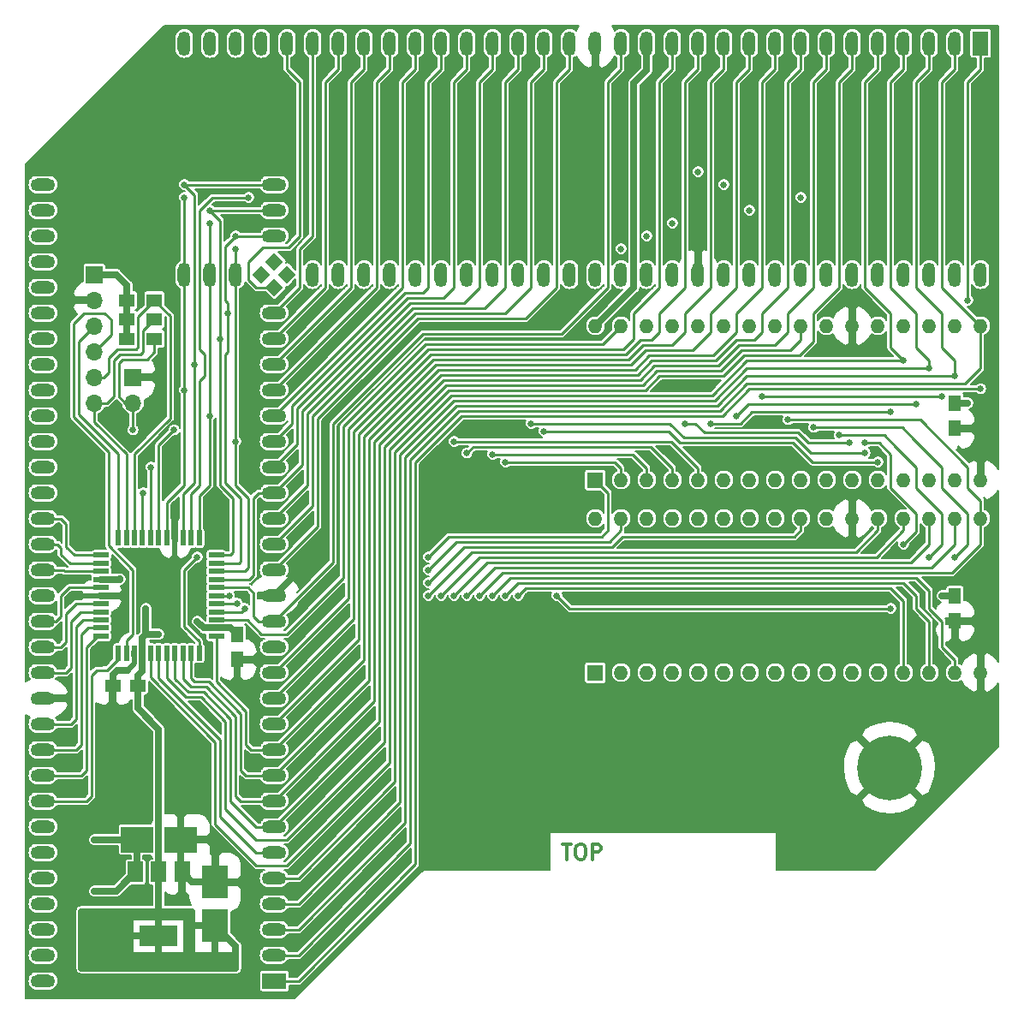
<source format=gtl>
G04 #@! TF.GenerationSoftware,KiCad,Pcbnew,5.1.6+dfsg1-1*
G04 #@! TF.CreationDate,2020-12-28T17:31:15+00:00*
G04 #@! TF.ProjectId,68000 Relocator FLASH Kickstart_Manual Route_DIP_Power Plan Split,36383030-3020-4526-956c-6f6361746f72,v1.0*
G04 #@! TF.SameCoordinates,Original*
G04 #@! TF.FileFunction,Copper,L1,Top*
G04 #@! TF.FilePolarity,Positive*
%FSLAX46Y46*%
G04 Gerber Fmt 4.6, Leading zero omitted, Abs format (unit mm)*
G04 Created by KiCad (PCBNEW 5.1.6+dfsg1-1) date 2020-12-28 17:31:15*
%MOMM*%
%LPD*%
G01*
G04 APERTURE LIST*
G04 #@! TA.AperFunction,NonConductor*
%ADD10C,0.300000*%
G04 #@! TD*
G04 #@! TA.AperFunction,ComponentPad*
%ADD11R,1.600000X1.600000*%
G04 #@! TD*
G04 #@! TA.AperFunction,ComponentPad*
%ADD12O,1.397000X1.397000*%
G04 #@! TD*
G04 #@! TA.AperFunction,ComponentPad*
%ADD13R,2.400000X1.600000*%
G04 #@! TD*
G04 #@! TA.AperFunction,ComponentPad*
%ADD14O,2.413000X1.270000*%
G04 #@! TD*
G04 #@! TA.AperFunction,ComponentPad*
%ADD15C,0.100000*%
G04 #@! TD*
G04 #@! TA.AperFunction,ComponentPad*
%ADD16R,1.600000X2.400000*%
G04 #@! TD*
G04 #@! TA.AperFunction,ComponentPad*
%ADD17O,1.270000X2.413000*%
G04 #@! TD*
G04 #@! TA.AperFunction,ComponentPad*
%ADD18R,1.700000X1.700000*%
G04 #@! TD*
G04 #@! TA.AperFunction,ComponentPad*
%ADD19O,1.700000X1.700000*%
G04 #@! TD*
G04 #@! TA.AperFunction,SMDPad,CuDef*
%ADD20R,3.200000X2.500000*%
G04 #@! TD*
G04 #@! TA.AperFunction,SMDPad,CuDef*
%ADD21R,2.500000X3.200000*%
G04 #@! TD*
G04 #@! TA.AperFunction,SMDPad,CuDef*
%ADD22R,1.250000X1.500000*%
G04 #@! TD*
G04 #@! TA.AperFunction,SMDPad,CuDef*
%ADD23R,1.500000X1.250000*%
G04 #@! TD*
G04 #@! TA.AperFunction,SMDPad,CuDef*
%ADD24R,1.500000X1.300000*%
G04 #@! TD*
G04 #@! TA.AperFunction,SMDPad,CuDef*
%ADD25R,0.550000X1.500000*%
G04 #@! TD*
G04 #@! TA.AperFunction,SMDPad,CuDef*
%ADD26R,1.500000X0.550000*%
G04 #@! TD*
G04 #@! TA.AperFunction,SMDPad,CuDef*
%ADD27R,3.800000X2.000000*%
G04 #@! TD*
G04 #@! TA.AperFunction,SMDPad,CuDef*
%ADD28R,1.500000X2.000000*%
G04 #@! TD*
G04 #@! TA.AperFunction,ComponentPad*
%ADD29C,6.400000*%
G04 #@! TD*
G04 #@! TA.AperFunction,ViaPad*
%ADD30C,0.635000*%
G04 #@! TD*
G04 #@! TA.AperFunction,Conductor*
%ADD31C,0.254000*%
G04 #@! TD*
G04 #@! TA.AperFunction,Conductor*
%ADD32C,0.635000*%
G04 #@! TD*
G04 #@! TA.AperFunction,Conductor*
%ADD33C,0.508000*%
G04 #@! TD*
G04 #@! TA.AperFunction,Conductor*
%ADD34C,0.203200*%
G04 #@! TD*
G04 APERTURE END LIST*
D10*
X156277714Y-139132571D02*
X157134857Y-139132571D01*
X156706285Y-140632571D02*
X156706285Y-139132571D01*
X157920571Y-139132571D02*
X158206285Y-139132571D01*
X158349142Y-139204000D01*
X158492000Y-139346857D01*
X158563428Y-139632571D01*
X158563428Y-140132571D01*
X158492000Y-140418285D01*
X158349142Y-140561142D01*
X158206285Y-140632571D01*
X157920571Y-140632571D01*
X157777714Y-140561142D01*
X157634857Y-140418285D01*
X157563428Y-140132571D01*
X157563428Y-139632571D01*
X157634857Y-139346857D01*
X157777714Y-139204000D01*
X157920571Y-139132571D01*
X159206285Y-140632571D02*
X159206285Y-139132571D01*
X159777714Y-139132571D01*
X159920571Y-139204000D01*
X159992000Y-139275428D01*
X160063428Y-139418285D01*
X160063428Y-139632571D01*
X159992000Y-139775428D01*
X159920571Y-139846857D01*
X159777714Y-139918285D01*
X159206285Y-139918285D01*
D11*
X159512000Y-103124000D03*
D12*
X197612000Y-87884000D03*
X162052000Y-103124000D03*
X195072000Y-87884000D03*
X164592000Y-103124000D03*
X192532000Y-87884000D03*
X167132000Y-103124000D03*
X189992000Y-87884000D03*
X169672000Y-103124000D03*
X187452000Y-87884000D03*
X172212000Y-103124000D03*
X184912000Y-87884000D03*
X174752000Y-103124000D03*
X182372000Y-87884000D03*
X177292000Y-103124000D03*
X179832000Y-87884000D03*
X179832000Y-103124000D03*
X177292000Y-87884000D03*
X182372000Y-103124000D03*
X174752000Y-87884000D03*
X184912000Y-103124000D03*
X172212000Y-87884000D03*
X187452000Y-103124000D03*
X169672000Y-87884000D03*
X189992000Y-103124000D03*
X167132000Y-87884000D03*
X192532000Y-103124000D03*
X164592000Y-87884000D03*
X195072000Y-103124000D03*
X162052000Y-87884000D03*
X197612000Y-103124000D03*
X159512000Y-87884000D03*
D13*
X127762000Y-152654000D03*
D14*
X104902000Y-73914000D03*
X127762000Y-150114000D03*
X104902000Y-76454000D03*
X127762000Y-147574000D03*
X104902000Y-78994000D03*
X127762000Y-145034000D03*
X104902000Y-81534000D03*
X127762000Y-142494000D03*
X104902000Y-84074000D03*
X127762000Y-139954000D03*
X104902000Y-86614000D03*
X127762000Y-137414000D03*
X104902000Y-89154000D03*
X127762000Y-134874000D03*
X104902000Y-91694000D03*
X127762000Y-132334000D03*
X104902000Y-94234000D03*
X127762000Y-129794000D03*
X104902000Y-96774000D03*
X127762000Y-127254000D03*
X104902000Y-99314000D03*
X127762000Y-124714000D03*
X104902000Y-101854000D03*
X127762000Y-122174000D03*
X104902000Y-104394000D03*
X127762000Y-119634000D03*
X104902000Y-106934000D03*
X127762000Y-117094000D03*
X104902000Y-109474000D03*
X127762000Y-114554000D03*
X104902000Y-112014000D03*
X127762000Y-112014000D03*
X104902000Y-114554000D03*
X127762000Y-109474000D03*
X104902000Y-117094000D03*
X127762000Y-106934000D03*
X104902000Y-119634000D03*
X127762000Y-104394000D03*
X104902000Y-122174000D03*
X127762000Y-101854000D03*
X104902000Y-124714000D03*
X127762000Y-99314000D03*
X104902000Y-127254000D03*
X127762000Y-96774000D03*
X104902000Y-129794000D03*
X127762000Y-94234000D03*
X104902000Y-132334000D03*
X127762000Y-91694000D03*
X104902000Y-134874000D03*
X127762000Y-89154000D03*
X104902000Y-137414000D03*
X127762000Y-86614000D03*
X104902000Y-139954000D03*
G04 #@! TA.AperFunction,ComponentPad*
D15*
G36*
X127762000Y-83175974D02*
G01*
X128660026Y-84074000D01*
X127762000Y-84972026D01*
X126863974Y-84074000D01*
X127762000Y-83175974D01*
G37*
G04 #@! TD.AperFunction*
D14*
X104902000Y-142494000D03*
G04 #@! TA.AperFunction,ComponentPad*
D15*
G36*
X127762000Y-80635974D02*
G01*
X128660026Y-81534000D01*
X127762000Y-82432026D01*
X126863974Y-81534000D01*
X127762000Y-80635974D01*
G37*
G04 #@! TD.AperFunction*
D14*
X104902000Y-145034000D03*
X127762000Y-78994000D03*
X104902000Y-147574000D03*
X127762000Y-76454000D03*
X104902000Y-150114000D03*
X127762000Y-73914000D03*
X104902000Y-152654000D03*
D16*
X197612000Y-59944000D03*
D17*
X118872000Y-82804000D03*
X195072000Y-59944000D03*
X121412000Y-82804000D03*
X192532000Y-59944000D03*
X123952000Y-82804000D03*
X189992000Y-59944000D03*
G04 #@! TA.AperFunction,ComponentPad*
D15*
G36*
X125593974Y-82804000D02*
G01*
X126492000Y-81905974D01*
X127390026Y-82804000D01*
X126492000Y-83702026D01*
X125593974Y-82804000D01*
G37*
G04 #@! TD.AperFunction*
D17*
X187452000Y-59944000D03*
G04 #@! TA.AperFunction,ComponentPad*
D15*
G36*
X128133974Y-82804000D02*
G01*
X129032000Y-81905974D01*
X129930026Y-82804000D01*
X129032000Y-83702026D01*
X128133974Y-82804000D01*
G37*
G04 #@! TD.AperFunction*
D17*
X184912000Y-59944000D03*
X131572000Y-82804000D03*
X182372000Y-59944000D03*
X134112000Y-82804000D03*
X179832000Y-59944000D03*
X136652000Y-82804000D03*
X177292000Y-59944000D03*
X139192000Y-82804000D03*
X174752000Y-59944000D03*
X141732000Y-82804000D03*
X172212000Y-59944000D03*
X144272000Y-82804000D03*
X169672000Y-59944000D03*
X146812000Y-82804000D03*
X167132000Y-59944000D03*
X149352000Y-82804000D03*
X164592000Y-59944000D03*
X151892000Y-82804000D03*
X162052000Y-59944000D03*
X154432000Y-82804000D03*
X159512000Y-59944000D03*
X156972000Y-82804000D03*
X156972000Y-59944000D03*
X159512000Y-82804000D03*
X154432000Y-59944000D03*
X162052000Y-82804000D03*
X151892000Y-59944000D03*
X164592000Y-82804000D03*
X149352000Y-59944000D03*
X167132000Y-82804000D03*
X146812000Y-59944000D03*
X169672000Y-82804000D03*
X144272000Y-59944000D03*
X172212000Y-82804000D03*
X141732000Y-59944000D03*
X174752000Y-82804000D03*
X139192000Y-59944000D03*
X177292000Y-82804000D03*
X136652000Y-59944000D03*
X179832000Y-82804000D03*
X134112000Y-59944000D03*
X182372000Y-82804000D03*
X131572000Y-59944000D03*
X184912000Y-82804000D03*
X129032000Y-59944000D03*
X187452000Y-82804000D03*
X126492000Y-59944000D03*
X189992000Y-82804000D03*
X123952000Y-59944000D03*
X192532000Y-82804000D03*
X121412000Y-59944000D03*
X195072000Y-82804000D03*
X118872000Y-59944000D03*
X197612000Y-82804000D03*
D11*
X159512000Y-122174000D03*
D12*
X197612000Y-106934000D03*
X162052000Y-122174000D03*
X195072000Y-106934000D03*
X164592000Y-122174000D03*
X192532000Y-106934000D03*
X167132000Y-122174000D03*
X189992000Y-106934000D03*
X169672000Y-122174000D03*
X187452000Y-106934000D03*
X172212000Y-122174000D03*
X184912000Y-106934000D03*
X174752000Y-122174000D03*
X182372000Y-106934000D03*
X177292000Y-122174000D03*
X179832000Y-106934000D03*
X179832000Y-122174000D03*
X177292000Y-106934000D03*
X182372000Y-122174000D03*
X174752000Y-106934000D03*
X184912000Y-122174000D03*
X172212000Y-106934000D03*
X187452000Y-122174000D03*
X169672000Y-106934000D03*
X189992000Y-122174000D03*
X167132000Y-106934000D03*
X192532000Y-122174000D03*
X164592000Y-106934000D03*
X195072000Y-122174000D03*
X162052000Y-106934000D03*
X197612000Y-122174000D03*
X159512000Y-106934000D03*
D18*
X109982000Y-82804000D03*
D19*
X109982000Y-85344000D03*
X109982000Y-87884000D03*
X109982000Y-90424000D03*
X109982000Y-92964000D03*
X109982000Y-95504000D03*
D20*
X114191000Y-138684000D03*
X118491000Y-138684000D03*
D21*
X121920000Y-147184000D03*
X121920000Y-142884000D03*
D22*
X124079000Y-118384000D03*
X124079000Y-120884000D03*
D23*
X114280000Y-123444000D03*
X111780000Y-123444000D03*
D22*
X195072000Y-95524000D03*
X195072000Y-98024000D03*
X195072000Y-114574000D03*
X195072000Y-117074000D03*
D18*
X113792000Y-92964000D03*
D19*
X113792000Y-95504000D03*
D24*
X113204000Y-89154000D03*
X115904000Y-89154000D03*
X113204000Y-85344000D03*
X115904000Y-85344000D03*
X113204000Y-87249000D03*
X115904000Y-87249000D03*
D25*
X120332000Y-108854000D03*
X119532000Y-108854000D03*
X118732000Y-108854000D03*
X117932000Y-108854000D03*
X117132000Y-108854000D03*
X116332000Y-108854000D03*
X115532000Y-108854000D03*
X114732000Y-108854000D03*
X113932000Y-108854000D03*
X113132000Y-108854000D03*
X112332000Y-108854000D03*
D26*
X110632000Y-110554000D03*
X110632000Y-111354000D03*
X110632000Y-112154000D03*
X110632000Y-112954000D03*
X110632000Y-113754000D03*
X110632000Y-114554000D03*
X110632000Y-115354000D03*
X110632000Y-116154000D03*
X110632000Y-116954000D03*
X110632000Y-117754000D03*
X110632000Y-118554000D03*
D25*
X112332000Y-120254000D03*
X113132000Y-120254000D03*
X113932000Y-120254000D03*
X114732000Y-120254000D03*
X115532000Y-120254000D03*
X116332000Y-120254000D03*
X117132000Y-120254000D03*
X117932000Y-120254000D03*
X118732000Y-120254000D03*
X119532000Y-120254000D03*
X120332000Y-120254000D03*
D26*
X122032000Y-118554000D03*
X122032000Y-117754000D03*
X122032000Y-116954000D03*
X122032000Y-116154000D03*
X122032000Y-115354000D03*
X122032000Y-114554000D03*
X122032000Y-113754000D03*
X122032000Y-112954000D03*
X122032000Y-112154000D03*
X122032000Y-111354000D03*
X122032000Y-110554000D03*
D27*
X116332000Y-148184000D03*
D28*
X116332000Y-141884000D03*
X114032000Y-141884000D03*
X118632000Y-141884000D03*
D29*
X188595000Y-131572000D03*
D30*
X196342000Y-85344000D03*
X197612000Y-94107000D03*
X118872000Y-75184000D03*
X118872000Y-94234000D03*
X121412000Y-77724000D03*
X121412000Y-96774000D03*
X195072000Y-92837000D03*
X123952000Y-80264000D03*
X123952000Y-99314000D03*
X192532000Y-92075000D03*
X145542000Y-99314000D03*
X189992000Y-91313000D03*
X169672000Y-72644000D03*
X172212000Y-73914000D03*
X179832000Y-75184000D03*
X174752000Y-76454000D03*
X146812000Y-100457000D03*
X167132000Y-77724000D03*
X164592000Y-78994000D03*
X115570000Y-101854000D03*
X149352000Y-100584000D03*
X114808000Y-104394000D03*
X150622000Y-101346000D03*
X193802000Y-114554000D03*
X196342000Y-95504000D03*
X109982000Y-138684000D03*
X109982000Y-143764000D03*
X162052000Y-80264000D03*
X130302000Y-103124000D03*
X130302000Y-105664000D03*
X130302000Y-108204000D03*
X125222000Y-99314000D03*
X120777000Y-122174000D03*
X131572000Y-145034000D03*
X131572000Y-127254000D03*
X131572000Y-129794000D03*
X131572000Y-132334000D03*
X131572000Y-134874000D03*
X131572000Y-137414000D03*
X131572000Y-139954000D03*
X176022000Y-97155000D03*
X191262000Y-109474000D03*
X165862000Y-93980000D03*
X112522000Y-118364000D03*
X112522000Y-114554000D03*
X118872000Y-134874000D03*
X118872000Y-132334000D03*
X118872000Y-129794000D03*
X118872000Y-127254000D03*
X111760000Y-128524000D03*
X111760000Y-131064000D03*
X111760000Y-133604000D03*
X111760000Y-136144000D03*
X157480000Y-88646000D03*
X122047000Y-127254000D03*
X111760000Y-124714000D03*
X111760000Y-125984000D03*
X124079000Y-122174000D03*
X124079000Y-123444000D03*
X117983000Y-106934000D03*
X124841000Y-114554000D03*
X179832000Y-105029000D03*
X125222000Y-101854000D03*
X125222000Y-96774000D03*
X125222000Y-94234000D03*
X125222000Y-91694000D03*
X125222000Y-89154000D03*
X125222000Y-86614000D03*
X117983000Y-101854000D03*
X120142000Y-110744000D03*
X184607200Y-99441000D03*
X168402000Y-97536000D03*
X143002000Y-114554000D03*
X188722000Y-96393000D03*
X170942000Y-97536000D03*
X144272000Y-114554000D03*
X191262000Y-95631000D03*
X173482000Y-96774000D03*
X145542000Y-114554000D03*
X193802000Y-94869000D03*
X176022000Y-94869000D03*
X146812000Y-114554000D03*
X178562000Y-97155000D03*
X148082000Y-114554000D03*
X181102000Y-97917000D03*
X195072000Y-110744000D03*
X149352000Y-114554000D03*
X183642000Y-98679000D03*
X192532000Y-110744000D03*
X150622000Y-114554000D03*
X125222000Y-75184000D03*
X186182000Y-99441000D03*
X189992000Y-109474000D03*
X151892000Y-114554000D03*
X123952000Y-78994000D03*
X123190000Y-86614000D03*
X153162000Y-97536000D03*
X186182000Y-100457000D03*
X121412000Y-76454000D03*
X122428000Y-89154000D03*
X154432000Y-98298000D03*
X187452000Y-101346000D03*
X118872000Y-73914000D03*
X119888000Y-91694000D03*
X188722000Y-115824000D03*
X155702000Y-114554000D03*
X112522000Y-112903000D03*
X120142000Y-117094000D03*
X115062000Y-118364000D03*
X115062000Y-115824000D03*
X116332000Y-118364000D03*
X143002000Y-112014000D03*
X124079000Y-115316000D03*
X143002000Y-113284000D03*
X124841000Y-115824000D03*
X117856000Y-98171000D03*
X113792000Y-98171000D03*
X143002000Y-110744000D03*
X123317000Y-114554000D03*
D31*
X197612000Y-62484000D02*
X197612000Y-59944000D01*
X196342000Y-63754000D02*
X197612000Y-62484000D01*
X196342000Y-84074000D02*
X196342000Y-63754000D01*
X196342000Y-84074000D02*
X196342000Y-85344000D01*
X127762000Y-152654000D02*
X130175000Y-152654000D01*
X130175000Y-152654000D02*
X141732000Y-141097000D01*
X141732000Y-141097000D02*
X141732000Y-101346000D01*
X141732000Y-101346000D02*
X146304000Y-96774000D01*
X146304000Y-96774000D02*
X149860000Y-96774000D01*
X149860000Y-96774000D02*
X172085000Y-96774000D01*
X172085000Y-96774000D02*
X174752000Y-94107000D01*
X174752000Y-94107000D02*
X197612000Y-94107000D01*
X118872000Y-75184000D02*
X118872000Y-82804000D01*
X118872000Y-82804000D02*
X118872000Y-103632000D01*
X117132000Y-105372000D02*
X117132000Y-108854000D01*
X118872000Y-103632000D02*
X117132000Y-105372000D01*
X195072000Y-62484000D02*
X195072000Y-59944000D01*
X193802000Y-84074000D02*
X193802000Y-63754000D01*
X193802000Y-63754000D02*
X195072000Y-62484000D01*
X193802000Y-84074000D02*
X197612000Y-87884000D01*
X197612000Y-92075000D02*
X197612000Y-87884000D01*
X196088000Y-93599000D02*
X197612000Y-92075000D01*
X174498000Y-93599000D02*
X196088000Y-93599000D01*
X130175000Y-150114000D02*
X141224000Y-139065000D01*
X141224000Y-101092000D02*
X146050000Y-96266000D01*
X127762000Y-150114000D02*
X130175000Y-150114000D01*
X146050000Y-96266000D02*
X171831000Y-96266000D01*
X141224000Y-139065000D02*
X141224000Y-101092000D01*
X171831000Y-96266000D02*
X174498000Y-93599000D01*
X121412000Y-77724000D02*
X121412000Y-82804000D01*
X120332000Y-104712000D02*
X120332000Y-108854000D01*
X121412000Y-82804000D02*
X121412000Y-103632000D01*
X121412000Y-103632000D02*
X120332000Y-104712000D01*
X192532000Y-62484000D02*
X192532000Y-59944000D01*
X191262000Y-63754000D02*
X192532000Y-62484000D01*
X191262000Y-84074000D02*
X191262000Y-63754000D01*
X130175000Y-147574000D02*
X127762000Y-147574000D01*
X174498000Y-92837000D02*
X171577000Y-95758000D01*
X195072000Y-92837000D02*
X174498000Y-92837000D01*
X171577000Y-95758000D02*
X145796000Y-95758000D01*
X145796000Y-95758000D02*
X140716000Y-100838000D01*
X140716000Y-100838000D02*
X140716000Y-137033000D01*
X140716000Y-137033000D02*
X130175000Y-147574000D01*
X191262000Y-84074000D02*
X193802000Y-86614000D01*
X193802000Y-86614000D02*
X193802000Y-90043000D01*
X195072000Y-91313000D02*
X195072000Y-92837000D01*
X193802000Y-90043000D02*
X195072000Y-91313000D01*
X123952000Y-80264000D02*
X123952000Y-82804000D01*
X123952000Y-82804000D02*
X123952000Y-103632000D01*
X123952000Y-103632000D02*
X125222000Y-104902000D01*
X125222000Y-104902000D02*
X125222000Y-111760000D01*
X124828000Y-112154000D02*
X122032000Y-112154000D01*
X125222000Y-111760000D02*
X124828000Y-112154000D01*
X189992000Y-62484000D02*
X189992000Y-59944000D01*
X188722000Y-84074000D02*
X188722000Y-63754000D01*
X188722000Y-63754000D02*
X189992000Y-62484000D01*
X188722000Y-84074000D02*
X191262000Y-86614000D01*
X191262000Y-86614000D02*
X191262000Y-90043000D01*
X191262000Y-90043000D02*
X192532000Y-91313000D01*
X192532000Y-91313000D02*
X192532000Y-92075000D01*
X130175000Y-145034000D02*
X127762000Y-145034000D01*
X174498000Y-92075000D02*
X171323000Y-95250000D01*
X171323000Y-95250000D02*
X145542000Y-95250000D01*
X192532000Y-92075000D02*
X174498000Y-92075000D01*
X140208000Y-100584000D02*
X140208000Y-135001000D01*
X145542000Y-95250000D02*
X140208000Y-100584000D01*
X140208000Y-135001000D02*
X130175000Y-145034000D01*
X169672000Y-103124000D02*
X169672000Y-101981000D01*
X169672000Y-101981000D02*
X167259000Y-99568000D01*
X167259000Y-99568000D02*
X167005000Y-99314000D01*
X167005000Y-99314000D02*
X145542000Y-99314000D01*
X187452000Y-59944000D02*
X187452000Y-62484000D01*
X187452000Y-62484000D02*
X186182000Y-63754000D01*
X127762000Y-142494000D02*
X130175000Y-142494000D01*
X130175000Y-142494000D02*
X139700000Y-132969000D01*
X139700000Y-132969000D02*
X139700000Y-100330000D01*
X139700000Y-100330000D02*
X145288000Y-94742000D01*
X145288000Y-94742000D02*
X149860000Y-94742000D01*
X149860000Y-94742000D02*
X171069000Y-94742000D01*
X171069000Y-94742000D02*
X174498000Y-91313000D01*
X174498000Y-91313000D02*
X189992000Y-91313000D01*
X189992000Y-91313000D02*
X188722000Y-90043000D01*
X188722000Y-90043000D02*
X188722000Y-86614000D01*
X188722000Y-86614000D02*
X186182000Y-84074000D01*
X186182000Y-84074000D02*
X186182000Y-63754000D01*
X182372000Y-62484000D02*
X182372000Y-59944000D01*
X181102000Y-84074000D02*
X181102000Y-63754000D01*
X178562000Y-86614000D02*
X181102000Y-84074000D01*
X178562000Y-88519000D02*
X178562000Y-86614000D01*
X177292000Y-89789000D02*
X178562000Y-88519000D01*
X173736000Y-89789000D02*
X177292000Y-89789000D01*
X127762000Y-137414000D02*
X138176000Y-127000000D01*
X138176000Y-99568000D02*
X144526000Y-93218000D01*
X144526000Y-93218000D02*
X163957000Y-93218000D01*
X181102000Y-63754000D02*
X182372000Y-62484000D01*
X171704000Y-91821000D02*
X173736000Y-89789000D01*
X163957000Y-93218000D02*
X165354000Y-91821000D01*
X138176000Y-127000000D02*
X138176000Y-99568000D01*
X165354000Y-91821000D02*
X171704000Y-91821000D01*
X117932000Y-122758000D02*
X117932000Y-120254000D01*
X123444000Y-126746000D02*
X120777000Y-124079000D01*
X120777000Y-124079000D02*
X119253000Y-124079000D01*
X119253000Y-124079000D02*
X117932000Y-122758000D01*
X123444000Y-126746000D02*
X123444000Y-134874000D01*
X125984000Y-137414000D02*
X127762000Y-137414000D01*
X123444000Y-134874000D02*
X125984000Y-137414000D01*
X179832000Y-62484000D02*
X179832000Y-59944000D01*
X178562000Y-63754000D02*
X179832000Y-62484000D01*
X137668000Y-124968000D02*
X137668000Y-99314000D01*
X127762000Y-134874000D02*
X137668000Y-124968000D01*
X137668000Y-99314000D02*
X144272000Y-92710000D01*
X144272000Y-92710000D02*
X163703000Y-92710000D01*
X163703000Y-92710000D02*
X165100000Y-91313000D01*
X165100000Y-91313000D02*
X171450000Y-91313000D01*
X171450000Y-91313000D02*
X173482000Y-89281000D01*
X173482000Y-89281000D02*
X175260000Y-89281000D01*
X175260000Y-89281000D02*
X176022000Y-88519000D01*
X176022000Y-88519000D02*
X176022000Y-86614000D01*
X176022000Y-86614000D02*
X178562000Y-84074000D01*
X178562000Y-84074000D02*
X178562000Y-63754000D01*
X118732000Y-122796000D02*
X118732000Y-120254000D01*
X124460000Y-134874000D02*
X123952000Y-134366000D01*
X127762000Y-134874000D02*
X124460000Y-134874000D01*
X123952000Y-134366000D02*
X123952000Y-126492000D01*
X123952000Y-126492000D02*
X121031000Y-123571000D01*
X121031000Y-123571000D02*
X119507000Y-123571000D01*
X119507000Y-123571000D02*
X118732000Y-122796000D01*
X177292000Y-62484000D02*
X177292000Y-59944000D01*
X176022000Y-63754000D02*
X177292000Y-62484000D01*
X176022000Y-84074000D02*
X176022000Y-63754000D01*
X173482000Y-86614000D02*
X176022000Y-84074000D01*
X173482000Y-88519000D02*
X173482000Y-86614000D01*
X171196000Y-90805000D02*
X173482000Y-88519000D01*
X137160000Y-122936000D02*
X137160000Y-99060000D01*
X127762000Y-132334000D02*
X137160000Y-122936000D01*
X137160000Y-99060000D02*
X144018000Y-92202000D01*
X144018000Y-92202000D02*
X163449000Y-92202000D01*
X163449000Y-92202000D02*
X164846000Y-90805000D01*
X164846000Y-90805000D02*
X171196000Y-90805000D01*
X119532000Y-122707000D02*
X119532000Y-120254000D01*
X124968000Y-132334000D02*
X124460000Y-131826000D01*
X127762000Y-132334000D02*
X124968000Y-132334000D01*
X124460000Y-131826000D02*
X124460000Y-126238000D01*
X124460000Y-126238000D02*
X121285000Y-123063000D01*
X121285000Y-123063000D02*
X119888000Y-123063000D01*
X119888000Y-123063000D02*
X119532000Y-122707000D01*
X167132000Y-103124000D02*
X167132000Y-101981000D01*
X167132000Y-101981000D02*
X165227000Y-100076000D01*
X165227000Y-100076000D02*
X164973000Y-99822000D01*
X164973000Y-99822000D02*
X147447000Y-99822000D01*
X147447000Y-99822000D02*
X146812000Y-100457000D01*
X173482000Y-63754000D02*
X174752000Y-62484000D01*
X136652000Y-120904000D02*
X136652000Y-98806000D01*
X127762000Y-129794000D02*
X136652000Y-120904000D01*
X174752000Y-62484000D02*
X174752000Y-59944000D01*
X136652000Y-98806000D02*
X143764000Y-91694000D01*
X143764000Y-91694000D02*
X163068000Y-91694000D01*
X163068000Y-91694000D02*
X164465000Y-90297000D01*
X164465000Y-90297000D02*
X169164000Y-90297000D01*
X169164000Y-90297000D02*
X170942000Y-88519000D01*
X170942000Y-88519000D02*
X170942000Y-86614000D01*
X170942000Y-86614000D02*
X173482000Y-84074000D01*
X173482000Y-84074000D02*
X173482000Y-63754000D01*
X122032000Y-123048000D02*
X122032000Y-118554000D01*
X124968000Y-125984000D02*
X122032000Y-123048000D01*
X124968000Y-129286000D02*
X124968000Y-125984000D01*
X127762000Y-129794000D02*
X125476000Y-129794000D01*
X125476000Y-129794000D02*
X124968000Y-129286000D01*
X170942000Y-63754000D02*
X172212000Y-62484000D01*
X136144000Y-118872000D02*
X136144000Y-98552000D01*
X127762000Y-127254000D02*
X136144000Y-118872000D01*
X136144000Y-98552000D02*
X143510000Y-91186000D01*
X172212000Y-62484000D02*
X172212000Y-59944000D01*
X143510000Y-91186000D02*
X162814000Y-91186000D01*
X162814000Y-91186000D02*
X164211000Y-89789000D01*
X164211000Y-89789000D02*
X167132000Y-89789000D01*
X167132000Y-89789000D02*
X168402000Y-88519000D01*
X168402000Y-88519000D02*
X168402000Y-86614000D01*
X170942000Y-84074000D02*
X170942000Y-63754000D01*
X168402000Y-86614000D02*
X170942000Y-84074000D01*
X169672000Y-62484000D02*
X169672000Y-59944000D01*
X168402000Y-63754000D02*
X169672000Y-62484000D01*
X168402000Y-84074000D02*
X168402000Y-63754000D01*
X165862000Y-88519000D02*
X165862000Y-86614000D01*
X165862000Y-86614000D02*
X168402000Y-84074000D01*
X165100000Y-89281000D02*
X165862000Y-88519000D01*
X135636000Y-116840000D02*
X135636000Y-98298000D01*
X127762000Y-124714000D02*
X135636000Y-116840000D01*
X135636000Y-98298000D02*
X143256000Y-90678000D01*
X143256000Y-90678000D02*
X162560000Y-90678000D01*
X162560000Y-90678000D02*
X163957000Y-89281000D01*
X163957000Y-89281000D02*
X165100000Y-89281000D01*
X115532000Y-108854000D02*
X115532000Y-101892000D01*
X115532000Y-101892000D02*
X115570000Y-101854000D01*
X164592000Y-103124000D02*
X164592000Y-101981000D01*
X164592000Y-101981000D02*
X163195000Y-100584000D01*
X163195000Y-100584000D02*
X149352000Y-100584000D01*
X167132000Y-62484000D02*
X167132000Y-59944000D01*
X165862000Y-63754000D02*
X167132000Y-62484000D01*
X135128000Y-114808000D02*
X135128000Y-98044000D01*
X127762000Y-122174000D02*
X135128000Y-114808000D01*
X135128000Y-98044000D02*
X143002000Y-90170000D01*
X143002000Y-90170000D02*
X162306000Y-90170000D01*
X162306000Y-90170000D02*
X163322000Y-89154000D01*
X163322000Y-89154000D02*
X163322000Y-86614000D01*
X165862000Y-84074000D02*
X165862000Y-63754000D01*
X163322000Y-86614000D02*
X165862000Y-84074000D01*
X114732000Y-104470000D02*
X114808000Y-104394000D01*
X114732000Y-108854000D02*
X114732000Y-104470000D01*
X162052000Y-103124000D02*
X162052000Y-101981000D01*
X162052000Y-101981000D02*
X161417000Y-101346000D01*
X161417000Y-101346000D02*
X150622000Y-101346000D01*
D32*
X114191000Y-141725000D02*
X114032000Y-141884000D01*
X114191000Y-138684000D02*
X114191000Y-141725000D01*
X195072000Y-114574000D02*
X193822000Y-114574000D01*
X193822000Y-114574000D02*
X193802000Y-114554000D01*
X195072000Y-95524000D02*
X196322000Y-95524000D01*
X196322000Y-95524000D02*
X196342000Y-95504000D01*
X164592000Y-62611000D02*
X164592000Y-59944000D01*
X163322000Y-63881000D02*
X164592000Y-62611000D01*
X159512000Y-87884000D02*
X163322000Y-84074000D01*
X163322000Y-84074000D02*
X163322000Y-63881000D01*
X110617000Y-138684000D02*
X114191000Y-138684000D01*
X109982000Y-138684000D02*
X110617000Y-138684000D01*
X112152000Y-143764000D02*
X114032000Y-141884000D01*
X109982000Y-143764000D02*
X112152000Y-143764000D01*
D31*
X108014000Y-110554000D02*
X110632000Y-110554000D01*
X108014000Y-110554000D02*
X107188000Y-109728000D01*
X107188000Y-109728000D02*
X107188000Y-107442000D01*
X106680000Y-106934000D02*
X104902000Y-106934000D01*
X107188000Y-107442000D02*
X106680000Y-106934000D01*
X127762000Y-117094000D02*
X126238000Y-117094000D01*
X126238000Y-117094000D02*
X125730000Y-116586000D01*
X122032000Y-113754000D02*
X125184000Y-113754000D01*
X125184000Y-113754000D02*
X125730000Y-114300000D01*
X125730000Y-114300000D02*
X125730000Y-116586000D01*
X133604000Y-97536000D02*
X142494000Y-88646000D01*
X142494000Y-88646000D02*
X156210000Y-88646000D01*
X156210000Y-88646000D02*
X160782000Y-84074000D01*
X160782000Y-84074000D02*
X160782000Y-63754000D01*
X162052000Y-62484000D02*
X162052000Y-59944000D01*
X160782000Y-63754000D02*
X162052000Y-62484000D01*
X133604000Y-111252000D02*
X133604000Y-97536000D01*
X127762000Y-117094000D02*
X133604000Y-111252000D01*
X107544000Y-111354000D02*
X110632000Y-111354000D01*
X107544000Y-111354000D02*
X106680000Y-110490000D01*
X106680000Y-110490000D02*
X106680000Y-109855000D01*
X106299000Y-109474000D02*
X104902000Y-109474000D01*
X106680000Y-109855000D02*
X106299000Y-109474000D01*
X165862000Y-93853000D02*
X165862000Y-93980000D01*
D32*
X118482000Y-141734000D02*
X118632000Y-141884000D01*
X118491000Y-141743000D02*
X118632000Y-141884000D01*
X118491000Y-138684000D02*
X118491000Y-141743000D01*
X119632000Y-142884000D02*
X118632000Y-141884000D01*
X121920000Y-142884000D02*
X119632000Y-142884000D01*
D33*
X113932000Y-121272000D02*
X113932000Y-120254000D01*
X113284000Y-121920000D02*
X113932000Y-121272000D01*
D32*
X111780000Y-123444000D02*
X111780000Y-122408000D01*
X112268000Y-121920000D02*
X113284000Y-121920000D01*
X111780000Y-122408000D02*
X112268000Y-121920000D01*
X132842000Y-97282000D02*
X142240000Y-87884000D01*
X142240000Y-87884000D02*
X154813000Y-87884000D01*
X154813000Y-87884000D02*
X158242000Y-84455000D01*
X158242000Y-84455000D02*
X158242000Y-63754000D01*
X159512000Y-62484000D02*
X159512000Y-59944000D01*
X158242000Y-63754000D02*
X159512000Y-62484000D01*
X132842000Y-109474000D02*
X132842000Y-97282000D01*
X127762000Y-114554000D02*
X132842000Y-109474000D01*
X197612000Y-103124000D02*
X197612000Y-100564000D01*
X111780000Y-123444000D02*
X111780000Y-124694000D01*
X111780000Y-124694000D02*
X111760000Y-124714000D01*
X124079000Y-120884000D02*
X124079000Y-122174000D01*
X118491000Y-135255000D02*
X118872000Y-134874000D01*
X118491000Y-138684000D02*
X118491000Y-135255000D01*
X110632000Y-114554000D02*
X112522000Y-114554000D01*
X117932000Y-106985000D02*
X117983000Y-106934000D01*
X117932000Y-108854000D02*
X117932000Y-106985000D01*
X197612000Y-122174000D02*
X197612000Y-117094000D01*
X197592000Y-117074000D02*
X197612000Y-117094000D01*
X195072000Y-117074000D02*
X197592000Y-117074000D01*
X195072000Y-98024000D02*
X197592000Y-98024000D01*
X197612000Y-98044000D02*
X197612000Y-100564000D01*
X197592000Y-98024000D02*
X197612000Y-98044000D01*
D31*
X104902000Y-112014000D02*
X106934000Y-112014000D01*
X107074000Y-112154000D02*
X110632000Y-112154000D01*
X106934000Y-112014000D02*
X107074000Y-112154000D01*
X127762000Y-112014000D02*
X132080000Y-107696000D01*
X132080000Y-107696000D02*
X132080000Y-97028000D01*
X132080000Y-97028000D02*
X141986000Y-87122000D01*
X141986000Y-87122000D02*
X152654000Y-87122000D01*
X152654000Y-87122000D02*
X155702000Y-84074000D01*
X155702000Y-84074000D02*
X155702000Y-63754000D01*
X156972000Y-62484000D02*
X156972000Y-59944000D01*
X155702000Y-63754000D02*
X156972000Y-62484000D01*
X127762000Y-109474000D02*
X131572000Y-105664000D01*
X131572000Y-105664000D02*
X131572000Y-96774000D01*
X131572000Y-96774000D02*
X141732000Y-86614000D01*
X141732000Y-86614000D02*
X150622000Y-86614000D01*
X150622000Y-86614000D02*
X153162000Y-84074000D01*
X153162000Y-84074000D02*
X153162000Y-63754000D01*
X154432000Y-62484000D02*
X154432000Y-59944000D01*
X153162000Y-63754000D02*
X154432000Y-62484000D01*
X120332000Y-120254000D02*
X120332000Y-119062000D01*
X120332000Y-119062000D02*
X118872000Y-117602000D01*
X118872000Y-112014000D02*
X120142000Y-110744000D01*
X118872000Y-117602000D02*
X118872000Y-112014000D01*
X104902000Y-117094000D02*
X106172000Y-117094000D01*
X106172000Y-117094000D02*
X106680000Y-116586000D01*
X106680000Y-116586000D02*
X106680000Y-114554000D01*
X107480000Y-113754000D02*
X110632000Y-113754000D01*
X106680000Y-114554000D02*
X107480000Y-113754000D01*
X127762000Y-106934000D02*
X131064000Y-103632000D01*
X131064000Y-103632000D02*
X131064000Y-96520000D01*
X131064000Y-96520000D02*
X141478000Y-86106000D01*
X151892000Y-62484000D02*
X151892000Y-59944000D01*
X150622000Y-63754000D02*
X151892000Y-62484000D01*
X141478000Y-86106000D02*
X148590000Y-86106000D01*
X148590000Y-86106000D02*
X150622000Y-84074000D01*
X150622000Y-84074000D02*
X150622000Y-63754000D01*
X104902000Y-119634000D02*
X106680000Y-119634000D01*
X106680000Y-119634000D02*
X107188000Y-119126000D01*
X107188000Y-119126000D02*
X107188000Y-116332000D01*
X108166000Y-115354000D02*
X110632000Y-115354000D01*
X107188000Y-116332000D02*
X108166000Y-115354000D01*
X127762000Y-104394000D02*
X126238000Y-104394000D01*
X126238000Y-104394000D02*
X125730000Y-104902000D01*
X125730000Y-104902000D02*
X125730000Y-112522000D01*
X125298000Y-112954000D02*
X122032000Y-112954000D01*
X125730000Y-112522000D02*
X125298000Y-112954000D01*
X127762000Y-104394000D02*
X130556000Y-101600000D01*
X130556000Y-101600000D02*
X130556000Y-96266000D01*
X130556000Y-96266000D02*
X141224000Y-85598000D01*
X141224000Y-85598000D02*
X146558000Y-85598000D01*
X146558000Y-85598000D02*
X148082000Y-84074000D01*
X148082000Y-84074000D02*
X148082000Y-63754000D01*
X149352000Y-62484000D02*
X149352000Y-59944000D01*
X148082000Y-63754000D02*
X149352000Y-62484000D01*
X104902000Y-122174000D02*
X107188000Y-122174000D01*
X107188000Y-122174000D02*
X107696000Y-121666000D01*
X107696000Y-121666000D02*
X107696000Y-117094000D01*
X108636000Y-116154000D02*
X110632000Y-116154000D01*
X107696000Y-117094000D02*
X108636000Y-116154000D01*
X127762000Y-101854000D02*
X130048000Y-99568000D01*
X130048000Y-99568000D02*
X130048000Y-96012000D01*
X130048000Y-96012000D02*
X140970000Y-85090000D01*
X140970000Y-85090000D02*
X144526000Y-85090000D01*
X144526000Y-85090000D02*
X145542000Y-84074000D01*
X145542000Y-84074000D02*
X145542000Y-63754000D01*
X146812000Y-62484000D02*
X146812000Y-59944000D01*
X145542000Y-63754000D02*
X146812000Y-62484000D01*
X143002000Y-63754000D02*
X144272000Y-62484000D01*
X127762000Y-99314000D02*
X129540000Y-97536000D01*
X129540000Y-97536000D02*
X129540000Y-95758000D01*
X129540000Y-95758000D02*
X140716000Y-84582000D01*
X144272000Y-62484000D02*
X144272000Y-59944000D01*
X140716000Y-84582000D02*
X142494000Y-84582000D01*
X142494000Y-84582000D02*
X143002000Y-84074000D01*
X143002000Y-84074000D02*
X143002000Y-63754000D01*
X104902000Y-127254000D02*
X107696000Y-127254000D01*
X107696000Y-127254000D02*
X108204000Y-126746000D01*
X108204000Y-126746000D02*
X108204000Y-117602000D01*
X108852000Y-116954000D02*
X110632000Y-116954000D01*
X108204000Y-117602000D02*
X108852000Y-116954000D01*
X187452000Y-108077000D02*
X187452000Y-106934000D01*
X158750000Y-110236000D02*
X185293000Y-110236000D01*
X185293000Y-110236000D02*
X187452000Y-108077000D01*
X158750000Y-110236000D02*
X147320000Y-110236000D01*
X147320000Y-110236000D02*
X143002000Y-114554000D01*
X180594000Y-99441000D02*
X184607200Y-99441000D01*
X179578000Y-98425000D02*
X180594000Y-99441000D01*
X170307000Y-98425000D02*
X179578000Y-98425000D01*
X168402000Y-97536000D02*
X169418000Y-97536000D01*
X169418000Y-97536000D02*
X170307000Y-98425000D01*
X127762000Y-96774000D02*
X140462000Y-84074000D01*
X140462000Y-84074000D02*
X140462000Y-63754000D01*
X140462000Y-63754000D02*
X141732000Y-62484000D01*
X141732000Y-62484000D02*
X141732000Y-59944000D01*
X109322000Y-117754000D02*
X110632000Y-117754000D01*
X108712000Y-118364000D02*
X109322000Y-117754000D01*
X108712000Y-129286000D02*
X108712000Y-118364000D01*
X104902000Y-129794000D02*
X108204000Y-129794000D01*
X108204000Y-129794000D02*
X108712000Y-129286000D01*
X188722000Y-96393000D02*
X175006000Y-96393000D01*
X175006000Y-96393000D02*
X173863000Y-97536000D01*
X173863000Y-97536000D02*
X170942000Y-97536000D01*
X148082000Y-110744000D02*
X144272000Y-114554000D01*
X187325000Y-110744000D02*
X148082000Y-110744000D01*
X189992000Y-106934000D02*
X189992000Y-108077000D01*
X189992000Y-108077000D02*
X187325000Y-110744000D01*
X139192000Y-62484000D02*
X139192000Y-59944000D01*
X137922000Y-63754000D02*
X139192000Y-62484000D01*
X127762000Y-94234000D02*
X137922000Y-84074000D01*
X137922000Y-84074000D02*
X137922000Y-63754000D01*
X110632000Y-118554000D02*
X110300000Y-118554000D01*
X110300000Y-118554000D02*
X109220000Y-119634000D01*
X109220000Y-131826000D02*
X108712000Y-132334000D01*
X109220000Y-119634000D02*
X109220000Y-131826000D01*
X104902000Y-132334000D02*
X108712000Y-132334000D01*
X191262000Y-95631000D02*
X174625000Y-95631000D01*
X174625000Y-95631000D02*
X173482000Y-96774000D01*
X148844000Y-111252000D02*
X145542000Y-114554000D01*
X190754000Y-111252000D02*
X148844000Y-111252000D01*
X192532000Y-106934000D02*
X192532000Y-109474000D01*
X192532000Y-109474000D02*
X190754000Y-111252000D01*
X136652000Y-62484000D02*
X136652000Y-59944000D01*
X135382000Y-63754000D02*
X136652000Y-62484000D01*
X127762000Y-91694000D02*
X135382000Y-84074000D01*
X135382000Y-84074000D02*
X135382000Y-63754000D01*
X112332000Y-120254000D02*
X112332000Y-120840000D01*
X112332000Y-120840000D02*
X111252000Y-121920000D01*
X104902000Y-134874000D02*
X109220000Y-134874000D01*
X109220000Y-134874000D02*
X109728000Y-134366000D01*
X109728000Y-134366000D02*
X109728000Y-122428000D01*
X109728000Y-122428000D02*
X110236000Y-121920000D01*
X110236000Y-121920000D02*
X111252000Y-121920000D01*
X193802000Y-94869000D02*
X176022000Y-94869000D01*
X149606000Y-111760000D02*
X146812000Y-114554000D01*
X192786000Y-111760000D02*
X149606000Y-111760000D01*
X195072000Y-106934000D02*
X195072000Y-109474000D01*
X195072000Y-109474000D02*
X192786000Y-111760000D01*
X134112000Y-62484000D02*
X134112000Y-59944000D01*
X132842000Y-63754000D02*
X134112000Y-62484000D01*
X127762000Y-89154000D02*
X132842000Y-84074000D01*
X132842000Y-84074000D02*
X132842000Y-63754000D01*
X197612000Y-105156000D02*
X197612000Y-106934000D01*
X196342000Y-103886000D02*
X197612000Y-105156000D01*
X196342000Y-101854000D02*
X196342000Y-103886000D01*
X178562000Y-97155000D02*
X191643000Y-97155000D01*
X191643000Y-97155000D02*
X196342000Y-101854000D01*
X150368000Y-112268000D02*
X148082000Y-114554000D01*
X197612000Y-106934000D02*
X197612000Y-109474000D01*
X197612000Y-109474000D02*
X194818000Y-112268000D01*
X150368000Y-112268000D02*
X194818000Y-112268000D01*
X127762000Y-86614000D02*
X130302000Y-84074000D01*
X130302000Y-84074000D02*
X130302000Y-80264000D01*
X130302000Y-80264000D02*
X131572000Y-78994000D01*
X131572000Y-78994000D02*
X131572000Y-65024000D01*
X131572000Y-65024000D02*
X131572000Y-59944000D01*
X191008000Y-99060000D02*
X193802000Y-101854000D01*
X191008000Y-99060000D02*
X189865000Y-97917000D01*
X189865000Y-97917000D02*
X181102000Y-97917000D01*
X193802000Y-101854000D02*
X193802000Y-103886000D01*
X193802000Y-103886000D02*
X196342000Y-106426000D01*
X196342000Y-106426000D02*
X196342000Y-109474000D01*
X196342000Y-109474000D02*
X195072000Y-110744000D01*
X195072000Y-122174000D02*
X195072000Y-121031000D01*
X195072000Y-121031000D02*
X195072000Y-120904000D01*
X195072000Y-120904000D02*
X193802000Y-119634000D01*
X193802000Y-119634000D02*
X193802000Y-117094000D01*
X193802000Y-117094000D02*
X192532000Y-115824000D01*
X192532000Y-115824000D02*
X192532000Y-114046000D01*
X192532000Y-114046000D02*
X191262000Y-112776000D01*
X191262000Y-112776000D02*
X151130000Y-112776000D01*
X151130000Y-112776000D02*
X149352000Y-114554000D01*
X129032000Y-62484000D02*
X129032000Y-59944000D01*
X130302000Y-78994000D02*
X130302000Y-63754000D01*
X125984000Y-84074000D02*
X125222000Y-83312000D01*
X127762000Y-84074000D02*
X125984000Y-84074000D01*
X125222000Y-83312000D02*
X125222000Y-81534000D01*
X125222000Y-81534000D02*
X126619000Y-80137000D01*
X130302000Y-63754000D02*
X129032000Y-62484000D01*
X126619000Y-80137000D02*
X129159000Y-80137000D01*
X129159000Y-80137000D02*
X130302000Y-78994000D01*
X192532000Y-122174000D02*
X192532000Y-117094000D01*
X192532000Y-117094000D02*
X191262000Y-115824000D01*
X191262000Y-115824000D02*
X191262000Y-114554000D01*
X191262000Y-114554000D02*
X189992000Y-113284000D01*
X189992000Y-113284000D02*
X151892000Y-113284000D01*
X151892000Y-113284000D02*
X150622000Y-114554000D01*
X188087000Y-98679000D02*
X183642000Y-98679000D01*
X193802000Y-106426000D02*
X193802000Y-109474000D01*
X193802000Y-109474000D02*
X192532000Y-110744000D01*
X189230000Y-99822000D02*
X188087000Y-98679000D01*
X191262000Y-103886000D02*
X193802000Y-106426000D01*
X191262000Y-101854000D02*
X191262000Y-103886000D01*
X191262000Y-101854000D02*
X189230000Y-99822000D01*
X119532000Y-104496000D02*
X119532000Y-108854000D01*
X120396000Y-103632000D02*
X119532000Y-104496000D01*
X121666000Y-75184000D02*
X120396000Y-76454000D01*
X121666000Y-75184000D02*
X125222000Y-75184000D01*
X120396000Y-103632000D02*
X120396000Y-93345000D01*
X120396000Y-93345000D02*
X120904000Y-92837000D01*
X120904000Y-92837000D02*
X120904000Y-90678000D01*
X120904000Y-90678000D02*
X120396000Y-90170000D01*
X120396000Y-90170000D02*
X120396000Y-76454000D01*
X186232800Y-99364800D02*
X186182000Y-99364800D01*
X189992000Y-122174000D02*
X189992000Y-115062000D01*
X189992000Y-115062000D02*
X188722000Y-113792000D01*
X188722000Y-113792000D02*
X152654000Y-113792000D01*
X152654000Y-113792000D02*
X151892000Y-114554000D01*
X186182000Y-99441000D02*
X187579000Y-99441000D01*
X187579000Y-99441000D02*
X188722000Y-100584000D01*
X188722000Y-103886000D02*
X188722000Y-100584000D01*
X189992000Y-109474000D02*
X191262000Y-108204000D01*
X191262000Y-106426000D02*
X188722000Y-103886000D01*
X191262000Y-108204000D02*
X191262000Y-106426000D01*
X127762000Y-78994000D02*
X123952000Y-78994000D01*
X124294790Y-111354000D02*
X122032000Y-111354000D01*
X124460000Y-111188790D02*
X124294790Y-111354000D01*
X124460000Y-104902000D02*
X124460000Y-111188790D01*
X122936000Y-103378000D02*
X124460000Y-104902000D01*
X123952000Y-78994000D02*
X122936000Y-80010000D01*
X122936000Y-103378000D02*
X122936000Y-90678000D01*
X123190000Y-87757000D02*
X123190000Y-86614000D01*
X123190000Y-86614000D02*
X123190000Y-85598000D01*
X122936000Y-85344000D02*
X122936000Y-80010000D01*
X123190000Y-85598000D02*
X122936000Y-85344000D01*
X123190000Y-90424000D02*
X122936000Y-90678000D01*
X123190000Y-87757000D02*
X123190000Y-90424000D01*
X153162000Y-97536000D02*
X166878000Y-97536000D01*
X166878000Y-97536000D02*
X168275000Y-98933000D01*
X168275000Y-98933000D02*
X179324000Y-98933000D01*
X180848000Y-100457000D02*
X186182000Y-100457000D01*
X179324000Y-98933000D02*
X180848000Y-100457000D01*
X127762000Y-76454000D02*
X121412000Y-76454000D01*
X121412000Y-76454000D02*
X122428000Y-77470000D01*
X122428000Y-77470000D02*
X122428000Y-103632000D01*
X122428000Y-103632000D02*
X123698000Y-104902000D01*
X123380000Y-110554000D02*
X122032000Y-110554000D01*
X123698000Y-110236000D02*
X123380000Y-110554000D01*
X123698000Y-104902000D02*
X123698000Y-110236000D01*
X186944000Y-101346000D02*
X187452000Y-101346000D01*
X180975000Y-101346000D02*
X186944000Y-101346000D01*
X179070000Y-99441000D02*
X180975000Y-101346000D01*
X167894000Y-99441000D02*
X179070000Y-99441000D01*
X154432000Y-98298000D02*
X166751000Y-98298000D01*
X166751000Y-98298000D02*
X167894000Y-99441000D01*
X127762000Y-73914000D02*
X118872000Y-73914000D01*
X118872000Y-73914000D02*
X119888000Y-74930000D01*
X119888000Y-74930000D02*
X119888000Y-103378000D01*
X118732000Y-104534000D02*
X118732000Y-108854000D01*
X119888000Y-103378000D02*
X118732000Y-104534000D01*
X188722000Y-115824000D02*
X156972000Y-115824000D01*
X156972000Y-115824000D02*
X155702000Y-114554000D01*
D32*
X113204000Y-85344000D02*
X113204000Y-87249000D01*
X113204000Y-87249000D02*
X113204000Y-89154000D01*
X122027701Y-117758299D02*
X122032000Y-117754000D01*
X116332000Y-141884000D02*
X116332000Y-148184000D01*
X114280000Y-123444000D02*
X114280000Y-122448000D01*
X114732000Y-121996000D02*
X114732000Y-120254000D01*
X114280000Y-122448000D02*
X114732000Y-121996000D01*
X114280000Y-125710000D02*
X114280000Y-123444000D01*
X116332000Y-141884000D02*
X116332000Y-127762000D01*
X116332000Y-127762000D02*
X114280000Y-125710000D01*
X109982000Y-82804000D02*
X112141000Y-82804000D01*
X113204000Y-83867000D02*
X113204000Y-85344000D01*
X112141000Y-82804000D02*
X113204000Y-83867000D01*
X123449000Y-117754000D02*
X124079000Y-118384000D01*
X122032000Y-117754000D02*
X123449000Y-117754000D01*
X110632000Y-112954000D02*
X112471000Y-112954000D01*
X112471000Y-112954000D02*
X112522000Y-112903000D01*
X122032000Y-117754000D02*
X120802000Y-117754000D01*
X120802000Y-117754000D02*
X120142000Y-117094000D01*
X114732000Y-120254000D02*
X114732000Y-118694000D01*
X114732000Y-118694000D02*
X115062000Y-118364000D01*
X115062000Y-118364000D02*
X115062000Y-115824000D01*
X115062000Y-118364000D02*
X116332000Y-118364000D01*
X116332000Y-148184000D02*
X116332000Y-151384000D01*
X119634000Y-151384000D02*
X116332000Y-151384000D01*
X119770000Y-147184000D02*
X119634000Y-147320000D01*
X121920000Y-147184000D02*
X119770000Y-147184000D01*
X119634000Y-146304000D02*
X119634000Y-147320000D01*
X119634000Y-147320000D02*
X119634000Y-151384000D01*
X121920000Y-147184000D02*
X121920000Y-151384000D01*
X121920000Y-151384000D02*
X119634000Y-151384000D01*
X109982000Y-146304000D02*
X108712000Y-146304000D01*
X121920000Y-151384000D02*
X123952000Y-151384000D01*
X123952000Y-149216000D02*
X121920000Y-147184000D01*
X108712000Y-146939000D02*
X108712000Y-151384000D01*
X108712000Y-146304000D02*
X108712000Y-146939000D01*
X116332000Y-151384000D02*
X113538000Y-151384000D01*
X113538000Y-151384000D02*
X112903000Y-151384000D01*
X112903000Y-146939000D02*
X113538000Y-146939000D01*
X112395000Y-146939000D02*
X112395000Y-151384000D01*
X112903000Y-151384000D02*
X112395000Y-151384000D01*
X112395000Y-146939000D02*
X112903000Y-146939000D01*
X111633000Y-151384000D02*
X109982000Y-151384000D01*
X111633000Y-146939000D02*
X112395000Y-146939000D01*
X112014000Y-151257000D02*
X111887000Y-151384000D01*
X112014000Y-146304000D02*
X112014000Y-151257000D01*
X111887000Y-151384000D02*
X111633000Y-151384000D01*
X112395000Y-151384000D02*
X111887000Y-151384000D01*
X109982000Y-146304000D02*
X112014000Y-146304000D01*
X110998000Y-146939000D02*
X110998000Y-150876000D01*
X110998000Y-146939000D02*
X111633000Y-146939000D01*
X110490000Y-150368000D02*
X110490000Y-146939000D01*
X110998000Y-150876000D02*
X110490000Y-150368000D01*
X110490000Y-146939000D02*
X110998000Y-146939000D01*
X109093000Y-151130000D02*
X109347000Y-151384000D01*
X109347000Y-151384000D02*
X109982000Y-151384000D01*
X108712000Y-146939000D02*
X109093000Y-146939000D01*
X109474000Y-150368000D02*
X109982000Y-150876000D01*
X109474000Y-146939000D02*
X109474000Y-150368000D01*
X109982000Y-150876000D02*
X109982000Y-146304000D01*
X109982000Y-151384000D02*
X109982000Y-150876000D01*
X109474000Y-146939000D02*
X110490000Y-146939000D01*
X109093000Y-146939000D02*
X109474000Y-146939000D01*
X110490000Y-151384000D02*
X110998000Y-150876000D01*
X109093000Y-151384000D02*
X110490000Y-151384000D01*
X109093000Y-151384000D02*
X109347000Y-151384000D01*
X108712000Y-151384000D02*
X109093000Y-151384000D01*
X111506000Y-150749000D02*
X111633000Y-150622000D01*
X109093000Y-150749000D02*
X111506000Y-150749000D01*
X111633000Y-150622000D02*
X111633000Y-151384000D01*
X111633000Y-146939000D02*
X111633000Y-150622000D01*
X109093000Y-150749000D02*
X109093000Y-151130000D01*
X109093000Y-146939000D02*
X109093000Y-150749000D01*
X123952000Y-150114000D02*
X123952000Y-149216000D01*
X123952000Y-151384000D02*
X123952000Y-150114000D01*
X113538000Y-146939000D02*
X113538000Y-150114000D01*
X113538000Y-150495000D02*
X123444000Y-150495000D01*
X113538000Y-150114000D02*
X113538000Y-150495000D01*
X122936000Y-151003000D02*
X113538000Y-151003000D01*
X123444000Y-150495000D02*
X122936000Y-151003000D01*
X113538000Y-150495000D02*
X113538000Y-151003000D01*
X113538000Y-151003000D02*
X113538000Y-151384000D01*
X122936000Y-151003000D02*
X123444000Y-151003000D01*
X113055000Y-148184000D02*
X112903000Y-148336000D01*
X112903000Y-146939000D02*
X112903000Y-148336000D01*
X112903000Y-148336000D02*
X112903000Y-151384000D01*
X113538000Y-148184000D02*
X113538000Y-146304000D01*
X112014000Y-146304000D02*
X113538000Y-146304000D01*
X113538000Y-148184000D02*
X113055000Y-148184000D01*
X116332000Y-148184000D02*
X113538000Y-148184000D01*
X119253000Y-149987000D02*
X119126000Y-150114000D01*
X119253000Y-146304000D02*
X119253000Y-149987000D01*
X119126000Y-150114000D02*
X123952000Y-150114000D01*
X113538000Y-150114000D02*
X119126000Y-150114000D01*
X119253000Y-146304000D02*
X119634000Y-146304000D01*
X113538000Y-146304000D02*
X119253000Y-146304000D01*
X119126000Y-146431000D02*
X119253000Y-146304000D01*
X119126000Y-150114000D02*
X119126000Y-146431000D01*
X108712000Y-146304000D02*
X108712000Y-145796000D01*
X108712000Y-145796000D02*
X119634000Y-145796000D01*
X119634000Y-145796000D02*
X119634000Y-146304000D01*
D31*
X108458000Y-89408000D02*
X109982000Y-87884000D01*
X108458000Y-96647000D02*
X108458000Y-89408000D01*
X112332000Y-108854000D02*
X112332000Y-100521000D01*
X112332000Y-100521000D02*
X108458000Y-96647000D01*
X111633000Y-88773000D02*
X109982000Y-90424000D01*
X111633000Y-87249000D02*
X111633000Y-88773000D01*
X110998000Y-86614000D02*
X111633000Y-87249000D01*
X108966000Y-86614000D02*
X110998000Y-86614000D01*
X107950000Y-96901000D02*
X107950000Y-87630000D01*
X113132000Y-119024000D02*
X113792000Y-118364000D01*
X113132000Y-120254000D02*
X113132000Y-119024000D01*
X107950000Y-87630000D02*
X108966000Y-86614000D01*
X113792000Y-118364000D02*
X113792000Y-112014000D01*
X113792000Y-112014000D02*
X111379000Y-109601000D01*
X111379000Y-109601000D02*
X111379000Y-100330000D01*
X111379000Y-100330000D02*
X107950000Y-96901000D01*
X114300000Y-86948000D02*
X115904000Y-85344000D01*
X109982000Y-92964000D02*
X110871000Y-92964000D01*
X110871000Y-92964000D02*
X111379000Y-92456000D01*
X111379000Y-92456000D02*
X111379000Y-91059000D01*
X111379000Y-91059000D02*
X112268000Y-90170000D01*
X112268000Y-90170000D02*
X114096790Y-90170000D01*
X114300000Y-89966790D02*
X114300000Y-86948000D01*
X114096790Y-90170000D02*
X114300000Y-89966790D01*
X113932000Y-108854000D02*
X113932000Y-100571000D01*
X113932000Y-100571000D02*
X117475000Y-97028000D01*
X117475000Y-86915000D02*
X115904000Y-85344000D01*
X117475000Y-97028000D02*
X117475000Y-86915000D01*
X111252000Y-95504000D02*
X109982000Y-95504000D01*
X111887000Y-94869000D02*
X111252000Y-95504000D01*
X114808000Y-88345000D02*
X114808000Y-90424000D01*
X114808000Y-90424000D02*
X114554000Y-90678000D01*
X115904000Y-87249000D02*
X114808000Y-88345000D01*
X114554000Y-90678000D02*
X112522000Y-90678000D01*
X112522000Y-90678000D02*
X111887000Y-91313000D01*
X111887000Y-91313000D02*
X111887000Y-94869000D01*
X113132000Y-108854000D02*
X113132000Y-100559000D01*
X109982000Y-97409000D02*
X109982000Y-95504000D01*
X113132000Y-100559000D02*
X109982000Y-97409000D01*
X116332000Y-122682000D02*
X116332000Y-120254000D01*
X122428000Y-128778000D02*
X116332000Y-122682000D01*
X122428000Y-128778000D02*
X122428000Y-136398000D01*
X125984000Y-139954000D02*
X127762000Y-139954000D01*
X122428000Y-136398000D02*
X125984000Y-139954000D01*
X181102000Y-89408000D02*
X179705000Y-90805000D01*
X181102000Y-86614000D02*
X181102000Y-89408000D01*
X183642000Y-84074000D02*
X181102000Y-86614000D01*
X183642000Y-63754000D02*
X183642000Y-84074000D01*
X174244000Y-90805000D02*
X172212000Y-92837000D01*
X139192000Y-131064000D02*
X129032000Y-141224000D01*
X121920000Y-129032000D02*
X115532000Y-122644000D01*
X184912000Y-59944000D02*
X184912000Y-62484000D01*
X184912000Y-62484000D02*
X183642000Y-63754000D01*
X139192000Y-100076000D02*
X139192000Y-131064000D01*
X179705000Y-90805000D02*
X174244000Y-90805000D01*
X172212000Y-92837000D02*
X165862000Y-92837000D01*
X165862000Y-92837000D02*
X164465000Y-94234000D01*
X164465000Y-94234000D02*
X145034000Y-94234000D01*
X115532000Y-122644000D02*
X115532000Y-120254000D01*
X145034000Y-94234000D02*
X139192000Y-100076000D01*
X121920000Y-129032000D02*
X121920000Y-137160000D01*
X125984000Y-141224000D02*
X129032000Y-141224000D01*
X121920000Y-137160000D02*
X125984000Y-141224000D01*
X125082000Y-116954000D02*
X122032000Y-116954000D01*
X126492000Y-118364000D02*
X125082000Y-116954000D01*
X160274000Y-89662000D02*
X142748000Y-89662000D01*
X142748000Y-89662000D02*
X134620000Y-97790000D01*
X162052000Y-87884000D02*
X160274000Y-89662000D01*
X134620000Y-97790000D02*
X134620000Y-112776000D01*
X134620000Y-112776000D02*
X129032000Y-118364000D01*
X129032000Y-118364000D02*
X126492000Y-118364000D01*
X117132000Y-122720000D02*
X117132000Y-120254000D01*
X165608000Y-92329000D02*
X164211000Y-93726000D01*
X118999000Y-124587000D02*
X117132000Y-122720000D01*
X164211000Y-93726000D02*
X144780000Y-93726000D01*
X179832000Y-87884000D02*
X179832000Y-89281000D01*
X122936000Y-127000000D02*
X120523000Y-124587000D01*
X179832000Y-89281000D02*
X178816000Y-90297000D01*
X144780000Y-93726000D02*
X138684000Y-99822000D01*
X171958000Y-92329000D02*
X165608000Y-92329000D01*
X173990000Y-90297000D02*
X171958000Y-92329000D01*
X138684000Y-99822000D02*
X138684000Y-129032000D01*
X178816000Y-90297000D02*
X173990000Y-90297000D01*
X120523000Y-124587000D02*
X118999000Y-124587000D01*
X138684000Y-129032000D02*
X129032000Y-138684000D01*
X122936000Y-127000000D02*
X122936000Y-135636000D01*
X125984000Y-138684000D02*
X129032000Y-138684000D01*
X122936000Y-135636000D02*
X125984000Y-138684000D01*
X162052000Y-106934000D02*
X162052000Y-108077000D01*
X162052000Y-108077000D02*
X160909000Y-109220000D01*
X160909000Y-109220000D02*
X158750000Y-109220000D01*
X158750000Y-109220000D02*
X145796000Y-109220000D01*
X145796000Y-109220000D02*
X143002000Y-112014000D01*
X122032000Y-115354000D02*
X124041000Y-115354000D01*
X124041000Y-115354000D02*
X124079000Y-115316000D01*
X179832000Y-106934000D02*
X179832000Y-108077000D01*
X179832000Y-108077000D02*
X179197000Y-108712000D01*
X179197000Y-108712000D02*
X162560000Y-108712000D01*
X162560000Y-108712000D02*
X162179000Y-108712000D01*
X162179000Y-108712000D02*
X161163000Y-109728000D01*
X161163000Y-109728000D02*
X158750000Y-109728000D01*
X158750000Y-109728000D02*
X146558000Y-109728000D01*
X146558000Y-109728000D02*
X143002000Y-113284000D01*
X122032000Y-116154000D02*
X124511000Y-116154000D01*
X124511000Y-116154000D02*
X124841000Y-115824000D01*
X115904000Y-90471000D02*
X115189000Y-91186000D01*
X115904000Y-89154000D02*
X115904000Y-90471000D01*
X115189000Y-91186000D02*
X112776000Y-91186000D01*
X112776000Y-91186000D02*
X112395000Y-91567000D01*
X112395000Y-91567000D02*
X112395000Y-94869000D01*
X113030000Y-95504000D02*
X113792000Y-95504000D01*
X112395000Y-94869000D02*
X113030000Y-95504000D01*
X116332000Y-108854000D02*
X116332000Y-99695000D01*
X116332000Y-99695000D02*
X117856000Y-98171000D01*
X113792000Y-98171000D02*
X113792000Y-95504000D01*
X159512000Y-103124000D02*
X160782000Y-104394000D01*
X160782000Y-104394000D02*
X160782000Y-108077000D01*
X160782000Y-108077000D02*
X160147000Y-108712000D01*
X160147000Y-108712000D02*
X158750000Y-108712000D01*
X158750000Y-108712000D02*
X145034000Y-108712000D01*
X145034000Y-108712000D02*
X143002000Y-110744000D01*
X122032000Y-114554000D02*
X123317000Y-114554000D01*
D34*
G36*
X152610525Y-97241230D02*
G01*
X152563615Y-97354482D01*
X152539700Y-97474709D01*
X152539700Y-97597291D01*
X152563615Y-97717518D01*
X152610525Y-97830770D01*
X152678628Y-97932693D01*
X152765307Y-98019372D01*
X152867230Y-98087475D01*
X152980482Y-98134385D01*
X153100709Y-98158300D01*
X153223291Y-98158300D01*
X153343518Y-98134385D01*
X153456770Y-98087475D01*
X153558693Y-98019372D01*
X153610265Y-97967800D01*
X153904199Y-97967800D01*
X153880525Y-98003230D01*
X153833615Y-98116482D01*
X153809700Y-98236709D01*
X153809700Y-98359291D01*
X153833615Y-98479518D01*
X153880525Y-98592770D01*
X153948628Y-98694693D01*
X154035307Y-98781372D01*
X154137230Y-98849475D01*
X154216236Y-98882200D01*
X145990265Y-98882200D01*
X145938693Y-98830628D01*
X145836770Y-98762525D01*
X145723518Y-98715615D01*
X145603291Y-98691700D01*
X145480709Y-98691700D01*
X145360482Y-98715615D01*
X145247230Y-98762525D01*
X145145307Y-98830628D01*
X145058628Y-98917307D01*
X144990525Y-99019230D01*
X144943615Y-99132482D01*
X144919700Y-99252709D01*
X144919700Y-99375291D01*
X144943615Y-99495518D01*
X144990525Y-99608770D01*
X145058628Y-99710693D01*
X145145307Y-99797372D01*
X145247230Y-99865475D01*
X145360482Y-99912385D01*
X145480709Y-99936300D01*
X145603291Y-99936300D01*
X145723518Y-99912385D01*
X145836770Y-99865475D01*
X145938693Y-99797372D01*
X145990265Y-99745800D01*
X146912543Y-99745800D01*
X146823644Y-99834700D01*
X146750709Y-99834700D01*
X146630482Y-99858615D01*
X146517230Y-99905525D01*
X146415307Y-99973628D01*
X146328628Y-100060307D01*
X146260525Y-100162230D01*
X146213615Y-100275482D01*
X146189700Y-100395709D01*
X146189700Y-100518291D01*
X146213615Y-100638518D01*
X146260525Y-100751770D01*
X146328628Y-100853693D01*
X146415307Y-100940372D01*
X146517230Y-101008475D01*
X146630482Y-101055385D01*
X146750709Y-101079300D01*
X146873291Y-101079300D01*
X146993518Y-101055385D01*
X147106770Y-101008475D01*
X147208693Y-100940372D01*
X147295372Y-100853693D01*
X147363475Y-100751770D01*
X147410385Y-100638518D01*
X147434300Y-100518291D01*
X147434300Y-100445356D01*
X147625857Y-100253800D01*
X148824199Y-100253800D01*
X148800525Y-100289230D01*
X148753615Y-100402482D01*
X148729700Y-100522709D01*
X148729700Y-100645291D01*
X148753615Y-100765518D01*
X148800525Y-100878770D01*
X148868628Y-100980693D01*
X148955307Y-101067372D01*
X149057230Y-101135475D01*
X149170482Y-101182385D01*
X149290709Y-101206300D01*
X149413291Y-101206300D01*
X149533518Y-101182385D01*
X149646770Y-101135475D01*
X149748693Y-101067372D01*
X149800265Y-101015800D01*
X150094199Y-101015800D01*
X150070525Y-101051230D01*
X150023615Y-101164482D01*
X149999700Y-101284709D01*
X149999700Y-101407291D01*
X150023615Y-101527518D01*
X150070525Y-101640770D01*
X150138628Y-101742693D01*
X150225307Y-101829372D01*
X150327230Y-101897475D01*
X150440482Y-101944385D01*
X150560709Y-101968300D01*
X150683291Y-101968300D01*
X150803518Y-101944385D01*
X150916770Y-101897475D01*
X151018693Y-101829372D01*
X151070265Y-101777800D01*
X161238144Y-101777800D01*
X161620201Y-102159858D01*
X161620201Y-102216893D01*
X161576759Y-102234887D01*
X161412433Y-102344686D01*
X161272686Y-102484433D01*
X161162887Y-102648759D01*
X161087256Y-102831348D01*
X161048700Y-103025184D01*
X161048700Y-103222816D01*
X161087256Y-103416652D01*
X161162887Y-103599241D01*
X161272686Y-103763567D01*
X161412433Y-103903314D01*
X161576759Y-104013113D01*
X161759348Y-104088744D01*
X161953184Y-104127300D01*
X162150816Y-104127300D01*
X162344652Y-104088744D01*
X162527241Y-104013113D01*
X162691567Y-103903314D01*
X162831314Y-103763567D01*
X162941113Y-103599241D01*
X163016744Y-103416652D01*
X163055300Y-103222816D01*
X163055300Y-103025184D01*
X163016744Y-102831348D01*
X162941113Y-102648759D01*
X162831314Y-102484433D01*
X162691567Y-102344686D01*
X162527241Y-102234887D01*
X162483800Y-102216893D01*
X162483800Y-102002210D01*
X162485889Y-101981000D01*
X162477552Y-101896352D01*
X162452861Y-101814958D01*
X162412766Y-101739944D01*
X162385537Y-101706766D01*
X162358806Y-101674194D01*
X162342326Y-101660669D01*
X161737335Y-101055679D01*
X161723806Y-101039194D01*
X161695301Y-101015800D01*
X163016144Y-101015800D01*
X164160201Y-102159859D01*
X164160201Y-102216893D01*
X164116759Y-102234887D01*
X163952433Y-102344686D01*
X163812686Y-102484433D01*
X163702887Y-102648759D01*
X163627256Y-102831348D01*
X163588700Y-103025184D01*
X163588700Y-103222816D01*
X163627256Y-103416652D01*
X163702887Y-103599241D01*
X163812686Y-103763567D01*
X163952433Y-103903314D01*
X164116759Y-104013113D01*
X164299348Y-104088744D01*
X164493184Y-104127300D01*
X164690816Y-104127300D01*
X164884652Y-104088744D01*
X165067241Y-104013113D01*
X165231567Y-103903314D01*
X165371314Y-103763567D01*
X165481113Y-103599241D01*
X165556744Y-103416652D01*
X165595300Y-103222816D01*
X165595300Y-103025184D01*
X165556744Y-102831348D01*
X165481113Y-102648759D01*
X165371314Y-102484433D01*
X165231567Y-102344686D01*
X165067241Y-102234887D01*
X165023800Y-102216893D01*
X165023800Y-102002202D01*
X165025888Y-101980999D01*
X165023800Y-101959797D01*
X165023800Y-101959790D01*
X165017552Y-101896352D01*
X164992861Y-101814958D01*
X164952766Y-101739944D01*
X164898806Y-101674194D01*
X164882332Y-101660674D01*
X163515335Y-100293679D01*
X163501806Y-100277194D01*
X163473301Y-100253800D01*
X164794144Y-100253800D01*
X164936669Y-100396326D01*
X166700201Y-102159858D01*
X166700201Y-102216893D01*
X166656759Y-102234887D01*
X166492433Y-102344686D01*
X166352686Y-102484433D01*
X166242887Y-102648759D01*
X166167256Y-102831348D01*
X166128700Y-103025184D01*
X166128700Y-103222816D01*
X166167256Y-103416652D01*
X166242887Y-103599241D01*
X166352686Y-103763567D01*
X166492433Y-103903314D01*
X166656759Y-104013113D01*
X166839348Y-104088744D01*
X167033184Y-104127300D01*
X167230816Y-104127300D01*
X167424652Y-104088744D01*
X167607241Y-104013113D01*
X167771567Y-103903314D01*
X167911314Y-103763567D01*
X168021113Y-103599241D01*
X168096744Y-103416652D01*
X168135300Y-103222816D01*
X168135300Y-103025184D01*
X168096744Y-102831348D01*
X168021113Y-102648759D01*
X167911314Y-102484433D01*
X167771567Y-102344686D01*
X167607241Y-102234887D01*
X167563800Y-102216893D01*
X167563800Y-102002210D01*
X167565889Y-101981000D01*
X167557552Y-101896352D01*
X167532861Y-101814958D01*
X167528796Y-101807353D01*
X167492766Y-101739944D01*
X167438806Y-101674194D01*
X167422327Y-101660670D01*
X165507457Y-99745800D01*
X166826144Y-99745800D01*
X166968669Y-99888326D01*
X166968674Y-99888330D01*
X169240201Y-102159859D01*
X169240201Y-102216893D01*
X169196759Y-102234887D01*
X169032433Y-102344686D01*
X168892686Y-102484433D01*
X168782887Y-102648759D01*
X168707256Y-102831348D01*
X168668700Y-103025184D01*
X168668700Y-103222816D01*
X168707256Y-103416652D01*
X168782887Y-103599241D01*
X168892686Y-103763567D01*
X169032433Y-103903314D01*
X169196759Y-104013113D01*
X169379348Y-104088744D01*
X169573184Y-104127300D01*
X169770816Y-104127300D01*
X169964652Y-104088744D01*
X170147241Y-104013113D01*
X170311567Y-103903314D01*
X170451314Y-103763567D01*
X170561113Y-103599241D01*
X170636744Y-103416652D01*
X170675300Y-103222816D01*
X170675300Y-103025184D01*
X171208700Y-103025184D01*
X171208700Y-103222816D01*
X171247256Y-103416652D01*
X171322887Y-103599241D01*
X171432686Y-103763567D01*
X171572433Y-103903314D01*
X171736759Y-104013113D01*
X171919348Y-104088744D01*
X172113184Y-104127300D01*
X172310816Y-104127300D01*
X172504652Y-104088744D01*
X172687241Y-104013113D01*
X172851567Y-103903314D01*
X172991314Y-103763567D01*
X173101113Y-103599241D01*
X173176744Y-103416652D01*
X173215300Y-103222816D01*
X173215300Y-103025184D01*
X173748700Y-103025184D01*
X173748700Y-103222816D01*
X173787256Y-103416652D01*
X173862887Y-103599241D01*
X173972686Y-103763567D01*
X174112433Y-103903314D01*
X174276759Y-104013113D01*
X174459348Y-104088744D01*
X174653184Y-104127300D01*
X174850816Y-104127300D01*
X175044652Y-104088744D01*
X175227241Y-104013113D01*
X175391567Y-103903314D01*
X175531314Y-103763567D01*
X175641113Y-103599241D01*
X175716744Y-103416652D01*
X175755300Y-103222816D01*
X175755300Y-103025184D01*
X176288700Y-103025184D01*
X176288700Y-103222816D01*
X176327256Y-103416652D01*
X176402887Y-103599241D01*
X176512686Y-103763567D01*
X176652433Y-103903314D01*
X176816759Y-104013113D01*
X176999348Y-104088744D01*
X177193184Y-104127300D01*
X177390816Y-104127300D01*
X177584652Y-104088744D01*
X177767241Y-104013113D01*
X177931567Y-103903314D01*
X178071314Y-103763567D01*
X178181113Y-103599241D01*
X178256744Y-103416652D01*
X178295300Y-103222816D01*
X178295300Y-103025184D01*
X178828700Y-103025184D01*
X178828700Y-103222816D01*
X178867256Y-103416652D01*
X178942887Y-103599241D01*
X179052686Y-103763567D01*
X179192433Y-103903314D01*
X179356759Y-104013113D01*
X179539348Y-104088744D01*
X179733184Y-104127300D01*
X179930816Y-104127300D01*
X180124652Y-104088744D01*
X180307241Y-104013113D01*
X180471567Y-103903314D01*
X180611314Y-103763567D01*
X180721113Y-103599241D01*
X180796744Y-103416652D01*
X180835300Y-103222816D01*
X180835300Y-103025184D01*
X181368700Y-103025184D01*
X181368700Y-103222816D01*
X181407256Y-103416652D01*
X181482887Y-103599241D01*
X181592686Y-103763567D01*
X181732433Y-103903314D01*
X181896759Y-104013113D01*
X182079348Y-104088744D01*
X182273184Y-104127300D01*
X182470816Y-104127300D01*
X182664652Y-104088744D01*
X182847241Y-104013113D01*
X183011567Y-103903314D01*
X183151314Y-103763567D01*
X183261113Y-103599241D01*
X183336744Y-103416652D01*
X183375300Y-103222816D01*
X183375300Y-103025184D01*
X183908700Y-103025184D01*
X183908700Y-103222816D01*
X183947256Y-103416652D01*
X184022887Y-103599241D01*
X184132686Y-103763567D01*
X184272433Y-103903314D01*
X184436759Y-104013113D01*
X184619348Y-104088744D01*
X184813184Y-104127300D01*
X185010816Y-104127300D01*
X185204652Y-104088744D01*
X185387241Y-104013113D01*
X185551567Y-103903314D01*
X185691314Y-103763567D01*
X185801113Y-103599241D01*
X185876744Y-103416652D01*
X185915300Y-103222816D01*
X185915300Y-103025184D01*
X185876744Y-102831348D01*
X185801113Y-102648759D01*
X185691314Y-102484433D01*
X185551567Y-102344686D01*
X185387241Y-102234887D01*
X185204652Y-102159256D01*
X185010816Y-102120700D01*
X184813184Y-102120700D01*
X184619348Y-102159256D01*
X184436759Y-102234887D01*
X184272433Y-102344686D01*
X184132686Y-102484433D01*
X184022887Y-102648759D01*
X183947256Y-102831348D01*
X183908700Y-103025184D01*
X183375300Y-103025184D01*
X183336744Y-102831348D01*
X183261113Y-102648759D01*
X183151314Y-102484433D01*
X183011567Y-102344686D01*
X182847241Y-102234887D01*
X182664652Y-102159256D01*
X182470816Y-102120700D01*
X182273184Y-102120700D01*
X182079348Y-102159256D01*
X181896759Y-102234887D01*
X181732433Y-102344686D01*
X181592686Y-102484433D01*
X181482887Y-102648759D01*
X181407256Y-102831348D01*
X181368700Y-103025184D01*
X180835300Y-103025184D01*
X180796744Y-102831348D01*
X180721113Y-102648759D01*
X180611314Y-102484433D01*
X180471567Y-102344686D01*
X180307241Y-102234887D01*
X180124652Y-102159256D01*
X179930816Y-102120700D01*
X179733184Y-102120700D01*
X179539348Y-102159256D01*
X179356759Y-102234887D01*
X179192433Y-102344686D01*
X179052686Y-102484433D01*
X178942887Y-102648759D01*
X178867256Y-102831348D01*
X178828700Y-103025184D01*
X178295300Y-103025184D01*
X178256744Y-102831348D01*
X178181113Y-102648759D01*
X178071314Y-102484433D01*
X177931567Y-102344686D01*
X177767241Y-102234887D01*
X177584652Y-102159256D01*
X177390816Y-102120700D01*
X177193184Y-102120700D01*
X176999348Y-102159256D01*
X176816759Y-102234887D01*
X176652433Y-102344686D01*
X176512686Y-102484433D01*
X176402887Y-102648759D01*
X176327256Y-102831348D01*
X176288700Y-103025184D01*
X175755300Y-103025184D01*
X175716744Y-102831348D01*
X175641113Y-102648759D01*
X175531314Y-102484433D01*
X175391567Y-102344686D01*
X175227241Y-102234887D01*
X175044652Y-102159256D01*
X174850816Y-102120700D01*
X174653184Y-102120700D01*
X174459348Y-102159256D01*
X174276759Y-102234887D01*
X174112433Y-102344686D01*
X173972686Y-102484433D01*
X173862887Y-102648759D01*
X173787256Y-102831348D01*
X173748700Y-103025184D01*
X173215300Y-103025184D01*
X173176744Y-102831348D01*
X173101113Y-102648759D01*
X172991314Y-102484433D01*
X172851567Y-102344686D01*
X172687241Y-102234887D01*
X172504652Y-102159256D01*
X172310816Y-102120700D01*
X172113184Y-102120700D01*
X171919348Y-102159256D01*
X171736759Y-102234887D01*
X171572433Y-102344686D01*
X171432686Y-102484433D01*
X171322887Y-102648759D01*
X171247256Y-102831348D01*
X171208700Y-103025184D01*
X170675300Y-103025184D01*
X170636744Y-102831348D01*
X170561113Y-102648759D01*
X170451314Y-102484433D01*
X170311567Y-102344686D01*
X170147241Y-102234887D01*
X170103800Y-102216893D01*
X170103800Y-102002202D01*
X170105888Y-101980999D01*
X170103800Y-101959797D01*
X170103800Y-101959790D01*
X170097552Y-101896352D01*
X170072861Y-101814958D01*
X170032766Y-101739944D01*
X169978806Y-101674194D01*
X169962332Y-101660674D01*
X168174457Y-99872800D01*
X178891144Y-99872800D01*
X180654670Y-101636327D01*
X180668194Y-101652806D01*
X180733944Y-101706766D01*
X180796017Y-101739944D01*
X180808958Y-101746861D01*
X180890352Y-101771552D01*
X180975000Y-101779889D01*
X180996210Y-101777800D01*
X187003735Y-101777800D01*
X187055307Y-101829372D01*
X187157230Y-101897475D01*
X187270482Y-101944385D01*
X187390709Y-101968300D01*
X187513291Y-101968300D01*
X187633518Y-101944385D01*
X187746770Y-101897475D01*
X187848693Y-101829372D01*
X187935372Y-101742693D01*
X188003475Y-101640770D01*
X188050385Y-101527518D01*
X188074300Y-101407291D01*
X188074300Y-101284709D01*
X188050385Y-101164482D01*
X188003475Y-101051230D01*
X187935372Y-100949307D01*
X187848693Y-100862628D01*
X187746770Y-100794525D01*
X187633518Y-100747615D01*
X187513291Y-100723700D01*
X187390709Y-100723700D01*
X187270482Y-100747615D01*
X187157230Y-100794525D01*
X187055307Y-100862628D01*
X187003735Y-100914200D01*
X186604865Y-100914200D01*
X186665372Y-100853693D01*
X186733475Y-100751770D01*
X186780385Y-100638518D01*
X186804300Y-100518291D01*
X186804300Y-100395709D01*
X186780385Y-100275482D01*
X186733475Y-100162230D01*
X186665372Y-100060307D01*
X186578693Y-99973628D01*
X186541835Y-99949000D01*
X186578693Y-99924372D01*
X186630265Y-99872800D01*
X187400144Y-99872800D01*
X188290201Y-100762859D01*
X188290200Y-102572563D01*
X188231314Y-102484433D01*
X188091567Y-102344686D01*
X187927241Y-102234887D01*
X187744652Y-102159256D01*
X187550816Y-102120700D01*
X187353184Y-102120700D01*
X187159348Y-102159256D01*
X186976759Y-102234887D01*
X186812433Y-102344686D01*
X186672686Y-102484433D01*
X186562887Y-102648759D01*
X186487256Y-102831348D01*
X186448700Y-103025184D01*
X186448700Y-103222816D01*
X186487256Y-103416652D01*
X186562887Y-103599241D01*
X186672686Y-103763567D01*
X186812433Y-103903314D01*
X186976759Y-104013113D01*
X187159348Y-104088744D01*
X187353184Y-104127300D01*
X187550816Y-104127300D01*
X187744652Y-104088744D01*
X187927241Y-104013113D01*
X188091567Y-103903314D01*
X188231314Y-103763567D01*
X188290200Y-103675438D01*
X188290200Y-103864790D01*
X188288111Y-103886000D01*
X188290200Y-103907209D01*
X188296448Y-103970647D01*
X188321139Y-104052041D01*
X188361234Y-104127055D01*
X188415194Y-104192806D01*
X188431679Y-104206335D01*
X190172238Y-105946896D01*
X190090816Y-105930700D01*
X189893184Y-105930700D01*
X189699348Y-105969256D01*
X189516759Y-106044887D01*
X189352433Y-106154686D01*
X189212686Y-106294433D01*
X189102887Y-106458759D01*
X189027256Y-106641348D01*
X188988700Y-106835184D01*
X188988700Y-107032816D01*
X189027256Y-107226652D01*
X189102887Y-107409241D01*
X189212686Y-107573567D01*
X189352433Y-107713314D01*
X189516759Y-107823113D01*
X189560201Y-107841107D01*
X189560201Y-107898142D01*
X187146144Y-110312200D01*
X185827456Y-110312200D01*
X187742333Y-108397325D01*
X187758806Y-108383806D01*
X187812766Y-108318056D01*
X187852861Y-108243042D01*
X187877552Y-108161648D01*
X187883800Y-108098210D01*
X187883800Y-108098209D01*
X187885889Y-108077001D01*
X187883800Y-108055791D01*
X187883800Y-107841107D01*
X187927241Y-107823113D01*
X188091567Y-107713314D01*
X188231314Y-107573567D01*
X188341113Y-107409241D01*
X188416744Y-107226652D01*
X188455300Y-107032816D01*
X188455300Y-106835184D01*
X188416744Y-106641348D01*
X188341113Y-106458759D01*
X188231314Y-106294433D01*
X188091567Y-106154686D01*
X187927241Y-106044887D01*
X187744652Y-105969256D01*
X187550816Y-105930700D01*
X187353184Y-105930700D01*
X187159348Y-105969256D01*
X186976759Y-106044887D01*
X186817630Y-106151214D01*
X186739681Y-105961926D01*
X186514920Y-105624041D01*
X186228560Y-105336497D01*
X185891605Y-105110344D01*
X185517005Y-104954274D01*
X185508832Y-104951803D01*
X185191400Y-105229548D01*
X185191400Y-106654600D01*
X185211400Y-106654600D01*
X185211400Y-107213400D01*
X185191400Y-107213400D01*
X185191400Y-108638452D01*
X185508832Y-108916197D01*
X185517005Y-108913726D01*
X185891605Y-108757656D01*
X186228560Y-108531503D01*
X186514920Y-108243959D01*
X186739681Y-107906074D01*
X186817630Y-107716786D01*
X186976759Y-107823113D01*
X187020200Y-107841107D01*
X187020200Y-107898142D01*
X185114144Y-109804200D01*
X161697456Y-109804200D01*
X162357857Y-109143800D01*
X179175790Y-109143800D01*
X179197000Y-109145889D01*
X179218210Y-109143800D01*
X179281648Y-109137552D01*
X179363042Y-109112861D01*
X179438056Y-109072766D01*
X179503806Y-109018806D01*
X179517335Y-109002321D01*
X180122326Y-108397331D01*
X180138806Y-108383806D01*
X180192766Y-108318056D01*
X180232861Y-108243042D01*
X180257552Y-108161648D01*
X180263800Y-108098210D01*
X180263800Y-108098209D01*
X180265889Y-108077000D01*
X180263800Y-108055790D01*
X180263800Y-107841107D01*
X180307241Y-107823113D01*
X180471567Y-107713314D01*
X180611314Y-107573567D01*
X180721113Y-107409241D01*
X180796744Y-107226652D01*
X180835300Y-107032816D01*
X180835300Y-106835184D01*
X181368700Y-106835184D01*
X181368700Y-107032816D01*
X181407256Y-107226652D01*
X181482887Y-107409241D01*
X181592686Y-107573567D01*
X181732433Y-107713314D01*
X181896759Y-107823113D01*
X182079348Y-107898744D01*
X182273184Y-107937300D01*
X182470816Y-107937300D01*
X182664652Y-107898744D01*
X182847241Y-107823113D01*
X183006370Y-107716786D01*
X183084319Y-107906074D01*
X183309080Y-108243959D01*
X183595440Y-108531503D01*
X183932395Y-108757656D01*
X184306995Y-108913726D01*
X184315168Y-108916197D01*
X184632600Y-108638452D01*
X184632600Y-107213400D01*
X184612600Y-107213400D01*
X184612600Y-106654600D01*
X184632600Y-106654600D01*
X184632600Y-105229548D01*
X184315168Y-104951803D01*
X184306995Y-104954274D01*
X183932395Y-105110344D01*
X183595440Y-105336497D01*
X183309080Y-105624041D01*
X183084319Y-105961926D01*
X183006370Y-106151214D01*
X182847241Y-106044887D01*
X182664652Y-105969256D01*
X182470816Y-105930700D01*
X182273184Y-105930700D01*
X182079348Y-105969256D01*
X181896759Y-106044887D01*
X181732433Y-106154686D01*
X181592686Y-106294433D01*
X181482887Y-106458759D01*
X181407256Y-106641348D01*
X181368700Y-106835184D01*
X180835300Y-106835184D01*
X180796744Y-106641348D01*
X180721113Y-106458759D01*
X180611314Y-106294433D01*
X180471567Y-106154686D01*
X180307241Y-106044887D01*
X180124652Y-105969256D01*
X179930816Y-105930700D01*
X179733184Y-105930700D01*
X179539348Y-105969256D01*
X179356759Y-106044887D01*
X179192433Y-106154686D01*
X179052686Y-106294433D01*
X178942887Y-106458759D01*
X178867256Y-106641348D01*
X178828700Y-106835184D01*
X178828700Y-107032816D01*
X178867256Y-107226652D01*
X178942887Y-107409241D01*
X179052686Y-107573567D01*
X179192433Y-107713314D01*
X179356759Y-107823113D01*
X179400201Y-107841107D01*
X179400201Y-107898142D01*
X179018144Y-108280200D01*
X162433000Y-108280200D01*
X162452861Y-108243042D01*
X162477552Y-108161648D01*
X162483800Y-108098210D01*
X162483800Y-108098209D01*
X162485889Y-108077001D01*
X162483800Y-108055791D01*
X162483800Y-107841107D01*
X162527241Y-107823113D01*
X162691567Y-107713314D01*
X162831314Y-107573567D01*
X162941113Y-107409241D01*
X163016744Y-107226652D01*
X163055300Y-107032816D01*
X163055300Y-106835184D01*
X163588700Y-106835184D01*
X163588700Y-107032816D01*
X163627256Y-107226652D01*
X163702887Y-107409241D01*
X163812686Y-107573567D01*
X163952433Y-107713314D01*
X164116759Y-107823113D01*
X164299348Y-107898744D01*
X164493184Y-107937300D01*
X164690816Y-107937300D01*
X164884652Y-107898744D01*
X165067241Y-107823113D01*
X165231567Y-107713314D01*
X165371314Y-107573567D01*
X165481113Y-107409241D01*
X165556744Y-107226652D01*
X165595300Y-107032816D01*
X165595300Y-106835184D01*
X166128700Y-106835184D01*
X166128700Y-107032816D01*
X166167256Y-107226652D01*
X166242887Y-107409241D01*
X166352686Y-107573567D01*
X166492433Y-107713314D01*
X166656759Y-107823113D01*
X166839348Y-107898744D01*
X167033184Y-107937300D01*
X167230816Y-107937300D01*
X167424652Y-107898744D01*
X167607241Y-107823113D01*
X167771567Y-107713314D01*
X167911314Y-107573567D01*
X168021113Y-107409241D01*
X168096744Y-107226652D01*
X168135300Y-107032816D01*
X168135300Y-106835184D01*
X168668700Y-106835184D01*
X168668700Y-107032816D01*
X168707256Y-107226652D01*
X168782887Y-107409241D01*
X168892686Y-107573567D01*
X169032433Y-107713314D01*
X169196759Y-107823113D01*
X169379348Y-107898744D01*
X169573184Y-107937300D01*
X169770816Y-107937300D01*
X169964652Y-107898744D01*
X170147241Y-107823113D01*
X170311567Y-107713314D01*
X170451314Y-107573567D01*
X170561113Y-107409241D01*
X170636744Y-107226652D01*
X170675300Y-107032816D01*
X170675300Y-106835184D01*
X171208700Y-106835184D01*
X171208700Y-107032816D01*
X171247256Y-107226652D01*
X171322887Y-107409241D01*
X171432686Y-107573567D01*
X171572433Y-107713314D01*
X171736759Y-107823113D01*
X171919348Y-107898744D01*
X172113184Y-107937300D01*
X172310816Y-107937300D01*
X172504652Y-107898744D01*
X172687241Y-107823113D01*
X172851567Y-107713314D01*
X172991314Y-107573567D01*
X173101113Y-107409241D01*
X173176744Y-107226652D01*
X173215300Y-107032816D01*
X173215300Y-106835184D01*
X173748700Y-106835184D01*
X173748700Y-107032816D01*
X173787256Y-107226652D01*
X173862887Y-107409241D01*
X173972686Y-107573567D01*
X174112433Y-107713314D01*
X174276759Y-107823113D01*
X174459348Y-107898744D01*
X174653184Y-107937300D01*
X174850816Y-107937300D01*
X175044652Y-107898744D01*
X175227241Y-107823113D01*
X175391567Y-107713314D01*
X175531314Y-107573567D01*
X175641113Y-107409241D01*
X175716744Y-107226652D01*
X175755300Y-107032816D01*
X175755300Y-106835184D01*
X176288700Y-106835184D01*
X176288700Y-107032816D01*
X176327256Y-107226652D01*
X176402887Y-107409241D01*
X176512686Y-107573567D01*
X176652433Y-107713314D01*
X176816759Y-107823113D01*
X176999348Y-107898744D01*
X177193184Y-107937300D01*
X177390816Y-107937300D01*
X177584652Y-107898744D01*
X177767241Y-107823113D01*
X177931567Y-107713314D01*
X178071314Y-107573567D01*
X178181113Y-107409241D01*
X178256744Y-107226652D01*
X178295300Y-107032816D01*
X178295300Y-106835184D01*
X178256744Y-106641348D01*
X178181113Y-106458759D01*
X178071314Y-106294433D01*
X177931567Y-106154686D01*
X177767241Y-106044887D01*
X177584652Y-105969256D01*
X177390816Y-105930700D01*
X177193184Y-105930700D01*
X176999348Y-105969256D01*
X176816759Y-106044887D01*
X176652433Y-106154686D01*
X176512686Y-106294433D01*
X176402887Y-106458759D01*
X176327256Y-106641348D01*
X176288700Y-106835184D01*
X175755300Y-106835184D01*
X175716744Y-106641348D01*
X175641113Y-106458759D01*
X175531314Y-106294433D01*
X175391567Y-106154686D01*
X175227241Y-106044887D01*
X175044652Y-105969256D01*
X174850816Y-105930700D01*
X174653184Y-105930700D01*
X174459348Y-105969256D01*
X174276759Y-106044887D01*
X174112433Y-106154686D01*
X173972686Y-106294433D01*
X173862887Y-106458759D01*
X173787256Y-106641348D01*
X173748700Y-106835184D01*
X173215300Y-106835184D01*
X173176744Y-106641348D01*
X173101113Y-106458759D01*
X172991314Y-106294433D01*
X172851567Y-106154686D01*
X172687241Y-106044887D01*
X172504652Y-105969256D01*
X172310816Y-105930700D01*
X172113184Y-105930700D01*
X171919348Y-105969256D01*
X171736759Y-106044887D01*
X171572433Y-106154686D01*
X171432686Y-106294433D01*
X171322887Y-106458759D01*
X171247256Y-106641348D01*
X171208700Y-106835184D01*
X170675300Y-106835184D01*
X170636744Y-106641348D01*
X170561113Y-106458759D01*
X170451314Y-106294433D01*
X170311567Y-106154686D01*
X170147241Y-106044887D01*
X169964652Y-105969256D01*
X169770816Y-105930700D01*
X169573184Y-105930700D01*
X169379348Y-105969256D01*
X169196759Y-106044887D01*
X169032433Y-106154686D01*
X168892686Y-106294433D01*
X168782887Y-106458759D01*
X168707256Y-106641348D01*
X168668700Y-106835184D01*
X168135300Y-106835184D01*
X168096744Y-106641348D01*
X168021113Y-106458759D01*
X167911314Y-106294433D01*
X167771567Y-106154686D01*
X167607241Y-106044887D01*
X167424652Y-105969256D01*
X167230816Y-105930700D01*
X167033184Y-105930700D01*
X166839348Y-105969256D01*
X166656759Y-106044887D01*
X166492433Y-106154686D01*
X166352686Y-106294433D01*
X166242887Y-106458759D01*
X166167256Y-106641348D01*
X166128700Y-106835184D01*
X165595300Y-106835184D01*
X165556744Y-106641348D01*
X165481113Y-106458759D01*
X165371314Y-106294433D01*
X165231567Y-106154686D01*
X165067241Y-106044887D01*
X164884652Y-105969256D01*
X164690816Y-105930700D01*
X164493184Y-105930700D01*
X164299348Y-105969256D01*
X164116759Y-106044887D01*
X163952433Y-106154686D01*
X163812686Y-106294433D01*
X163702887Y-106458759D01*
X163627256Y-106641348D01*
X163588700Y-106835184D01*
X163055300Y-106835184D01*
X163016744Y-106641348D01*
X162941113Y-106458759D01*
X162831314Y-106294433D01*
X162691567Y-106154686D01*
X162527241Y-106044887D01*
X162344652Y-105969256D01*
X162150816Y-105930700D01*
X161953184Y-105930700D01*
X161759348Y-105969256D01*
X161576759Y-106044887D01*
X161412433Y-106154686D01*
X161272686Y-106294433D01*
X161213800Y-106382562D01*
X161213800Y-104415209D01*
X161215889Y-104393999D01*
X161207552Y-104309352D01*
X161202575Y-104292945D01*
X161182861Y-104227958D01*
X161142766Y-104152944D01*
X161088806Y-104087194D01*
X161072332Y-104073674D01*
X160618274Y-103619617D01*
X160618274Y-102324000D01*
X160612389Y-102264249D01*
X160594960Y-102206794D01*
X160566658Y-102153843D01*
X160528568Y-102107432D01*
X160482157Y-102069342D01*
X160429206Y-102041040D01*
X160371751Y-102023611D01*
X160312000Y-102017726D01*
X158712000Y-102017726D01*
X158652249Y-102023611D01*
X158594794Y-102041040D01*
X158541843Y-102069342D01*
X158495432Y-102107432D01*
X158457342Y-102153843D01*
X158429040Y-102206794D01*
X158411611Y-102264249D01*
X158405726Y-102324000D01*
X158405726Y-103924000D01*
X158411611Y-103983751D01*
X158429040Y-104041206D01*
X158457342Y-104094157D01*
X158495432Y-104140568D01*
X158541843Y-104178658D01*
X158594794Y-104206960D01*
X158652249Y-104224389D01*
X158712000Y-104230274D01*
X160007617Y-104230274D01*
X160350200Y-104572858D01*
X160350201Y-106382563D01*
X160291314Y-106294433D01*
X160151567Y-106154686D01*
X159987241Y-106044887D01*
X159804652Y-105969256D01*
X159610816Y-105930700D01*
X159413184Y-105930700D01*
X159219348Y-105969256D01*
X159036759Y-106044887D01*
X158872433Y-106154686D01*
X158732686Y-106294433D01*
X158622887Y-106458759D01*
X158547256Y-106641348D01*
X158508700Y-106835184D01*
X158508700Y-107032816D01*
X158547256Y-107226652D01*
X158622887Y-107409241D01*
X158732686Y-107573567D01*
X158872433Y-107713314D01*
X159036759Y-107823113D01*
X159219348Y-107898744D01*
X159413184Y-107937300D01*
X159610816Y-107937300D01*
X159804652Y-107898744D01*
X159987241Y-107823113D01*
X160151567Y-107713314D01*
X160291314Y-107573567D01*
X160350201Y-107485437D01*
X160350201Y-107898142D01*
X159968144Y-108280200D01*
X145055210Y-108280200D01*
X145034000Y-108278111D01*
X145012790Y-108280200D01*
X144949352Y-108286448D01*
X144867958Y-108311139D01*
X144792944Y-108351234D01*
X144727194Y-108405194D01*
X144713670Y-108421673D01*
X143013644Y-110121700D01*
X142940709Y-110121700D01*
X142820482Y-110145615D01*
X142707230Y-110192525D01*
X142605307Y-110260628D01*
X142518628Y-110347307D01*
X142450525Y-110449230D01*
X142403615Y-110562482D01*
X142379700Y-110682709D01*
X142379700Y-110805291D01*
X142403615Y-110925518D01*
X142450525Y-111038770D01*
X142518628Y-111140693D01*
X142605307Y-111227372D01*
X142707230Y-111295475D01*
X142820482Y-111342385D01*
X142940709Y-111366300D01*
X143039044Y-111366300D01*
X143013644Y-111391700D01*
X142940709Y-111391700D01*
X142820482Y-111415615D01*
X142707230Y-111462525D01*
X142605307Y-111530628D01*
X142518628Y-111617307D01*
X142450525Y-111719230D01*
X142403615Y-111832482D01*
X142379700Y-111952709D01*
X142379700Y-112075291D01*
X142403615Y-112195518D01*
X142450525Y-112308770D01*
X142518628Y-112410693D01*
X142605307Y-112497372D01*
X142707230Y-112565475D01*
X142820482Y-112612385D01*
X142940709Y-112636300D01*
X143039044Y-112636300D01*
X143013644Y-112661700D01*
X142940709Y-112661700D01*
X142820482Y-112685615D01*
X142707230Y-112732525D01*
X142605307Y-112800628D01*
X142518628Y-112887307D01*
X142450525Y-112989230D01*
X142403615Y-113102482D01*
X142379700Y-113222709D01*
X142379700Y-113345291D01*
X142403615Y-113465518D01*
X142450525Y-113578770D01*
X142518628Y-113680693D01*
X142605307Y-113767372D01*
X142707230Y-113835475D01*
X142820482Y-113882385D01*
X142940709Y-113906300D01*
X143039044Y-113906300D01*
X143013644Y-113931700D01*
X142940709Y-113931700D01*
X142820482Y-113955615D01*
X142707230Y-114002525D01*
X142605307Y-114070628D01*
X142518628Y-114157307D01*
X142450525Y-114259230D01*
X142403615Y-114372482D01*
X142379700Y-114492709D01*
X142379700Y-114615291D01*
X142403615Y-114735518D01*
X142450525Y-114848770D01*
X142518628Y-114950693D01*
X142605307Y-115037372D01*
X142707230Y-115105475D01*
X142820482Y-115152385D01*
X142940709Y-115176300D01*
X143063291Y-115176300D01*
X143183518Y-115152385D01*
X143296770Y-115105475D01*
X143398693Y-115037372D01*
X143485372Y-114950693D01*
X143553475Y-114848770D01*
X143600385Y-114735518D01*
X143624300Y-114615291D01*
X143624300Y-114542356D01*
X143649700Y-114516956D01*
X143649700Y-114615291D01*
X143673615Y-114735518D01*
X143720525Y-114848770D01*
X143788628Y-114950693D01*
X143875307Y-115037372D01*
X143977230Y-115105475D01*
X144090482Y-115152385D01*
X144210709Y-115176300D01*
X144333291Y-115176300D01*
X144453518Y-115152385D01*
X144566770Y-115105475D01*
X144668693Y-115037372D01*
X144755372Y-114950693D01*
X144823475Y-114848770D01*
X144870385Y-114735518D01*
X144894300Y-114615291D01*
X144894300Y-114542356D01*
X144919700Y-114516956D01*
X144919700Y-114615291D01*
X144943615Y-114735518D01*
X144990525Y-114848770D01*
X145058628Y-114950693D01*
X145145307Y-115037372D01*
X145247230Y-115105475D01*
X145360482Y-115152385D01*
X145480709Y-115176300D01*
X145603291Y-115176300D01*
X145723518Y-115152385D01*
X145836770Y-115105475D01*
X145938693Y-115037372D01*
X146025372Y-114950693D01*
X146093475Y-114848770D01*
X146140385Y-114735518D01*
X146164300Y-114615291D01*
X146164300Y-114542356D01*
X146189700Y-114516956D01*
X146189700Y-114615291D01*
X146213615Y-114735518D01*
X146260525Y-114848770D01*
X146328628Y-114950693D01*
X146415307Y-115037372D01*
X146517230Y-115105475D01*
X146630482Y-115152385D01*
X146750709Y-115176300D01*
X146873291Y-115176300D01*
X146993518Y-115152385D01*
X147106770Y-115105475D01*
X147208693Y-115037372D01*
X147295372Y-114950693D01*
X147363475Y-114848770D01*
X147410385Y-114735518D01*
X147434300Y-114615291D01*
X147434300Y-114542356D01*
X147459700Y-114516956D01*
X147459700Y-114615291D01*
X147483615Y-114735518D01*
X147530525Y-114848770D01*
X147598628Y-114950693D01*
X147685307Y-115037372D01*
X147787230Y-115105475D01*
X147900482Y-115152385D01*
X148020709Y-115176300D01*
X148143291Y-115176300D01*
X148263518Y-115152385D01*
X148376770Y-115105475D01*
X148478693Y-115037372D01*
X148565372Y-114950693D01*
X148633475Y-114848770D01*
X148680385Y-114735518D01*
X148704300Y-114615291D01*
X148704300Y-114542356D01*
X148729700Y-114516956D01*
X148729700Y-114615291D01*
X148753615Y-114735518D01*
X148800525Y-114848770D01*
X148868628Y-114950693D01*
X148955307Y-115037372D01*
X149057230Y-115105475D01*
X149170482Y-115152385D01*
X149290709Y-115176300D01*
X149413291Y-115176300D01*
X149533518Y-115152385D01*
X149646770Y-115105475D01*
X149748693Y-115037372D01*
X149835372Y-114950693D01*
X149903475Y-114848770D01*
X149950385Y-114735518D01*
X149974300Y-114615291D01*
X149974300Y-114542356D01*
X149999700Y-114516956D01*
X149999700Y-114615291D01*
X150023615Y-114735518D01*
X150070525Y-114848770D01*
X150138628Y-114950693D01*
X150225307Y-115037372D01*
X150327230Y-115105475D01*
X150440482Y-115152385D01*
X150560709Y-115176300D01*
X150683291Y-115176300D01*
X150803518Y-115152385D01*
X150916770Y-115105475D01*
X151018693Y-115037372D01*
X151105372Y-114950693D01*
X151173475Y-114848770D01*
X151220385Y-114735518D01*
X151244300Y-114615291D01*
X151244300Y-114542357D01*
X151269700Y-114516957D01*
X151269700Y-114615291D01*
X151293615Y-114735518D01*
X151340525Y-114848770D01*
X151408628Y-114950693D01*
X151495307Y-115037372D01*
X151597230Y-115105475D01*
X151710482Y-115152385D01*
X151830709Y-115176300D01*
X151953291Y-115176300D01*
X152073518Y-115152385D01*
X152186770Y-115105475D01*
X152288693Y-115037372D01*
X152375372Y-114950693D01*
X152443475Y-114848770D01*
X152490385Y-114735518D01*
X152514300Y-114615291D01*
X152514300Y-114542356D01*
X152832857Y-114223800D01*
X155174199Y-114223800D01*
X155150525Y-114259230D01*
X155103615Y-114372482D01*
X155079700Y-114492709D01*
X155079700Y-114615291D01*
X155103615Y-114735518D01*
X155150525Y-114848770D01*
X155218628Y-114950693D01*
X155305307Y-115037372D01*
X155407230Y-115105475D01*
X155520482Y-115152385D01*
X155640709Y-115176300D01*
X155713643Y-115176300D01*
X156651672Y-116114330D01*
X156665194Y-116130806D01*
X156730944Y-116184766D01*
X156805958Y-116224861D01*
X156880100Y-116247352D01*
X156887352Y-116249552D01*
X156971999Y-116257889D01*
X156993209Y-116255800D01*
X188273735Y-116255800D01*
X188325307Y-116307372D01*
X188427230Y-116375475D01*
X188540482Y-116422385D01*
X188660709Y-116446300D01*
X188783291Y-116446300D01*
X188903518Y-116422385D01*
X189016770Y-116375475D01*
X189118693Y-116307372D01*
X189205372Y-116220693D01*
X189273475Y-116118770D01*
X189320385Y-116005518D01*
X189344300Y-115885291D01*
X189344300Y-115762709D01*
X189320385Y-115642482D01*
X189273475Y-115529230D01*
X189205372Y-115427307D01*
X189118693Y-115340628D01*
X189016770Y-115272525D01*
X188903518Y-115225615D01*
X188783291Y-115201700D01*
X188660709Y-115201700D01*
X188540482Y-115225615D01*
X188427230Y-115272525D01*
X188325307Y-115340628D01*
X188273735Y-115392200D01*
X157150858Y-115392200D01*
X156324300Y-114565643D01*
X156324300Y-114492709D01*
X156300385Y-114372482D01*
X156253475Y-114259230D01*
X156229801Y-114223800D01*
X188543144Y-114223800D01*
X189560201Y-115240859D01*
X189560200Y-121266893D01*
X189516759Y-121284887D01*
X189352433Y-121394686D01*
X189212686Y-121534433D01*
X189102887Y-121698759D01*
X189027256Y-121881348D01*
X188988700Y-122075184D01*
X188988700Y-122272816D01*
X189027256Y-122466652D01*
X189102887Y-122649241D01*
X189212686Y-122813567D01*
X189352433Y-122953314D01*
X189516759Y-123063113D01*
X189699348Y-123138744D01*
X189893184Y-123177300D01*
X190090816Y-123177300D01*
X190284652Y-123138744D01*
X190467241Y-123063113D01*
X190631567Y-122953314D01*
X190771314Y-122813567D01*
X190881113Y-122649241D01*
X190956744Y-122466652D01*
X190995300Y-122272816D01*
X190995300Y-122075184D01*
X190956744Y-121881348D01*
X190881113Y-121698759D01*
X190771314Y-121534433D01*
X190631567Y-121394686D01*
X190467241Y-121284887D01*
X190423800Y-121266893D01*
X190423800Y-115083209D01*
X190425889Y-115061999D01*
X190417552Y-114977352D01*
X190407969Y-114945763D01*
X190392861Y-114895958D01*
X190352766Y-114820944D01*
X190298806Y-114755194D01*
X190282332Y-114741674D01*
X189256456Y-113715800D01*
X189813144Y-113715800D01*
X190830201Y-114732859D01*
X190830200Y-115802790D01*
X190828111Y-115824000D01*
X190831430Y-115857700D01*
X190836448Y-115908647D01*
X190861139Y-115990041D01*
X190901234Y-116065055D01*
X190955194Y-116130806D01*
X190971679Y-116144335D01*
X192100201Y-117272859D01*
X192100200Y-121266893D01*
X192056759Y-121284887D01*
X191892433Y-121394686D01*
X191752686Y-121534433D01*
X191642887Y-121698759D01*
X191567256Y-121881348D01*
X191528700Y-122075184D01*
X191528700Y-122272816D01*
X191567256Y-122466652D01*
X191642887Y-122649241D01*
X191752686Y-122813567D01*
X191892433Y-122953314D01*
X192056759Y-123063113D01*
X192239348Y-123138744D01*
X192433184Y-123177300D01*
X192630816Y-123177300D01*
X192824652Y-123138744D01*
X193007241Y-123063113D01*
X193171567Y-122953314D01*
X193311314Y-122813567D01*
X193421113Y-122649241D01*
X193496744Y-122466652D01*
X193535300Y-122272816D01*
X193535300Y-122075184D01*
X193496744Y-121881348D01*
X193421113Y-121698759D01*
X193311314Y-121534433D01*
X193171567Y-121394686D01*
X193007241Y-121284887D01*
X192963800Y-121266893D01*
X192963800Y-117115209D01*
X192965889Y-117093999D01*
X192957552Y-117009352D01*
X192950729Y-116986861D01*
X192932861Y-116927958D01*
X192892766Y-116852944D01*
X192838806Y-116787194D01*
X192822332Y-116773674D01*
X191693800Y-115645144D01*
X191693800Y-114575209D01*
X191695889Y-114553999D01*
X191687552Y-114469352D01*
X191680729Y-114446860D01*
X191662861Y-114387958D01*
X191622766Y-114312944D01*
X191568806Y-114247194D01*
X191552332Y-114233674D01*
X190526456Y-113207800D01*
X191083144Y-113207800D01*
X192100201Y-114224859D01*
X192100200Y-115802790D01*
X192098111Y-115824000D01*
X192101430Y-115857700D01*
X192106448Y-115908647D01*
X192131139Y-115990041D01*
X192171234Y-116065055D01*
X192225194Y-116130806D01*
X192241679Y-116144335D01*
X193370201Y-117272859D01*
X193370201Y-117401499D01*
X193075400Y-117696300D01*
X193068763Y-117824000D01*
X193095245Y-118092881D01*
X193173675Y-118351428D01*
X193301038Y-118589707D01*
X193370200Y-118673982D01*
X193370200Y-119612790D01*
X193368111Y-119634000D01*
X193370200Y-119655209D01*
X193376448Y-119718647D01*
X193401139Y-119800041D01*
X193441234Y-119875055D01*
X193495194Y-119940806D01*
X193511679Y-119954335D01*
X194640201Y-121082859D01*
X194640201Y-121266893D01*
X194596759Y-121284887D01*
X194432433Y-121394686D01*
X194292686Y-121534433D01*
X194182887Y-121698759D01*
X194107256Y-121881348D01*
X194068700Y-122075184D01*
X194068700Y-122272816D01*
X194107256Y-122466652D01*
X194182887Y-122649241D01*
X194292686Y-122813567D01*
X194432433Y-122953314D01*
X194596759Y-123063113D01*
X194779348Y-123138744D01*
X194973184Y-123177300D01*
X195170816Y-123177300D01*
X195364652Y-123138744D01*
X195547241Y-123063113D01*
X195706370Y-122956786D01*
X195784319Y-123146074D01*
X196009080Y-123483959D01*
X196295440Y-123771503D01*
X196632395Y-123997656D01*
X197006995Y-124153726D01*
X197015168Y-124156197D01*
X197332600Y-123878452D01*
X197332600Y-122453400D01*
X197312600Y-122453400D01*
X197312600Y-121894600D01*
X197332600Y-121894600D01*
X197332600Y-120469548D01*
X197015168Y-120191803D01*
X197006995Y-120194274D01*
X196632395Y-120350344D01*
X196295440Y-120576497D01*
X196009080Y-120864041D01*
X195784319Y-121201926D01*
X195706370Y-121391214D01*
X195547241Y-121284887D01*
X195503800Y-121266893D01*
X195503800Y-120925209D01*
X195505889Y-120903999D01*
X195497552Y-120819352D01*
X195478137Y-120755352D01*
X195472861Y-120737958D01*
X195432766Y-120662944D01*
X195378806Y-120597194D01*
X195362332Y-120583674D01*
X194233800Y-119455144D01*
X194233800Y-119181239D01*
X194447000Y-119202237D01*
X194449700Y-119195600D01*
X194792600Y-118852700D01*
X194792600Y-117353400D01*
X195351400Y-117353400D01*
X195351400Y-118852700D01*
X195694300Y-119195600D01*
X195697000Y-119202237D01*
X195965881Y-119175755D01*
X196224428Y-119097325D01*
X196462707Y-118969962D01*
X196671561Y-118798561D01*
X196842962Y-118589707D01*
X196970325Y-118351428D01*
X197048755Y-118092881D01*
X197075237Y-117824000D01*
X197068600Y-117696300D01*
X196725700Y-117353400D01*
X195351400Y-117353400D01*
X194792600Y-117353400D01*
X194233800Y-117353400D01*
X194233800Y-117115209D01*
X194235889Y-117093999D01*
X194227552Y-117009352D01*
X194220729Y-116986861D01*
X194202861Y-116927958D01*
X194162766Y-116852944D01*
X194114884Y-116794600D01*
X194792600Y-116794600D01*
X194792600Y-116774600D01*
X195351400Y-116774600D01*
X195351400Y-116794600D01*
X196725700Y-116794600D01*
X197068600Y-116451700D01*
X197075237Y-116324000D01*
X197048755Y-116055119D01*
X196970325Y-115796572D01*
X196842962Y-115558293D01*
X196671561Y-115349439D01*
X196462707Y-115178038D01*
X196224428Y-115050675D01*
X196003274Y-114983588D01*
X196003274Y-113824000D01*
X195997389Y-113764249D01*
X195979960Y-113706794D01*
X195951658Y-113653843D01*
X195913568Y-113607432D01*
X195867157Y-113569342D01*
X195814206Y-113541040D01*
X195756751Y-113523611D01*
X195697000Y-113517726D01*
X194447000Y-113517726D01*
X194387249Y-113523611D01*
X194329794Y-113541040D01*
X194276843Y-113569342D01*
X194230432Y-113607432D01*
X194192342Y-113653843D01*
X194164040Y-113706794D01*
X194146611Y-113764249D01*
X194140726Y-113824000D01*
X194140726Y-113951700D01*
X193963836Y-113951700D01*
X193953383Y-113949621D01*
X193923992Y-113940705D01*
X193893426Y-113937694D01*
X193863291Y-113931700D01*
X193832569Y-113931700D01*
X193802000Y-113928689D01*
X193771431Y-113931700D01*
X193740709Y-113931700D01*
X193710574Y-113937694D01*
X193680008Y-113940705D01*
X193650617Y-113949621D01*
X193620482Y-113955615D01*
X193592094Y-113967374D01*
X193562704Y-113976289D01*
X193535619Y-113990766D01*
X193507230Y-114002525D01*
X193481684Y-114019595D01*
X193454596Y-114034073D01*
X193430853Y-114053559D01*
X193405307Y-114070628D01*
X193383580Y-114092355D01*
X193359839Y-114111839D01*
X193340355Y-114135580D01*
X193318628Y-114157307D01*
X193301559Y-114182853D01*
X193282073Y-114206596D01*
X193267595Y-114233684D01*
X193250525Y-114259230D01*
X193238766Y-114287619D01*
X193224289Y-114314704D01*
X193215374Y-114344094D01*
X193203615Y-114372482D01*
X193197621Y-114402617D01*
X193188705Y-114432008D01*
X193185694Y-114462574D01*
X193179700Y-114492709D01*
X193179700Y-114523431D01*
X193176689Y-114554000D01*
X193179700Y-114584569D01*
X193179700Y-114615291D01*
X193185694Y-114645426D01*
X193188705Y-114675992D01*
X193197621Y-114705383D01*
X193203615Y-114735518D01*
X193215374Y-114763906D01*
X193224289Y-114793296D01*
X193238766Y-114820381D01*
X193250525Y-114848770D01*
X193267595Y-114874316D01*
X193282073Y-114901404D01*
X193301559Y-114925147D01*
X193318628Y-114950693D01*
X193360348Y-114992413D01*
X193379838Y-115016162D01*
X193403587Y-115035652D01*
X193405307Y-115037372D01*
X193407329Y-115038723D01*
X193474596Y-115093927D01*
X193582704Y-115151712D01*
X193678107Y-115180652D01*
X193472439Y-115349439D01*
X193301038Y-115558293D01*
X193173675Y-115796572D01*
X193160072Y-115841415D01*
X192963800Y-115645144D01*
X192963800Y-114067209D01*
X192965889Y-114045999D01*
X192957552Y-113961352D01*
X192948557Y-113931700D01*
X192932861Y-113879958D01*
X192892766Y-113804944D01*
X192838806Y-113739194D01*
X192822332Y-113725674D01*
X191796456Y-112699800D01*
X194796790Y-112699800D01*
X194818000Y-112701889D01*
X194839210Y-112699800D01*
X194902648Y-112693552D01*
X194984042Y-112668861D01*
X195059056Y-112628766D01*
X195124806Y-112574806D01*
X195138335Y-112558321D01*
X197902327Y-109794330D01*
X197918806Y-109780806D01*
X197972766Y-109715056D01*
X198012861Y-109640042D01*
X198037552Y-109558648D01*
X198043800Y-109495210D01*
X198045889Y-109474000D01*
X198043800Y-109452790D01*
X198043800Y-107841107D01*
X198087241Y-107823113D01*
X198251567Y-107713314D01*
X198391314Y-107573567D01*
X198501113Y-107409241D01*
X198576744Y-107226652D01*
X198615300Y-107032816D01*
X198615300Y-106835184D01*
X198576744Y-106641348D01*
X198501113Y-106458759D01*
X198391314Y-106294433D01*
X198251567Y-106154686D01*
X198087241Y-106044887D01*
X198043800Y-106026893D01*
X198043800Y-105177209D01*
X198045889Y-105155999D01*
X198037552Y-105071352D01*
X198025713Y-105032326D01*
X198012861Y-104989958D01*
X197972766Y-104914944D01*
X197928231Y-104860678D01*
X198208832Y-105106197D01*
X198217005Y-105103726D01*
X198591605Y-104947656D01*
X198928560Y-104721503D01*
X199214920Y-104433959D01*
X199366200Y-104206538D01*
X199366200Y-121091462D01*
X199214920Y-120864041D01*
X198928560Y-120576497D01*
X198591605Y-120350344D01*
X198217005Y-120194274D01*
X198208832Y-120191803D01*
X197891400Y-120469548D01*
X197891400Y-121894600D01*
X197911400Y-121894600D01*
X197911400Y-122453400D01*
X197891400Y-122453400D01*
X197891400Y-123878452D01*
X198208832Y-124156197D01*
X198217005Y-124153726D01*
X198591605Y-123997656D01*
X198928560Y-123771503D01*
X199214920Y-123483959D01*
X199366200Y-123256538D01*
X199366200Y-129499326D01*
X187157327Y-141708200D01*
X177393600Y-141708200D01*
X177393600Y-138049000D01*
X177391648Y-138029179D01*
X177385866Y-138010119D01*
X177376477Y-137992554D01*
X177363842Y-137977158D01*
X177348446Y-137964523D01*
X177330881Y-137955134D01*
X177311821Y-137949352D01*
X177292000Y-137947400D01*
X155067000Y-137947400D01*
X155047179Y-137949352D01*
X155028119Y-137955134D01*
X155010554Y-137964523D01*
X154995158Y-137977158D01*
X154982523Y-137992554D01*
X154973134Y-138010119D01*
X154967352Y-138029179D01*
X154965400Y-138049000D01*
X154965400Y-141708200D01*
X142640871Y-141708200D01*
X142620999Y-141706243D01*
X142601127Y-141708200D01*
X142601121Y-141708200D01*
X142541645Y-141714058D01*
X142465340Y-141737205D01*
X142395017Y-141774793D01*
X142363564Y-141800606D01*
X142348819Y-141812707D01*
X142348816Y-141812710D01*
X142333379Y-141825379D01*
X142320710Y-141840816D01*
X129753327Y-154408200D01*
X103147800Y-154408200D01*
X103147800Y-152654000D01*
X103386153Y-152654000D01*
X103404298Y-152838233D01*
X103458037Y-153015386D01*
X103545304Y-153178651D01*
X103662746Y-153321754D01*
X103805849Y-153439196D01*
X103969114Y-153526463D01*
X104146267Y-153580202D01*
X104284333Y-153593800D01*
X105519667Y-153593800D01*
X105657733Y-153580202D01*
X105834886Y-153526463D01*
X105998151Y-153439196D01*
X106141254Y-153321754D01*
X106258696Y-153178651D01*
X106345963Y-153015386D01*
X106399702Y-152838233D01*
X106417847Y-152654000D01*
X106399702Y-152469767D01*
X106345963Y-152292614D01*
X106258696Y-152129349D01*
X106141254Y-151986246D01*
X105998151Y-151868804D01*
X105834886Y-151781537D01*
X105657733Y-151727798D01*
X105519667Y-151714200D01*
X104284333Y-151714200D01*
X104146267Y-151727798D01*
X103969114Y-151781537D01*
X103805849Y-151868804D01*
X103662746Y-151986246D01*
X103545304Y-152129349D01*
X103458037Y-152292614D01*
X103404298Y-152469767D01*
X103386153Y-152654000D01*
X103147800Y-152654000D01*
X103147800Y-150114000D01*
X103386153Y-150114000D01*
X103404298Y-150298233D01*
X103458037Y-150475386D01*
X103545304Y-150638651D01*
X103662746Y-150781754D01*
X103805849Y-150899196D01*
X103969114Y-150986463D01*
X104146267Y-151040202D01*
X104284333Y-151053800D01*
X105519667Y-151053800D01*
X105657733Y-151040202D01*
X105834886Y-150986463D01*
X105998151Y-150899196D01*
X106141254Y-150781754D01*
X106258696Y-150638651D01*
X106345963Y-150475386D01*
X106399702Y-150298233D01*
X106417847Y-150114000D01*
X106399702Y-149929767D01*
X106345963Y-149752614D01*
X106258696Y-149589349D01*
X106141254Y-149446246D01*
X105998151Y-149328804D01*
X105834886Y-149241537D01*
X105657733Y-149187798D01*
X105519667Y-149174200D01*
X104284333Y-149174200D01*
X104146267Y-149187798D01*
X103969114Y-149241537D01*
X103805849Y-149328804D01*
X103662746Y-149446246D01*
X103545304Y-149589349D01*
X103458037Y-149752614D01*
X103404298Y-149929767D01*
X103386153Y-150114000D01*
X103147800Y-150114000D01*
X103147800Y-147574000D01*
X103386153Y-147574000D01*
X103404298Y-147758233D01*
X103458037Y-147935386D01*
X103545304Y-148098651D01*
X103662746Y-148241754D01*
X103805849Y-148359196D01*
X103969114Y-148446463D01*
X104146267Y-148500202D01*
X104284333Y-148513800D01*
X105519667Y-148513800D01*
X105657733Y-148500202D01*
X105834886Y-148446463D01*
X105998151Y-148359196D01*
X106141254Y-148241754D01*
X106258696Y-148098651D01*
X106345963Y-147935386D01*
X106399702Y-147758233D01*
X106417847Y-147574000D01*
X106399702Y-147389767D01*
X106345963Y-147212614D01*
X106258696Y-147049349D01*
X106141254Y-146906246D01*
X105998151Y-146788804D01*
X105834886Y-146701537D01*
X105657733Y-146647798D01*
X105519667Y-146634200D01*
X104284333Y-146634200D01*
X104146267Y-146647798D01*
X103969114Y-146701537D01*
X103805849Y-146788804D01*
X103662746Y-146906246D01*
X103545304Y-147049349D01*
X103458037Y-147212614D01*
X103404298Y-147389767D01*
X103386153Y-147574000D01*
X103147800Y-147574000D01*
X103147800Y-145034000D01*
X103386153Y-145034000D01*
X103404298Y-145218233D01*
X103458037Y-145395386D01*
X103545304Y-145558651D01*
X103662746Y-145701754D01*
X103805849Y-145819196D01*
X103969114Y-145906463D01*
X104146267Y-145960202D01*
X104284333Y-145973800D01*
X105519667Y-145973800D01*
X105657733Y-145960202D01*
X105834886Y-145906463D01*
X105998151Y-145819196D01*
X106141254Y-145701754D01*
X106258696Y-145558651D01*
X106345963Y-145395386D01*
X106399702Y-145218233D01*
X106417847Y-145034000D01*
X106399702Y-144849767D01*
X106345963Y-144672614D01*
X106258696Y-144509349D01*
X106141254Y-144366246D01*
X105998151Y-144248804D01*
X105834886Y-144161537D01*
X105657733Y-144107798D01*
X105519667Y-144094200D01*
X104284333Y-144094200D01*
X104146267Y-144107798D01*
X103969114Y-144161537D01*
X103805849Y-144248804D01*
X103662746Y-144366246D01*
X103545304Y-144509349D01*
X103458037Y-144672614D01*
X103404298Y-144849767D01*
X103386153Y-145034000D01*
X103147800Y-145034000D01*
X103147800Y-142494000D01*
X103386153Y-142494000D01*
X103404298Y-142678233D01*
X103458037Y-142855386D01*
X103545304Y-143018651D01*
X103662746Y-143161754D01*
X103805849Y-143279196D01*
X103969114Y-143366463D01*
X104146267Y-143420202D01*
X104284333Y-143433800D01*
X105519667Y-143433800D01*
X105657733Y-143420202D01*
X105834886Y-143366463D01*
X105998151Y-143279196D01*
X106141254Y-143161754D01*
X106258696Y-143018651D01*
X106345963Y-142855386D01*
X106399702Y-142678233D01*
X106417847Y-142494000D01*
X106399702Y-142309767D01*
X106345963Y-142132614D01*
X106258696Y-141969349D01*
X106141254Y-141826246D01*
X105998151Y-141708804D01*
X105834886Y-141621537D01*
X105657733Y-141567798D01*
X105519667Y-141554200D01*
X104284333Y-141554200D01*
X104146267Y-141567798D01*
X103969114Y-141621537D01*
X103805849Y-141708804D01*
X103662746Y-141826246D01*
X103545304Y-141969349D01*
X103458037Y-142132614D01*
X103404298Y-142309767D01*
X103386153Y-142494000D01*
X103147800Y-142494000D01*
X103147800Y-139954000D01*
X103386153Y-139954000D01*
X103404298Y-140138233D01*
X103458037Y-140315386D01*
X103545304Y-140478651D01*
X103662746Y-140621754D01*
X103805849Y-140739196D01*
X103969114Y-140826463D01*
X104146267Y-140880202D01*
X104284333Y-140893800D01*
X105519667Y-140893800D01*
X105657733Y-140880202D01*
X105834886Y-140826463D01*
X105998151Y-140739196D01*
X106141254Y-140621754D01*
X106258696Y-140478651D01*
X106345963Y-140315386D01*
X106399702Y-140138233D01*
X106417847Y-139954000D01*
X106399702Y-139769767D01*
X106345963Y-139592614D01*
X106258696Y-139429349D01*
X106141254Y-139286246D01*
X105998151Y-139168804D01*
X105834886Y-139081537D01*
X105657733Y-139027798D01*
X105519667Y-139014200D01*
X104284333Y-139014200D01*
X104146267Y-139027798D01*
X103969114Y-139081537D01*
X103805849Y-139168804D01*
X103662746Y-139286246D01*
X103545304Y-139429349D01*
X103458037Y-139592614D01*
X103404298Y-139769767D01*
X103386153Y-139954000D01*
X103147800Y-139954000D01*
X103147800Y-137414000D01*
X103386153Y-137414000D01*
X103404298Y-137598233D01*
X103458037Y-137775386D01*
X103545304Y-137938651D01*
X103662746Y-138081754D01*
X103805849Y-138199196D01*
X103969114Y-138286463D01*
X104146267Y-138340202D01*
X104284333Y-138353800D01*
X105519667Y-138353800D01*
X105657733Y-138340202D01*
X105834886Y-138286463D01*
X105998151Y-138199196D01*
X106141254Y-138081754D01*
X106258696Y-137938651D01*
X106345963Y-137775386D01*
X106399702Y-137598233D01*
X106417847Y-137414000D01*
X106399702Y-137229767D01*
X106345963Y-137052614D01*
X106258696Y-136889349D01*
X106141254Y-136746246D01*
X105998151Y-136628804D01*
X105834886Y-136541537D01*
X105657733Y-136487798D01*
X105519667Y-136474200D01*
X104284333Y-136474200D01*
X104146267Y-136487798D01*
X103969114Y-136541537D01*
X103805849Y-136628804D01*
X103662746Y-136746246D01*
X103545304Y-136889349D01*
X103458037Y-137052614D01*
X103404298Y-137229767D01*
X103386153Y-137414000D01*
X103147800Y-137414000D01*
X103147800Y-126346887D01*
X103304475Y-126460935D01*
X103638797Y-126615428D01*
X103545304Y-126729349D01*
X103458037Y-126892614D01*
X103404298Y-127069767D01*
X103386153Y-127254000D01*
X103404298Y-127438233D01*
X103458037Y-127615386D01*
X103545304Y-127778651D01*
X103662746Y-127921754D01*
X103805849Y-128039196D01*
X103969114Y-128126463D01*
X104146267Y-128180202D01*
X104284333Y-128193800D01*
X105519667Y-128193800D01*
X105657733Y-128180202D01*
X105834886Y-128126463D01*
X105998151Y-128039196D01*
X106141254Y-127921754D01*
X106258696Y-127778651D01*
X106308326Y-127685800D01*
X107674790Y-127685800D01*
X107696000Y-127687889D01*
X107717210Y-127685800D01*
X107780648Y-127679552D01*
X107862042Y-127654861D01*
X107937056Y-127614766D01*
X108002806Y-127560806D01*
X108016334Y-127544322D01*
X108280200Y-127280457D01*
X108280200Y-129107143D01*
X108025143Y-129362200D01*
X106308326Y-129362200D01*
X106258696Y-129269349D01*
X106141254Y-129126246D01*
X105998151Y-129008804D01*
X105834886Y-128921537D01*
X105657733Y-128867798D01*
X105519667Y-128854200D01*
X104284333Y-128854200D01*
X104146267Y-128867798D01*
X103969114Y-128921537D01*
X103805849Y-129008804D01*
X103662746Y-129126246D01*
X103545304Y-129269349D01*
X103458037Y-129432614D01*
X103404298Y-129609767D01*
X103386153Y-129794000D01*
X103404298Y-129978233D01*
X103458037Y-130155386D01*
X103545304Y-130318651D01*
X103662746Y-130461754D01*
X103805849Y-130579196D01*
X103969114Y-130666463D01*
X104146267Y-130720202D01*
X104284333Y-130733800D01*
X105519667Y-130733800D01*
X105657733Y-130720202D01*
X105834886Y-130666463D01*
X105998151Y-130579196D01*
X106141254Y-130461754D01*
X106258696Y-130318651D01*
X106308326Y-130225800D01*
X108182790Y-130225800D01*
X108204000Y-130227889D01*
X108225210Y-130225800D01*
X108288648Y-130219552D01*
X108370042Y-130194861D01*
X108445056Y-130154766D01*
X108510806Y-130100806D01*
X108524334Y-130084322D01*
X108788201Y-129820456D01*
X108788201Y-131647142D01*
X108533143Y-131902200D01*
X106308326Y-131902200D01*
X106258696Y-131809349D01*
X106141254Y-131666246D01*
X105998151Y-131548804D01*
X105834886Y-131461537D01*
X105657733Y-131407798D01*
X105519667Y-131394200D01*
X104284333Y-131394200D01*
X104146267Y-131407798D01*
X103969114Y-131461537D01*
X103805849Y-131548804D01*
X103662746Y-131666246D01*
X103545304Y-131809349D01*
X103458037Y-131972614D01*
X103404298Y-132149767D01*
X103386153Y-132334000D01*
X103404298Y-132518233D01*
X103458037Y-132695386D01*
X103545304Y-132858651D01*
X103662746Y-133001754D01*
X103805849Y-133119196D01*
X103969114Y-133206463D01*
X104146267Y-133260202D01*
X104284333Y-133273800D01*
X105519667Y-133273800D01*
X105657733Y-133260202D01*
X105834886Y-133206463D01*
X105998151Y-133119196D01*
X106141254Y-133001754D01*
X106258696Y-132858651D01*
X106308326Y-132765800D01*
X108690790Y-132765800D01*
X108712000Y-132767889D01*
X108733210Y-132765800D01*
X108796648Y-132759552D01*
X108878042Y-132734861D01*
X108953056Y-132694766D01*
X109018806Y-132640806D01*
X109032334Y-132624322D01*
X109296200Y-132360457D01*
X109296200Y-134187143D01*
X109041143Y-134442200D01*
X106308326Y-134442200D01*
X106258696Y-134349349D01*
X106141254Y-134206246D01*
X105998151Y-134088804D01*
X105834886Y-134001537D01*
X105657733Y-133947798D01*
X105519667Y-133934200D01*
X104284333Y-133934200D01*
X104146267Y-133947798D01*
X103969114Y-134001537D01*
X103805849Y-134088804D01*
X103662746Y-134206246D01*
X103545304Y-134349349D01*
X103458037Y-134512614D01*
X103404298Y-134689767D01*
X103386153Y-134874000D01*
X103404298Y-135058233D01*
X103458037Y-135235386D01*
X103545304Y-135398651D01*
X103662746Y-135541754D01*
X103805849Y-135659196D01*
X103969114Y-135746463D01*
X104146267Y-135800202D01*
X104284333Y-135813800D01*
X105519667Y-135813800D01*
X105657733Y-135800202D01*
X105834886Y-135746463D01*
X105998151Y-135659196D01*
X106141254Y-135541754D01*
X106258696Y-135398651D01*
X106308326Y-135305800D01*
X109198790Y-135305800D01*
X109220000Y-135307889D01*
X109241210Y-135305800D01*
X109304648Y-135299552D01*
X109386042Y-135274861D01*
X109461056Y-135234766D01*
X109526806Y-135180806D01*
X109540334Y-135164322D01*
X110018333Y-134686325D01*
X110034806Y-134672806D01*
X110088766Y-134607056D01*
X110128861Y-134532042D01*
X110153552Y-134450648D01*
X110159800Y-134387210D01*
X110159800Y-134387204D01*
X110161888Y-134366001D01*
X110159800Y-134344798D01*
X110159800Y-125129207D01*
X110264293Y-125214962D01*
X110502572Y-125342325D01*
X110761119Y-125420755D01*
X111030000Y-125447237D01*
X111157700Y-125440600D01*
X111500600Y-125097700D01*
X111500600Y-123723400D01*
X111480600Y-123723400D01*
X111480600Y-123164600D01*
X111500600Y-123164600D01*
X111500600Y-123144600D01*
X112059400Y-123144600D01*
X112059400Y-123164600D01*
X112079400Y-123164600D01*
X112079400Y-123723400D01*
X112059400Y-123723400D01*
X112059400Y-125097700D01*
X112402300Y-125440600D01*
X112530000Y-125447237D01*
X112798881Y-125420755D01*
X113057428Y-125342325D01*
X113295707Y-125214962D01*
X113504561Y-125043561D01*
X113657700Y-124856959D01*
X113657700Y-125679431D01*
X113654689Y-125710000D01*
X113657700Y-125740569D01*
X113657700Y-125740571D01*
X113666704Y-125831991D01*
X113702288Y-125949295D01*
X113720838Y-125983999D01*
X113760073Y-126057404D01*
X113785592Y-126088498D01*
X113837838Y-126152162D01*
X113861593Y-126171657D01*
X115709701Y-128019767D01*
X115709700Y-136734405D01*
X115617675Y-136906572D01*
X115550588Y-137127726D01*
X112591000Y-137127726D01*
X112531249Y-137133611D01*
X112473794Y-137151040D01*
X112420843Y-137179342D01*
X112374432Y-137217432D01*
X112336342Y-137263843D01*
X112308040Y-137316794D01*
X112290611Y-137374249D01*
X112284726Y-137434000D01*
X112284726Y-138061700D01*
X109920709Y-138061700D01*
X109890582Y-138067693D01*
X109860008Y-138070704D01*
X109830608Y-138079623D01*
X109800482Y-138085615D01*
X109772103Y-138097370D01*
X109742704Y-138106288D01*
X109715613Y-138120769D01*
X109687230Y-138132525D01*
X109661686Y-138149593D01*
X109634596Y-138164073D01*
X109610850Y-138183561D01*
X109585307Y-138200628D01*
X109563587Y-138222348D01*
X109539838Y-138241838D01*
X109520348Y-138265587D01*
X109498628Y-138287307D01*
X109481561Y-138312850D01*
X109462073Y-138336596D01*
X109447593Y-138363686D01*
X109430525Y-138389230D01*
X109418769Y-138417613D01*
X109404288Y-138444704D01*
X109395370Y-138474103D01*
X109383615Y-138502482D01*
X109377623Y-138532608D01*
X109368704Y-138562008D01*
X109365693Y-138592582D01*
X109359700Y-138622709D01*
X109359700Y-138653428D01*
X109356689Y-138684000D01*
X109359700Y-138714572D01*
X109359700Y-138745291D01*
X109365693Y-138775418D01*
X109368704Y-138805992D01*
X109377623Y-138835392D01*
X109383615Y-138865518D01*
X109395370Y-138893897D01*
X109404288Y-138923296D01*
X109418769Y-138950387D01*
X109430525Y-138978770D01*
X109447593Y-139004314D01*
X109462073Y-139031404D01*
X109481561Y-139055150D01*
X109498628Y-139080693D01*
X109520348Y-139102413D01*
X109539838Y-139126162D01*
X109563587Y-139145652D01*
X109585307Y-139167372D01*
X109610850Y-139184439D01*
X109634596Y-139203927D01*
X109661686Y-139218407D01*
X109687230Y-139235475D01*
X109715613Y-139247231D01*
X109742704Y-139261712D01*
X109772103Y-139270630D01*
X109800482Y-139282385D01*
X109830608Y-139288377D01*
X109860008Y-139297296D01*
X109890582Y-139300307D01*
X109920709Y-139306300D01*
X112284726Y-139306300D01*
X112284726Y-139934000D01*
X112290611Y-139993751D01*
X112308040Y-140051206D01*
X112336342Y-140104157D01*
X112374432Y-140150568D01*
X112420843Y-140188658D01*
X112473794Y-140216960D01*
X112531249Y-140234389D01*
X112591000Y-140240274D01*
X113568701Y-140240274D01*
X113568701Y-140577726D01*
X113282000Y-140577726D01*
X113222249Y-140583611D01*
X113164794Y-140601040D01*
X113111843Y-140629342D01*
X113065432Y-140667432D01*
X113027342Y-140713843D01*
X112999040Y-140766794D01*
X112981611Y-140824249D01*
X112975726Y-140884000D01*
X112975726Y-142060209D01*
X111894236Y-143141700D01*
X109920709Y-143141700D01*
X109890582Y-143147693D01*
X109860008Y-143150704D01*
X109830608Y-143159623D01*
X109800482Y-143165615D01*
X109772103Y-143177370D01*
X109742704Y-143186288D01*
X109715613Y-143200769D01*
X109687230Y-143212525D01*
X109661686Y-143229593D01*
X109634596Y-143244073D01*
X109610850Y-143263561D01*
X109585307Y-143280628D01*
X109563587Y-143302348D01*
X109539838Y-143321838D01*
X109520349Y-143345586D01*
X109498628Y-143367307D01*
X109481561Y-143392850D01*
X109462073Y-143416596D01*
X109447593Y-143443686D01*
X109430525Y-143469230D01*
X109418769Y-143497613D01*
X109404288Y-143524704D01*
X109395370Y-143554103D01*
X109383615Y-143582482D01*
X109377623Y-143612608D01*
X109368704Y-143642008D01*
X109365693Y-143672582D01*
X109359700Y-143702709D01*
X109359700Y-143733428D01*
X109356689Y-143764000D01*
X109359700Y-143794572D01*
X109359700Y-143825291D01*
X109365693Y-143855418D01*
X109368704Y-143885992D01*
X109377623Y-143915392D01*
X109383615Y-143945518D01*
X109395370Y-143973897D01*
X109404288Y-144003296D01*
X109418769Y-144030387D01*
X109430525Y-144058770D01*
X109447593Y-144084314D01*
X109462073Y-144111404D01*
X109481561Y-144135150D01*
X109498628Y-144160693D01*
X109520348Y-144182413D01*
X109539838Y-144206162D01*
X109563587Y-144225652D01*
X109585307Y-144247372D01*
X109610850Y-144264439D01*
X109634596Y-144283927D01*
X109661686Y-144298407D01*
X109687230Y-144315475D01*
X109715613Y-144327231D01*
X109742704Y-144341712D01*
X109772103Y-144350630D01*
X109800482Y-144362385D01*
X109830608Y-144368377D01*
X109860008Y-144377296D01*
X109890582Y-144380307D01*
X109920709Y-144386300D01*
X112121431Y-144386300D01*
X112152000Y-144389311D01*
X112182569Y-144386300D01*
X112182572Y-144386300D01*
X112273992Y-144377296D01*
X112391296Y-144341712D01*
X112499404Y-144283927D01*
X112594162Y-144206162D01*
X112613657Y-144182407D01*
X113605791Y-143190274D01*
X114782000Y-143190274D01*
X114841751Y-143184389D01*
X114899206Y-143166960D01*
X114952157Y-143138658D01*
X114998568Y-143100568D01*
X115036658Y-143054157D01*
X115064960Y-143001206D01*
X115082389Y-142943751D01*
X115088274Y-142884000D01*
X115088274Y-140884000D01*
X115082389Y-140824249D01*
X115064960Y-140766794D01*
X115036658Y-140713843D01*
X114998568Y-140667432D01*
X114952157Y-140629342D01*
X114899206Y-140601040D01*
X114841751Y-140583611D01*
X114813300Y-140580809D01*
X114813300Y-140240274D01*
X115550588Y-140240274D01*
X115617675Y-140461428D01*
X115679838Y-140577726D01*
X115582000Y-140577726D01*
X115522249Y-140583611D01*
X115464794Y-140601040D01*
X115411843Y-140629342D01*
X115365432Y-140667432D01*
X115327342Y-140713843D01*
X115299040Y-140766794D01*
X115281611Y-140824249D01*
X115275726Y-140884000D01*
X115275726Y-142884000D01*
X115281611Y-142943751D01*
X115299040Y-143001206D01*
X115327342Y-143054157D01*
X115365432Y-143100568D01*
X115411843Y-143138658D01*
X115464794Y-143166960D01*
X115522249Y-143184389D01*
X115582000Y-143190274D01*
X115709700Y-143190274D01*
X115709701Y-145173700D01*
X108742572Y-145173700D01*
X108712000Y-145170689D01*
X108681429Y-145173700D01*
X108681428Y-145173700D01*
X108590008Y-145182704D01*
X108472704Y-145218288D01*
X108364596Y-145276073D01*
X108269838Y-145353838D01*
X108192073Y-145448596D01*
X108134288Y-145556704D01*
X108098704Y-145674008D01*
X108086689Y-145796000D01*
X108089700Y-145826572D01*
X108089700Y-146273428D01*
X108086689Y-146304000D01*
X108089700Y-146334571D01*
X108089700Y-146908428D01*
X108086689Y-146939000D01*
X108089700Y-146969572D01*
X108089701Y-151353418D01*
X108086689Y-151384000D01*
X108098704Y-151505992D01*
X108134288Y-151623296D01*
X108192073Y-151731404D01*
X108269838Y-151826162D01*
X108364596Y-151903927D01*
X108472704Y-151961712D01*
X108590008Y-151997296D01*
X108681428Y-152006300D01*
X108681429Y-152006300D01*
X108712000Y-152009311D01*
X108742572Y-152006300D01*
X109316430Y-152006300D01*
X109346999Y-152009311D01*
X109377568Y-152006300D01*
X109951428Y-152006300D01*
X109982000Y-152009311D01*
X110012571Y-152006300D01*
X110459431Y-152006300D01*
X110490000Y-152009311D01*
X110520569Y-152006300D01*
X111602429Y-152006300D01*
X111633000Y-152009311D01*
X111663572Y-152006300D01*
X111856431Y-152006300D01*
X111887000Y-152009311D01*
X111917569Y-152006300D01*
X112364429Y-152006300D01*
X112395000Y-152009311D01*
X112425572Y-152006300D01*
X112872429Y-152006300D01*
X112903000Y-152009311D01*
X112933572Y-152006300D01*
X113507429Y-152006300D01*
X113538000Y-152009311D01*
X113568572Y-152006300D01*
X116301429Y-152006300D01*
X116332000Y-152009311D01*
X116362572Y-152006300D01*
X119603429Y-152006300D01*
X119634000Y-152009311D01*
X119664572Y-152006300D01*
X121889429Y-152006300D01*
X121920000Y-152009311D01*
X121950572Y-152006300D01*
X123921428Y-152006300D01*
X123952000Y-152009311D01*
X123982571Y-152006300D01*
X123982572Y-152006300D01*
X124073992Y-151997296D01*
X124191296Y-151961712D01*
X124299404Y-151903927D01*
X124394162Y-151826162D01*
X124471927Y-151731404D01*
X124529712Y-151623296D01*
X124565296Y-151505992D01*
X124577311Y-151384000D01*
X124574300Y-151353428D01*
X124574300Y-150144571D01*
X124577311Y-150114000D01*
X124574300Y-150083428D01*
X124574300Y-149246569D01*
X124577311Y-149216000D01*
X124573194Y-149174200D01*
X124565296Y-149094008D01*
X124529712Y-148976704D01*
X124496042Y-148913712D01*
X124471927Y-148868595D01*
X124433945Y-148822314D01*
X124394162Y-148773838D01*
X124370412Y-148754347D01*
X123476274Y-147860209D01*
X123476274Y-145824412D01*
X123697428Y-145757325D01*
X123935707Y-145629962D01*
X124144561Y-145458561D01*
X124315962Y-145249707D01*
X124443325Y-145011428D01*
X124521755Y-144752881D01*
X124548237Y-144484000D01*
X124541600Y-143506300D01*
X124198700Y-143163400D01*
X122199400Y-143163400D01*
X122199400Y-143183400D01*
X121640600Y-143183400D01*
X121640600Y-143163400D01*
X121620600Y-143163400D01*
X121620600Y-142604600D01*
X121640600Y-142604600D01*
X121640600Y-140255300D01*
X122199400Y-140255300D01*
X122199400Y-142604600D01*
X124198700Y-142604600D01*
X124541600Y-142261700D01*
X124548237Y-141284000D01*
X124521755Y-141015119D01*
X124443325Y-140756572D01*
X124315962Y-140518293D01*
X124144561Y-140309439D01*
X123935707Y-140138038D01*
X123697428Y-140010675D01*
X123438881Y-139932245D01*
X123170000Y-139905763D01*
X122542300Y-139912400D01*
X122199400Y-140255300D01*
X121640600Y-140255300D01*
X121455794Y-140070494D01*
X121469237Y-139934000D01*
X121462600Y-139306300D01*
X121119700Y-138963400D01*
X118770400Y-138963400D01*
X118770400Y-140962700D01*
X118911400Y-141103700D01*
X118911400Y-141604600D01*
X118931400Y-141604600D01*
X118931400Y-142163400D01*
X118911400Y-142163400D01*
X118911400Y-143912700D01*
X119254300Y-144255600D01*
X119293300Y-144257627D01*
X119291763Y-144484000D01*
X119318245Y-144752881D01*
X119396675Y-145011428D01*
X119483411Y-145173700D01*
X116954300Y-145173700D01*
X116954300Y-143897019D01*
X117116293Y-144029962D01*
X117354572Y-144157325D01*
X117613119Y-144235755D01*
X117882000Y-144262237D01*
X118009700Y-144255600D01*
X118352600Y-143912700D01*
X118352600Y-142163400D01*
X118332600Y-142163400D01*
X118332600Y-141604600D01*
X118352600Y-141604600D01*
X118352600Y-139855300D01*
X118211600Y-139714300D01*
X118211600Y-138963400D01*
X118191600Y-138963400D01*
X118191600Y-138404600D01*
X118211600Y-138404600D01*
X118211600Y-136405300D01*
X118770400Y-136405300D01*
X118770400Y-138404600D01*
X121119700Y-138404600D01*
X121462600Y-138061700D01*
X121469237Y-137434000D01*
X121442755Y-137165119D01*
X121364325Y-136906572D01*
X121236962Y-136668293D01*
X121065561Y-136459439D01*
X120856707Y-136288038D01*
X120618428Y-136160675D01*
X120359881Y-136082245D01*
X120091000Y-136055763D01*
X119113300Y-136062400D01*
X118770400Y-136405300D01*
X118211600Y-136405300D01*
X117868700Y-136062400D01*
X116954300Y-136056193D01*
X116954300Y-127792568D01*
X116957311Y-127761999D01*
X116954300Y-127731428D01*
X116945296Y-127640008D01*
X116909712Y-127522704D01*
X116851927Y-127414596D01*
X116812782Y-127366897D01*
X116793650Y-127343584D01*
X116793648Y-127343582D01*
X116774162Y-127319838D01*
X116750418Y-127300352D01*
X114902300Y-125452236D01*
X114902300Y-124375274D01*
X115030000Y-124375274D01*
X115089751Y-124369389D01*
X115147206Y-124351960D01*
X115200157Y-124323658D01*
X115246568Y-124285568D01*
X115284658Y-124239157D01*
X115312960Y-124186206D01*
X115330389Y-124128751D01*
X115336274Y-124069000D01*
X115336274Y-123058930D01*
X121488200Y-129210858D01*
X121488201Y-137138780D01*
X121486111Y-137160000D01*
X121494448Y-137244647D01*
X121503370Y-137274056D01*
X121519140Y-137326042D01*
X121559235Y-137401056D01*
X121613195Y-137466806D01*
X121629674Y-137480330D01*
X125663670Y-141514327D01*
X125677194Y-141530806D01*
X125742944Y-141584766D01*
X125780052Y-141604600D01*
X125817957Y-141624861D01*
X125899352Y-141649552D01*
X125984000Y-141657889D01*
X126005210Y-141655800D01*
X126765012Y-141655800D01*
X126665849Y-141708804D01*
X126522746Y-141826246D01*
X126405304Y-141969349D01*
X126318037Y-142132614D01*
X126264298Y-142309767D01*
X126246153Y-142494000D01*
X126264298Y-142678233D01*
X126318037Y-142855386D01*
X126405304Y-143018651D01*
X126522746Y-143161754D01*
X126665849Y-143279196D01*
X126829114Y-143366463D01*
X127006267Y-143420202D01*
X127144333Y-143433800D01*
X128379667Y-143433800D01*
X128517733Y-143420202D01*
X128694886Y-143366463D01*
X128858151Y-143279196D01*
X129001254Y-143161754D01*
X129118696Y-143018651D01*
X129168326Y-142925800D01*
X130153790Y-142925800D01*
X130175000Y-142927889D01*
X130196210Y-142925800D01*
X130259648Y-142919552D01*
X130341042Y-142894861D01*
X130416056Y-142854766D01*
X130481806Y-142800806D01*
X130495335Y-142784321D01*
X139776201Y-133503457D01*
X139776201Y-134822142D01*
X129996144Y-144602200D01*
X129168326Y-144602200D01*
X129118696Y-144509349D01*
X129001254Y-144366246D01*
X128858151Y-144248804D01*
X128694886Y-144161537D01*
X128517733Y-144107798D01*
X128379667Y-144094200D01*
X127144333Y-144094200D01*
X127006267Y-144107798D01*
X126829114Y-144161537D01*
X126665849Y-144248804D01*
X126522746Y-144366246D01*
X126405304Y-144509349D01*
X126318037Y-144672614D01*
X126264298Y-144849767D01*
X126246153Y-145034000D01*
X126264298Y-145218233D01*
X126318037Y-145395386D01*
X126405304Y-145558651D01*
X126522746Y-145701754D01*
X126665849Y-145819196D01*
X126829114Y-145906463D01*
X127006267Y-145960202D01*
X127144333Y-145973800D01*
X128379667Y-145973800D01*
X128517733Y-145960202D01*
X128694886Y-145906463D01*
X128858151Y-145819196D01*
X129001254Y-145701754D01*
X129118696Y-145558651D01*
X129168326Y-145465800D01*
X130153790Y-145465800D01*
X130175000Y-145467889D01*
X130196210Y-145465800D01*
X130259648Y-145459552D01*
X130341042Y-145434861D01*
X130416056Y-145394766D01*
X130481806Y-145340806D01*
X130495335Y-145324321D01*
X140284201Y-135535456D01*
X140284201Y-136854141D01*
X129996144Y-147142200D01*
X129168326Y-147142200D01*
X129118696Y-147049349D01*
X129001254Y-146906246D01*
X128858151Y-146788804D01*
X128694886Y-146701537D01*
X128517733Y-146647798D01*
X128379667Y-146634200D01*
X127144333Y-146634200D01*
X127006267Y-146647798D01*
X126829114Y-146701537D01*
X126665849Y-146788804D01*
X126522746Y-146906246D01*
X126405304Y-147049349D01*
X126318037Y-147212614D01*
X126264298Y-147389767D01*
X126246153Y-147574000D01*
X126264298Y-147758233D01*
X126318037Y-147935386D01*
X126405304Y-148098651D01*
X126522746Y-148241754D01*
X126665849Y-148359196D01*
X126829114Y-148446463D01*
X127006267Y-148500202D01*
X127144333Y-148513800D01*
X128379667Y-148513800D01*
X128517733Y-148500202D01*
X128694886Y-148446463D01*
X128858151Y-148359196D01*
X129001254Y-148241754D01*
X129118696Y-148098651D01*
X129168326Y-148005800D01*
X130153790Y-148005800D01*
X130175000Y-148007889D01*
X130196210Y-148005800D01*
X130259648Y-147999552D01*
X130341042Y-147974861D01*
X130416056Y-147934766D01*
X130481806Y-147880806D01*
X130495335Y-147864321D01*
X140792200Y-137567458D01*
X140792200Y-138886143D01*
X129996144Y-149682200D01*
X129168326Y-149682200D01*
X129118696Y-149589349D01*
X129001254Y-149446246D01*
X128858151Y-149328804D01*
X128694886Y-149241537D01*
X128517733Y-149187798D01*
X128379667Y-149174200D01*
X127144333Y-149174200D01*
X127006267Y-149187798D01*
X126829114Y-149241537D01*
X126665849Y-149328804D01*
X126522746Y-149446246D01*
X126405304Y-149589349D01*
X126318037Y-149752614D01*
X126264298Y-149929767D01*
X126246153Y-150114000D01*
X126264298Y-150298233D01*
X126318037Y-150475386D01*
X126405304Y-150638651D01*
X126522746Y-150781754D01*
X126665849Y-150899196D01*
X126829114Y-150986463D01*
X127006267Y-151040202D01*
X127144333Y-151053800D01*
X128379667Y-151053800D01*
X128517733Y-151040202D01*
X128694886Y-150986463D01*
X128858151Y-150899196D01*
X129001254Y-150781754D01*
X129118696Y-150638651D01*
X129168326Y-150545800D01*
X130153790Y-150545800D01*
X130175000Y-150547889D01*
X130196210Y-150545800D01*
X130259648Y-150539552D01*
X130341042Y-150514861D01*
X130416056Y-150474766D01*
X130481806Y-150420806D01*
X130495335Y-150404321D01*
X141300200Y-139599457D01*
X141300200Y-140918142D01*
X129996144Y-152222200D01*
X129268274Y-152222200D01*
X129268274Y-151854000D01*
X129262389Y-151794249D01*
X129244960Y-151736794D01*
X129216658Y-151683843D01*
X129178568Y-151637432D01*
X129132157Y-151599342D01*
X129079206Y-151571040D01*
X129021751Y-151553611D01*
X128962000Y-151547726D01*
X126562000Y-151547726D01*
X126502249Y-151553611D01*
X126444794Y-151571040D01*
X126391843Y-151599342D01*
X126345432Y-151637432D01*
X126307342Y-151683843D01*
X126279040Y-151736794D01*
X126261611Y-151794249D01*
X126255726Y-151854000D01*
X126255726Y-153454000D01*
X126261611Y-153513751D01*
X126279040Y-153571206D01*
X126307342Y-153624157D01*
X126345432Y-153670568D01*
X126391843Y-153708658D01*
X126444794Y-153736960D01*
X126502249Y-153754389D01*
X126562000Y-153760274D01*
X128962000Y-153760274D01*
X129021751Y-153754389D01*
X129079206Y-153736960D01*
X129132157Y-153708658D01*
X129178568Y-153670568D01*
X129216658Y-153624157D01*
X129244960Y-153571206D01*
X129262389Y-153513751D01*
X129268274Y-153454000D01*
X129268274Y-153085800D01*
X130153790Y-153085800D01*
X130175000Y-153087889D01*
X130196210Y-153085800D01*
X130259648Y-153079552D01*
X130341042Y-153054861D01*
X130416056Y-153014766D01*
X130481806Y-152960806D01*
X130495335Y-152944321D01*
X142022333Y-141417325D01*
X142038806Y-141403806D01*
X142092766Y-141338056D01*
X142132861Y-141263042D01*
X142157552Y-141181648D01*
X142163800Y-141118210D01*
X142163800Y-141118209D01*
X142165889Y-141097001D01*
X142163800Y-141075791D01*
X142163800Y-134768850D01*
X185793282Y-134768850D01*
X186125917Y-135445744D01*
X186929090Y-135853005D01*
X187796283Y-136095750D01*
X188694170Y-136164649D01*
X189588246Y-136057055D01*
X190444152Y-135777103D01*
X191064083Y-135445744D01*
X191396718Y-134768850D01*
X188595000Y-131967131D01*
X185793282Y-134768850D01*
X142163800Y-134768850D01*
X142163800Y-131671170D01*
X184002351Y-131671170D01*
X184109945Y-132565246D01*
X184389897Y-133421152D01*
X184721256Y-134041083D01*
X185398150Y-134373718D01*
X188199869Y-131572000D01*
X188990131Y-131572000D01*
X191791850Y-134373718D01*
X192468744Y-134041083D01*
X192876005Y-133237910D01*
X193118750Y-132370717D01*
X193187649Y-131472830D01*
X193080055Y-130578754D01*
X192800103Y-129722848D01*
X192468744Y-129102917D01*
X191791850Y-128770282D01*
X188990131Y-131572000D01*
X188199869Y-131572000D01*
X185398150Y-128770282D01*
X184721256Y-129102917D01*
X184313995Y-129906090D01*
X184071250Y-130773283D01*
X184002351Y-131671170D01*
X142163800Y-131671170D01*
X142163800Y-128375150D01*
X185793282Y-128375150D01*
X188595000Y-131176869D01*
X191396718Y-128375150D01*
X191064083Y-127698256D01*
X190260910Y-127290995D01*
X189393717Y-127048250D01*
X188495830Y-126979351D01*
X187601754Y-127086945D01*
X186745848Y-127366897D01*
X186125917Y-127698256D01*
X185793282Y-128375150D01*
X142163800Y-128375150D01*
X142163800Y-121374000D01*
X158405726Y-121374000D01*
X158405726Y-122974000D01*
X158411611Y-123033751D01*
X158429040Y-123091206D01*
X158457342Y-123144157D01*
X158495432Y-123190568D01*
X158541843Y-123228658D01*
X158594794Y-123256960D01*
X158652249Y-123274389D01*
X158712000Y-123280274D01*
X160312000Y-123280274D01*
X160371751Y-123274389D01*
X160429206Y-123256960D01*
X160482157Y-123228658D01*
X160528568Y-123190568D01*
X160566658Y-123144157D01*
X160594960Y-123091206D01*
X160612389Y-123033751D01*
X160618274Y-122974000D01*
X160618274Y-122075184D01*
X161048700Y-122075184D01*
X161048700Y-122272816D01*
X161087256Y-122466652D01*
X161162887Y-122649241D01*
X161272686Y-122813567D01*
X161412433Y-122953314D01*
X161576759Y-123063113D01*
X161759348Y-123138744D01*
X161953184Y-123177300D01*
X162150816Y-123177300D01*
X162344652Y-123138744D01*
X162527241Y-123063113D01*
X162691567Y-122953314D01*
X162831314Y-122813567D01*
X162941113Y-122649241D01*
X163016744Y-122466652D01*
X163055300Y-122272816D01*
X163055300Y-122075184D01*
X163588700Y-122075184D01*
X163588700Y-122272816D01*
X163627256Y-122466652D01*
X163702887Y-122649241D01*
X163812686Y-122813567D01*
X163952433Y-122953314D01*
X164116759Y-123063113D01*
X164299348Y-123138744D01*
X164493184Y-123177300D01*
X164690816Y-123177300D01*
X164884652Y-123138744D01*
X165067241Y-123063113D01*
X165231567Y-122953314D01*
X165371314Y-122813567D01*
X165481113Y-122649241D01*
X165556744Y-122466652D01*
X165595300Y-122272816D01*
X165595300Y-122075184D01*
X166128700Y-122075184D01*
X166128700Y-122272816D01*
X166167256Y-122466652D01*
X166242887Y-122649241D01*
X166352686Y-122813567D01*
X166492433Y-122953314D01*
X166656759Y-123063113D01*
X166839348Y-123138744D01*
X167033184Y-123177300D01*
X167230816Y-123177300D01*
X167424652Y-123138744D01*
X167607241Y-123063113D01*
X167771567Y-122953314D01*
X167911314Y-122813567D01*
X168021113Y-122649241D01*
X168096744Y-122466652D01*
X168135300Y-122272816D01*
X168135300Y-122075184D01*
X168668700Y-122075184D01*
X168668700Y-122272816D01*
X168707256Y-122466652D01*
X168782887Y-122649241D01*
X168892686Y-122813567D01*
X169032433Y-122953314D01*
X169196759Y-123063113D01*
X169379348Y-123138744D01*
X169573184Y-123177300D01*
X169770816Y-123177300D01*
X169964652Y-123138744D01*
X170147241Y-123063113D01*
X170311567Y-122953314D01*
X170451314Y-122813567D01*
X170561113Y-122649241D01*
X170636744Y-122466652D01*
X170675300Y-122272816D01*
X170675300Y-122075184D01*
X171208700Y-122075184D01*
X171208700Y-122272816D01*
X171247256Y-122466652D01*
X171322887Y-122649241D01*
X171432686Y-122813567D01*
X171572433Y-122953314D01*
X171736759Y-123063113D01*
X171919348Y-123138744D01*
X172113184Y-123177300D01*
X172310816Y-123177300D01*
X172504652Y-123138744D01*
X172687241Y-123063113D01*
X172851567Y-122953314D01*
X172991314Y-122813567D01*
X173101113Y-122649241D01*
X173176744Y-122466652D01*
X173215300Y-122272816D01*
X173215300Y-122075184D01*
X173748700Y-122075184D01*
X173748700Y-122272816D01*
X173787256Y-122466652D01*
X173862887Y-122649241D01*
X173972686Y-122813567D01*
X174112433Y-122953314D01*
X174276759Y-123063113D01*
X174459348Y-123138744D01*
X174653184Y-123177300D01*
X174850816Y-123177300D01*
X175044652Y-123138744D01*
X175227241Y-123063113D01*
X175391567Y-122953314D01*
X175531314Y-122813567D01*
X175641113Y-122649241D01*
X175716744Y-122466652D01*
X175755300Y-122272816D01*
X175755300Y-122075184D01*
X176288700Y-122075184D01*
X176288700Y-122272816D01*
X176327256Y-122466652D01*
X176402887Y-122649241D01*
X176512686Y-122813567D01*
X176652433Y-122953314D01*
X176816759Y-123063113D01*
X176999348Y-123138744D01*
X177193184Y-123177300D01*
X177390816Y-123177300D01*
X177584652Y-123138744D01*
X177767241Y-123063113D01*
X177931567Y-122953314D01*
X178071314Y-122813567D01*
X178181113Y-122649241D01*
X178256744Y-122466652D01*
X178295300Y-122272816D01*
X178295300Y-122075184D01*
X178828700Y-122075184D01*
X178828700Y-122272816D01*
X178867256Y-122466652D01*
X178942887Y-122649241D01*
X179052686Y-122813567D01*
X179192433Y-122953314D01*
X179356759Y-123063113D01*
X179539348Y-123138744D01*
X179733184Y-123177300D01*
X179930816Y-123177300D01*
X180124652Y-123138744D01*
X180307241Y-123063113D01*
X180471567Y-122953314D01*
X180611314Y-122813567D01*
X180721113Y-122649241D01*
X180796744Y-122466652D01*
X180835300Y-122272816D01*
X180835300Y-122075184D01*
X181368700Y-122075184D01*
X181368700Y-122272816D01*
X181407256Y-122466652D01*
X181482887Y-122649241D01*
X181592686Y-122813567D01*
X181732433Y-122953314D01*
X181896759Y-123063113D01*
X182079348Y-123138744D01*
X182273184Y-123177300D01*
X182470816Y-123177300D01*
X182664652Y-123138744D01*
X182847241Y-123063113D01*
X183011567Y-122953314D01*
X183151314Y-122813567D01*
X183261113Y-122649241D01*
X183336744Y-122466652D01*
X183375300Y-122272816D01*
X183375300Y-122075184D01*
X183908700Y-122075184D01*
X183908700Y-122272816D01*
X183947256Y-122466652D01*
X184022887Y-122649241D01*
X184132686Y-122813567D01*
X184272433Y-122953314D01*
X184436759Y-123063113D01*
X184619348Y-123138744D01*
X184813184Y-123177300D01*
X185010816Y-123177300D01*
X185204652Y-123138744D01*
X185387241Y-123063113D01*
X185551567Y-122953314D01*
X185691314Y-122813567D01*
X185801113Y-122649241D01*
X185876744Y-122466652D01*
X185915300Y-122272816D01*
X185915300Y-122075184D01*
X186448700Y-122075184D01*
X186448700Y-122272816D01*
X186487256Y-122466652D01*
X186562887Y-122649241D01*
X186672686Y-122813567D01*
X186812433Y-122953314D01*
X186976759Y-123063113D01*
X187159348Y-123138744D01*
X187353184Y-123177300D01*
X187550816Y-123177300D01*
X187744652Y-123138744D01*
X187927241Y-123063113D01*
X188091567Y-122953314D01*
X188231314Y-122813567D01*
X188341113Y-122649241D01*
X188416744Y-122466652D01*
X188455300Y-122272816D01*
X188455300Y-122075184D01*
X188416744Y-121881348D01*
X188341113Y-121698759D01*
X188231314Y-121534433D01*
X188091567Y-121394686D01*
X187927241Y-121284887D01*
X187744652Y-121209256D01*
X187550816Y-121170700D01*
X187353184Y-121170700D01*
X187159348Y-121209256D01*
X186976759Y-121284887D01*
X186812433Y-121394686D01*
X186672686Y-121534433D01*
X186562887Y-121698759D01*
X186487256Y-121881348D01*
X186448700Y-122075184D01*
X185915300Y-122075184D01*
X185876744Y-121881348D01*
X185801113Y-121698759D01*
X185691314Y-121534433D01*
X185551567Y-121394686D01*
X185387241Y-121284887D01*
X185204652Y-121209256D01*
X185010816Y-121170700D01*
X184813184Y-121170700D01*
X184619348Y-121209256D01*
X184436759Y-121284887D01*
X184272433Y-121394686D01*
X184132686Y-121534433D01*
X184022887Y-121698759D01*
X183947256Y-121881348D01*
X183908700Y-122075184D01*
X183375300Y-122075184D01*
X183336744Y-121881348D01*
X183261113Y-121698759D01*
X183151314Y-121534433D01*
X183011567Y-121394686D01*
X182847241Y-121284887D01*
X182664652Y-121209256D01*
X182470816Y-121170700D01*
X182273184Y-121170700D01*
X182079348Y-121209256D01*
X181896759Y-121284887D01*
X181732433Y-121394686D01*
X181592686Y-121534433D01*
X181482887Y-121698759D01*
X181407256Y-121881348D01*
X181368700Y-122075184D01*
X180835300Y-122075184D01*
X180796744Y-121881348D01*
X180721113Y-121698759D01*
X180611314Y-121534433D01*
X180471567Y-121394686D01*
X180307241Y-121284887D01*
X180124652Y-121209256D01*
X179930816Y-121170700D01*
X179733184Y-121170700D01*
X179539348Y-121209256D01*
X179356759Y-121284887D01*
X179192433Y-121394686D01*
X179052686Y-121534433D01*
X178942887Y-121698759D01*
X178867256Y-121881348D01*
X178828700Y-122075184D01*
X178295300Y-122075184D01*
X178256744Y-121881348D01*
X178181113Y-121698759D01*
X178071314Y-121534433D01*
X177931567Y-121394686D01*
X177767241Y-121284887D01*
X177584652Y-121209256D01*
X177390816Y-121170700D01*
X177193184Y-121170700D01*
X176999348Y-121209256D01*
X176816759Y-121284887D01*
X176652433Y-121394686D01*
X176512686Y-121534433D01*
X176402887Y-121698759D01*
X176327256Y-121881348D01*
X176288700Y-122075184D01*
X175755300Y-122075184D01*
X175716744Y-121881348D01*
X175641113Y-121698759D01*
X175531314Y-121534433D01*
X175391567Y-121394686D01*
X175227241Y-121284887D01*
X175044652Y-121209256D01*
X174850816Y-121170700D01*
X174653184Y-121170700D01*
X174459348Y-121209256D01*
X174276759Y-121284887D01*
X174112433Y-121394686D01*
X173972686Y-121534433D01*
X173862887Y-121698759D01*
X173787256Y-121881348D01*
X173748700Y-122075184D01*
X173215300Y-122075184D01*
X173176744Y-121881348D01*
X173101113Y-121698759D01*
X172991314Y-121534433D01*
X172851567Y-121394686D01*
X172687241Y-121284887D01*
X172504652Y-121209256D01*
X172310816Y-121170700D01*
X172113184Y-121170700D01*
X171919348Y-121209256D01*
X171736759Y-121284887D01*
X171572433Y-121394686D01*
X171432686Y-121534433D01*
X171322887Y-121698759D01*
X171247256Y-121881348D01*
X171208700Y-122075184D01*
X170675300Y-122075184D01*
X170636744Y-121881348D01*
X170561113Y-121698759D01*
X170451314Y-121534433D01*
X170311567Y-121394686D01*
X170147241Y-121284887D01*
X169964652Y-121209256D01*
X169770816Y-121170700D01*
X169573184Y-121170700D01*
X169379348Y-121209256D01*
X169196759Y-121284887D01*
X169032433Y-121394686D01*
X168892686Y-121534433D01*
X168782887Y-121698759D01*
X168707256Y-121881348D01*
X168668700Y-122075184D01*
X168135300Y-122075184D01*
X168096744Y-121881348D01*
X168021113Y-121698759D01*
X167911314Y-121534433D01*
X167771567Y-121394686D01*
X167607241Y-121284887D01*
X167424652Y-121209256D01*
X167230816Y-121170700D01*
X167033184Y-121170700D01*
X166839348Y-121209256D01*
X166656759Y-121284887D01*
X166492433Y-121394686D01*
X166352686Y-121534433D01*
X166242887Y-121698759D01*
X166167256Y-121881348D01*
X166128700Y-122075184D01*
X165595300Y-122075184D01*
X165556744Y-121881348D01*
X165481113Y-121698759D01*
X165371314Y-121534433D01*
X165231567Y-121394686D01*
X165067241Y-121284887D01*
X164884652Y-121209256D01*
X164690816Y-121170700D01*
X164493184Y-121170700D01*
X164299348Y-121209256D01*
X164116759Y-121284887D01*
X163952433Y-121394686D01*
X163812686Y-121534433D01*
X163702887Y-121698759D01*
X163627256Y-121881348D01*
X163588700Y-122075184D01*
X163055300Y-122075184D01*
X163016744Y-121881348D01*
X162941113Y-121698759D01*
X162831314Y-121534433D01*
X162691567Y-121394686D01*
X162527241Y-121284887D01*
X162344652Y-121209256D01*
X162150816Y-121170700D01*
X161953184Y-121170700D01*
X161759348Y-121209256D01*
X161576759Y-121284887D01*
X161412433Y-121394686D01*
X161272686Y-121534433D01*
X161162887Y-121698759D01*
X161087256Y-121881348D01*
X161048700Y-122075184D01*
X160618274Y-122075184D01*
X160618274Y-121374000D01*
X160612389Y-121314249D01*
X160594960Y-121256794D01*
X160566658Y-121203843D01*
X160528568Y-121157432D01*
X160482157Y-121119342D01*
X160429206Y-121091040D01*
X160371751Y-121073611D01*
X160312000Y-121067726D01*
X158712000Y-121067726D01*
X158652249Y-121073611D01*
X158594794Y-121091040D01*
X158541843Y-121119342D01*
X158495432Y-121157432D01*
X158457342Y-121203843D01*
X158429040Y-121256794D01*
X158411611Y-121314249D01*
X158405726Y-121374000D01*
X142163800Y-121374000D01*
X142163800Y-101524856D01*
X146482858Y-97205800D01*
X152634199Y-97205800D01*
X152610525Y-97241230D01*
G37*
X152610525Y-97241230D02*
X152563615Y-97354482D01*
X152539700Y-97474709D01*
X152539700Y-97597291D01*
X152563615Y-97717518D01*
X152610525Y-97830770D01*
X152678628Y-97932693D01*
X152765307Y-98019372D01*
X152867230Y-98087475D01*
X152980482Y-98134385D01*
X153100709Y-98158300D01*
X153223291Y-98158300D01*
X153343518Y-98134385D01*
X153456770Y-98087475D01*
X153558693Y-98019372D01*
X153610265Y-97967800D01*
X153904199Y-97967800D01*
X153880525Y-98003230D01*
X153833615Y-98116482D01*
X153809700Y-98236709D01*
X153809700Y-98359291D01*
X153833615Y-98479518D01*
X153880525Y-98592770D01*
X153948628Y-98694693D01*
X154035307Y-98781372D01*
X154137230Y-98849475D01*
X154216236Y-98882200D01*
X145990265Y-98882200D01*
X145938693Y-98830628D01*
X145836770Y-98762525D01*
X145723518Y-98715615D01*
X145603291Y-98691700D01*
X145480709Y-98691700D01*
X145360482Y-98715615D01*
X145247230Y-98762525D01*
X145145307Y-98830628D01*
X145058628Y-98917307D01*
X144990525Y-99019230D01*
X144943615Y-99132482D01*
X144919700Y-99252709D01*
X144919700Y-99375291D01*
X144943615Y-99495518D01*
X144990525Y-99608770D01*
X145058628Y-99710693D01*
X145145307Y-99797372D01*
X145247230Y-99865475D01*
X145360482Y-99912385D01*
X145480709Y-99936300D01*
X145603291Y-99936300D01*
X145723518Y-99912385D01*
X145836770Y-99865475D01*
X145938693Y-99797372D01*
X145990265Y-99745800D01*
X146912543Y-99745800D01*
X146823644Y-99834700D01*
X146750709Y-99834700D01*
X146630482Y-99858615D01*
X146517230Y-99905525D01*
X146415307Y-99973628D01*
X146328628Y-100060307D01*
X146260525Y-100162230D01*
X146213615Y-100275482D01*
X146189700Y-100395709D01*
X146189700Y-100518291D01*
X146213615Y-100638518D01*
X146260525Y-100751770D01*
X146328628Y-100853693D01*
X146415307Y-100940372D01*
X146517230Y-101008475D01*
X146630482Y-101055385D01*
X146750709Y-101079300D01*
X146873291Y-101079300D01*
X146993518Y-101055385D01*
X147106770Y-101008475D01*
X147208693Y-100940372D01*
X147295372Y-100853693D01*
X147363475Y-100751770D01*
X147410385Y-100638518D01*
X147434300Y-100518291D01*
X147434300Y-100445356D01*
X147625857Y-100253800D01*
X148824199Y-100253800D01*
X148800525Y-100289230D01*
X148753615Y-100402482D01*
X148729700Y-100522709D01*
X148729700Y-100645291D01*
X148753615Y-100765518D01*
X148800525Y-100878770D01*
X148868628Y-100980693D01*
X148955307Y-101067372D01*
X149057230Y-101135475D01*
X149170482Y-101182385D01*
X149290709Y-101206300D01*
X149413291Y-101206300D01*
X149533518Y-101182385D01*
X149646770Y-101135475D01*
X149748693Y-101067372D01*
X149800265Y-101015800D01*
X150094199Y-101015800D01*
X150070525Y-101051230D01*
X150023615Y-101164482D01*
X149999700Y-101284709D01*
X149999700Y-101407291D01*
X150023615Y-101527518D01*
X150070525Y-101640770D01*
X150138628Y-101742693D01*
X150225307Y-101829372D01*
X150327230Y-101897475D01*
X150440482Y-101944385D01*
X150560709Y-101968300D01*
X150683291Y-101968300D01*
X150803518Y-101944385D01*
X150916770Y-101897475D01*
X151018693Y-101829372D01*
X151070265Y-101777800D01*
X161238144Y-101777800D01*
X161620201Y-102159858D01*
X161620201Y-102216893D01*
X161576759Y-102234887D01*
X161412433Y-102344686D01*
X161272686Y-102484433D01*
X161162887Y-102648759D01*
X161087256Y-102831348D01*
X161048700Y-103025184D01*
X161048700Y-103222816D01*
X161087256Y-103416652D01*
X161162887Y-103599241D01*
X161272686Y-103763567D01*
X161412433Y-103903314D01*
X161576759Y-104013113D01*
X161759348Y-104088744D01*
X161953184Y-104127300D01*
X162150816Y-104127300D01*
X162344652Y-104088744D01*
X162527241Y-104013113D01*
X162691567Y-103903314D01*
X162831314Y-103763567D01*
X162941113Y-103599241D01*
X163016744Y-103416652D01*
X163055300Y-103222816D01*
X163055300Y-103025184D01*
X163016744Y-102831348D01*
X162941113Y-102648759D01*
X162831314Y-102484433D01*
X162691567Y-102344686D01*
X162527241Y-102234887D01*
X162483800Y-102216893D01*
X162483800Y-102002210D01*
X162485889Y-101981000D01*
X162477552Y-101896352D01*
X162452861Y-101814958D01*
X162412766Y-101739944D01*
X162385537Y-101706766D01*
X162358806Y-101674194D01*
X162342326Y-101660669D01*
X161737335Y-101055679D01*
X161723806Y-101039194D01*
X161695301Y-101015800D01*
X163016144Y-101015800D01*
X164160201Y-102159859D01*
X164160201Y-102216893D01*
X164116759Y-102234887D01*
X163952433Y-102344686D01*
X163812686Y-102484433D01*
X163702887Y-102648759D01*
X163627256Y-102831348D01*
X163588700Y-103025184D01*
X163588700Y-103222816D01*
X163627256Y-103416652D01*
X163702887Y-103599241D01*
X163812686Y-103763567D01*
X163952433Y-103903314D01*
X164116759Y-104013113D01*
X164299348Y-104088744D01*
X164493184Y-104127300D01*
X164690816Y-104127300D01*
X164884652Y-104088744D01*
X165067241Y-104013113D01*
X165231567Y-103903314D01*
X165371314Y-103763567D01*
X165481113Y-103599241D01*
X165556744Y-103416652D01*
X165595300Y-103222816D01*
X165595300Y-103025184D01*
X165556744Y-102831348D01*
X165481113Y-102648759D01*
X165371314Y-102484433D01*
X165231567Y-102344686D01*
X165067241Y-102234887D01*
X165023800Y-102216893D01*
X165023800Y-102002202D01*
X165025888Y-101980999D01*
X165023800Y-101959797D01*
X165023800Y-101959790D01*
X165017552Y-101896352D01*
X164992861Y-101814958D01*
X164952766Y-101739944D01*
X164898806Y-101674194D01*
X164882332Y-101660674D01*
X163515335Y-100293679D01*
X163501806Y-100277194D01*
X163473301Y-100253800D01*
X164794144Y-100253800D01*
X164936669Y-100396326D01*
X166700201Y-102159858D01*
X166700201Y-102216893D01*
X166656759Y-102234887D01*
X166492433Y-102344686D01*
X166352686Y-102484433D01*
X166242887Y-102648759D01*
X166167256Y-102831348D01*
X166128700Y-103025184D01*
X166128700Y-103222816D01*
X166167256Y-103416652D01*
X166242887Y-103599241D01*
X166352686Y-103763567D01*
X166492433Y-103903314D01*
X166656759Y-104013113D01*
X166839348Y-104088744D01*
X167033184Y-104127300D01*
X167230816Y-104127300D01*
X167424652Y-104088744D01*
X167607241Y-104013113D01*
X167771567Y-103903314D01*
X167911314Y-103763567D01*
X168021113Y-103599241D01*
X168096744Y-103416652D01*
X168135300Y-103222816D01*
X168135300Y-103025184D01*
X168096744Y-102831348D01*
X168021113Y-102648759D01*
X167911314Y-102484433D01*
X167771567Y-102344686D01*
X167607241Y-102234887D01*
X167563800Y-102216893D01*
X167563800Y-102002210D01*
X167565889Y-101981000D01*
X167557552Y-101896352D01*
X167532861Y-101814958D01*
X167528796Y-101807353D01*
X167492766Y-101739944D01*
X167438806Y-101674194D01*
X167422327Y-101660670D01*
X165507457Y-99745800D01*
X166826144Y-99745800D01*
X166968669Y-99888326D01*
X166968674Y-99888330D01*
X169240201Y-102159859D01*
X169240201Y-102216893D01*
X169196759Y-102234887D01*
X169032433Y-102344686D01*
X168892686Y-102484433D01*
X168782887Y-102648759D01*
X168707256Y-102831348D01*
X168668700Y-103025184D01*
X168668700Y-103222816D01*
X168707256Y-103416652D01*
X168782887Y-103599241D01*
X168892686Y-103763567D01*
X169032433Y-103903314D01*
X169196759Y-104013113D01*
X169379348Y-104088744D01*
X169573184Y-104127300D01*
X169770816Y-104127300D01*
X169964652Y-104088744D01*
X170147241Y-104013113D01*
X170311567Y-103903314D01*
X170451314Y-103763567D01*
X170561113Y-103599241D01*
X170636744Y-103416652D01*
X170675300Y-103222816D01*
X170675300Y-103025184D01*
X171208700Y-103025184D01*
X171208700Y-103222816D01*
X171247256Y-103416652D01*
X171322887Y-103599241D01*
X171432686Y-103763567D01*
X171572433Y-103903314D01*
X171736759Y-104013113D01*
X171919348Y-104088744D01*
X172113184Y-104127300D01*
X172310816Y-104127300D01*
X172504652Y-104088744D01*
X172687241Y-104013113D01*
X172851567Y-103903314D01*
X172991314Y-103763567D01*
X173101113Y-103599241D01*
X173176744Y-103416652D01*
X173215300Y-103222816D01*
X173215300Y-103025184D01*
X173748700Y-103025184D01*
X173748700Y-103222816D01*
X173787256Y-103416652D01*
X173862887Y-103599241D01*
X173972686Y-103763567D01*
X174112433Y-103903314D01*
X174276759Y-104013113D01*
X174459348Y-104088744D01*
X174653184Y-104127300D01*
X174850816Y-104127300D01*
X175044652Y-104088744D01*
X175227241Y-104013113D01*
X175391567Y-103903314D01*
X175531314Y-103763567D01*
X175641113Y-103599241D01*
X175716744Y-103416652D01*
X175755300Y-103222816D01*
X175755300Y-103025184D01*
X176288700Y-103025184D01*
X176288700Y-103222816D01*
X176327256Y-103416652D01*
X176402887Y-103599241D01*
X176512686Y-103763567D01*
X176652433Y-103903314D01*
X176816759Y-104013113D01*
X176999348Y-104088744D01*
X177193184Y-104127300D01*
X177390816Y-104127300D01*
X177584652Y-104088744D01*
X177767241Y-104013113D01*
X177931567Y-103903314D01*
X178071314Y-103763567D01*
X178181113Y-103599241D01*
X178256744Y-103416652D01*
X178295300Y-103222816D01*
X178295300Y-103025184D01*
X178828700Y-103025184D01*
X178828700Y-103222816D01*
X178867256Y-103416652D01*
X178942887Y-103599241D01*
X179052686Y-103763567D01*
X179192433Y-103903314D01*
X179356759Y-104013113D01*
X179539348Y-104088744D01*
X179733184Y-104127300D01*
X179930816Y-104127300D01*
X180124652Y-104088744D01*
X180307241Y-104013113D01*
X180471567Y-103903314D01*
X180611314Y-103763567D01*
X180721113Y-103599241D01*
X180796744Y-103416652D01*
X180835300Y-103222816D01*
X180835300Y-103025184D01*
X181368700Y-103025184D01*
X181368700Y-103222816D01*
X181407256Y-103416652D01*
X181482887Y-103599241D01*
X181592686Y-103763567D01*
X181732433Y-103903314D01*
X181896759Y-104013113D01*
X182079348Y-104088744D01*
X182273184Y-104127300D01*
X182470816Y-104127300D01*
X182664652Y-104088744D01*
X182847241Y-104013113D01*
X183011567Y-103903314D01*
X183151314Y-103763567D01*
X183261113Y-103599241D01*
X183336744Y-103416652D01*
X183375300Y-103222816D01*
X183375300Y-103025184D01*
X183908700Y-103025184D01*
X183908700Y-103222816D01*
X183947256Y-103416652D01*
X184022887Y-103599241D01*
X184132686Y-103763567D01*
X184272433Y-103903314D01*
X184436759Y-104013113D01*
X184619348Y-104088744D01*
X184813184Y-104127300D01*
X185010816Y-104127300D01*
X185204652Y-104088744D01*
X185387241Y-104013113D01*
X185551567Y-103903314D01*
X185691314Y-103763567D01*
X185801113Y-103599241D01*
X185876744Y-103416652D01*
X185915300Y-103222816D01*
X185915300Y-103025184D01*
X185876744Y-102831348D01*
X185801113Y-102648759D01*
X185691314Y-102484433D01*
X185551567Y-102344686D01*
X185387241Y-102234887D01*
X185204652Y-102159256D01*
X185010816Y-102120700D01*
X184813184Y-102120700D01*
X184619348Y-102159256D01*
X184436759Y-102234887D01*
X184272433Y-102344686D01*
X184132686Y-102484433D01*
X184022887Y-102648759D01*
X183947256Y-102831348D01*
X183908700Y-103025184D01*
X183375300Y-103025184D01*
X183336744Y-102831348D01*
X183261113Y-102648759D01*
X183151314Y-102484433D01*
X183011567Y-102344686D01*
X182847241Y-102234887D01*
X182664652Y-102159256D01*
X182470816Y-102120700D01*
X182273184Y-102120700D01*
X182079348Y-102159256D01*
X181896759Y-102234887D01*
X181732433Y-102344686D01*
X181592686Y-102484433D01*
X181482887Y-102648759D01*
X181407256Y-102831348D01*
X181368700Y-103025184D01*
X180835300Y-103025184D01*
X180796744Y-102831348D01*
X180721113Y-102648759D01*
X180611314Y-102484433D01*
X180471567Y-102344686D01*
X180307241Y-102234887D01*
X180124652Y-102159256D01*
X179930816Y-102120700D01*
X179733184Y-102120700D01*
X179539348Y-102159256D01*
X179356759Y-102234887D01*
X179192433Y-102344686D01*
X179052686Y-102484433D01*
X178942887Y-102648759D01*
X178867256Y-102831348D01*
X178828700Y-103025184D01*
X178295300Y-103025184D01*
X178256744Y-102831348D01*
X178181113Y-102648759D01*
X178071314Y-102484433D01*
X177931567Y-102344686D01*
X177767241Y-102234887D01*
X177584652Y-102159256D01*
X177390816Y-102120700D01*
X177193184Y-102120700D01*
X176999348Y-102159256D01*
X176816759Y-102234887D01*
X176652433Y-102344686D01*
X176512686Y-102484433D01*
X176402887Y-102648759D01*
X176327256Y-102831348D01*
X176288700Y-103025184D01*
X175755300Y-103025184D01*
X175716744Y-102831348D01*
X175641113Y-102648759D01*
X175531314Y-102484433D01*
X175391567Y-102344686D01*
X175227241Y-102234887D01*
X175044652Y-102159256D01*
X174850816Y-102120700D01*
X174653184Y-102120700D01*
X174459348Y-102159256D01*
X174276759Y-102234887D01*
X174112433Y-102344686D01*
X173972686Y-102484433D01*
X173862887Y-102648759D01*
X173787256Y-102831348D01*
X173748700Y-103025184D01*
X173215300Y-103025184D01*
X173176744Y-102831348D01*
X173101113Y-102648759D01*
X172991314Y-102484433D01*
X172851567Y-102344686D01*
X172687241Y-102234887D01*
X172504652Y-102159256D01*
X172310816Y-102120700D01*
X172113184Y-102120700D01*
X171919348Y-102159256D01*
X171736759Y-102234887D01*
X171572433Y-102344686D01*
X171432686Y-102484433D01*
X171322887Y-102648759D01*
X171247256Y-102831348D01*
X171208700Y-103025184D01*
X170675300Y-103025184D01*
X170636744Y-102831348D01*
X170561113Y-102648759D01*
X170451314Y-102484433D01*
X170311567Y-102344686D01*
X170147241Y-102234887D01*
X170103800Y-102216893D01*
X170103800Y-102002202D01*
X170105888Y-101980999D01*
X170103800Y-101959797D01*
X170103800Y-101959790D01*
X170097552Y-101896352D01*
X170072861Y-101814958D01*
X170032766Y-101739944D01*
X169978806Y-101674194D01*
X169962332Y-101660674D01*
X168174457Y-99872800D01*
X178891144Y-99872800D01*
X180654670Y-101636327D01*
X180668194Y-101652806D01*
X180733944Y-101706766D01*
X180796017Y-101739944D01*
X180808958Y-101746861D01*
X180890352Y-101771552D01*
X180975000Y-101779889D01*
X180996210Y-101777800D01*
X187003735Y-101777800D01*
X187055307Y-101829372D01*
X187157230Y-101897475D01*
X187270482Y-101944385D01*
X187390709Y-101968300D01*
X187513291Y-101968300D01*
X187633518Y-101944385D01*
X187746770Y-101897475D01*
X187848693Y-101829372D01*
X187935372Y-101742693D01*
X188003475Y-101640770D01*
X188050385Y-101527518D01*
X188074300Y-101407291D01*
X188074300Y-101284709D01*
X188050385Y-101164482D01*
X188003475Y-101051230D01*
X187935372Y-100949307D01*
X187848693Y-100862628D01*
X187746770Y-100794525D01*
X187633518Y-100747615D01*
X187513291Y-100723700D01*
X187390709Y-100723700D01*
X187270482Y-100747615D01*
X187157230Y-100794525D01*
X187055307Y-100862628D01*
X187003735Y-100914200D01*
X186604865Y-100914200D01*
X186665372Y-100853693D01*
X186733475Y-100751770D01*
X186780385Y-100638518D01*
X186804300Y-100518291D01*
X186804300Y-100395709D01*
X186780385Y-100275482D01*
X186733475Y-100162230D01*
X186665372Y-100060307D01*
X186578693Y-99973628D01*
X186541835Y-99949000D01*
X186578693Y-99924372D01*
X186630265Y-99872800D01*
X187400144Y-99872800D01*
X188290201Y-100762859D01*
X188290200Y-102572563D01*
X188231314Y-102484433D01*
X188091567Y-102344686D01*
X187927241Y-102234887D01*
X187744652Y-102159256D01*
X187550816Y-102120700D01*
X187353184Y-102120700D01*
X187159348Y-102159256D01*
X186976759Y-102234887D01*
X186812433Y-102344686D01*
X186672686Y-102484433D01*
X186562887Y-102648759D01*
X186487256Y-102831348D01*
X186448700Y-103025184D01*
X186448700Y-103222816D01*
X186487256Y-103416652D01*
X186562887Y-103599241D01*
X186672686Y-103763567D01*
X186812433Y-103903314D01*
X186976759Y-104013113D01*
X187159348Y-104088744D01*
X187353184Y-104127300D01*
X187550816Y-104127300D01*
X187744652Y-104088744D01*
X187927241Y-104013113D01*
X188091567Y-103903314D01*
X188231314Y-103763567D01*
X188290200Y-103675438D01*
X188290200Y-103864790D01*
X188288111Y-103886000D01*
X188290200Y-103907209D01*
X188296448Y-103970647D01*
X188321139Y-104052041D01*
X188361234Y-104127055D01*
X188415194Y-104192806D01*
X188431679Y-104206335D01*
X190172238Y-105946896D01*
X190090816Y-105930700D01*
X189893184Y-105930700D01*
X189699348Y-105969256D01*
X189516759Y-106044887D01*
X189352433Y-106154686D01*
X189212686Y-106294433D01*
X189102887Y-106458759D01*
X189027256Y-106641348D01*
X188988700Y-106835184D01*
X188988700Y-107032816D01*
X189027256Y-107226652D01*
X189102887Y-107409241D01*
X189212686Y-107573567D01*
X189352433Y-107713314D01*
X189516759Y-107823113D01*
X189560201Y-107841107D01*
X189560201Y-107898142D01*
X187146144Y-110312200D01*
X185827456Y-110312200D01*
X187742333Y-108397325D01*
X187758806Y-108383806D01*
X187812766Y-108318056D01*
X187852861Y-108243042D01*
X187877552Y-108161648D01*
X187883800Y-108098210D01*
X187883800Y-108098209D01*
X187885889Y-108077001D01*
X187883800Y-108055791D01*
X187883800Y-107841107D01*
X187927241Y-107823113D01*
X188091567Y-107713314D01*
X188231314Y-107573567D01*
X188341113Y-107409241D01*
X188416744Y-107226652D01*
X188455300Y-107032816D01*
X188455300Y-106835184D01*
X188416744Y-106641348D01*
X188341113Y-106458759D01*
X188231314Y-106294433D01*
X188091567Y-106154686D01*
X187927241Y-106044887D01*
X187744652Y-105969256D01*
X187550816Y-105930700D01*
X187353184Y-105930700D01*
X187159348Y-105969256D01*
X186976759Y-106044887D01*
X186817630Y-106151214D01*
X186739681Y-105961926D01*
X186514920Y-105624041D01*
X186228560Y-105336497D01*
X185891605Y-105110344D01*
X185517005Y-104954274D01*
X185508832Y-104951803D01*
X185191400Y-105229548D01*
X185191400Y-106654600D01*
X185211400Y-106654600D01*
X185211400Y-107213400D01*
X185191400Y-107213400D01*
X185191400Y-108638452D01*
X185508832Y-108916197D01*
X185517005Y-108913726D01*
X185891605Y-108757656D01*
X186228560Y-108531503D01*
X186514920Y-108243959D01*
X186739681Y-107906074D01*
X186817630Y-107716786D01*
X186976759Y-107823113D01*
X187020200Y-107841107D01*
X187020200Y-107898142D01*
X185114144Y-109804200D01*
X161697456Y-109804200D01*
X162357857Y-109143800D01*
X179175790Y-109143800D01*
X179197000Y-109145889D01*
X179218210Y-109143800D01*
X179281648Y-109137552D01*
X179363042Y-109112861D01*
X179438056Y-109072766D01*
X179503806Y-109018806D01*
X179517335Y-109002321D01*
X180122326Y-108397331D01*
X180138806Y-108383806D01*
X180192766Y-108318056D01*
X180232861Y-108243042D01*
X180257552Y-108161648D01*
X180263800Y-108098210D01*
X180263800Y-108098209D01*
X180265889Y-108077000D01*
X180263800Y-108055790D01*
X180263800Y-107841107D01*
X180307241Y-107823113D01*
X180471567Y-107713314D01*
X180611314Y-107573567D01*
X180721113Y-107409241D01*
X180796744Y-107226652D01*
X180835300Y-107032816D01*
X180835300Y-106835184D01*
X181368700Y-106835184D01*
X181368700Y-107032816D01*
X181407256Y-107226652D01*
X181482887Y-107409241D01*
X181592686Y-107573567D01*
X181732433Y-107713314D01*
X181896759Y-107823113D01*
X182079348Y-107898744D01*
X182273184Y-107937300D01*
X182470816Y-107937300D01*
X182664652Y-107898744D01*
X182847241Y-107823113D01*
X183006370Y-107716786D01*
X183084319Y-107906074D01*
X183309080Y-108243959D01*
X183595440Y-108531503D01*
X183932395Y-108757656D01*
X184306995Y-108913726D01*
X184315168Y-108916197D01*
X184632600Y-108638452D01*
X184632600Y-107213400D01*
X184612600Y-107213400D01*
X184612600Y-106654600D01*
X184632600Y-106654600D01*
X184632600Y-105229548D01*
X184315168Y-104951803D01*
X184306995Y-104954274D01*
X183932395Y-105110344D01*
X183595440Y-105336497D01*
X183309080Y-105624041D01*
X183084319Y-105961926D01*
X183006370Y-106151214D01*
X182847241Y-106044887D01*
X182664652Y-105969256D01*
X182470816Y-105930700D01*
X182273184Y-105930700D01*
X182079348Y-105969256D01*
X181896759Y-106044887D01*
X181732433Y-106154686D01*
X181592686Y-106294433D01*
X181482887Y-106458759D01*
X181407256Y-106641348D01*
X181368700Y-106835184D01*
X180835300Y-106835184D01*
X180796744Y-106641348D01*
X180721113Y-106458759D01*
X180611314Y-106294433D01*
X180471567Y-106154686D01*
X180307241Y-106044887D01*
X180124652Y-105969256D01*
X179930816Y-105930700D01*
X179733184Y-105930700D01*
X179539348Y-105969256D01*
X179356759Y-106044887D01*
X179192433Y-106154686D01*
X179052686Y-106294433D01*
X178942887Y-106458759D01*
X178867256Y-106641348D01*
X178828700Y-106835184D01*
X178828700Y-107032816D01*
X178867256Y-107226652D01*
X178942887Y-107409241D01*
X179052686Y-107573567D01*
X179192433Y-107713314D01*
X179356759Y-107823113D01*
X179400201Y-107841107D01*
X179400201Y-107898142D01*
X179018144Y-108280200D01*
X162433000Y-108280200D01*
X162452861Y-108243042D01*
X162477552Y-108161648D01*
X162483800Y-108098210D01*
X162483800Y-108098209D01*
X162485889Y-108077001D01*
X162483800Y-108055791D01*
X162483800Y-107841107D01*
X162527241Y-107823113D01*
X162691567Y-107713314D01*
X162831314Y-107573567D01*
X162941113Y-107409241D01*
X163016744Y-107226652D01*
X163055300Y-107032816D01*
X163055300Y-106835184D01*
X163588700Y-106835184D01*
X163588700Y-107032816D01*
X163627256Y-107226652D01*
X163702887Y-107409241D01*
X163812686Y-107573567D01*
X163952433Y-107713314D01*
X164116759Y-107823113D01*
X164299348Y-107898744D01*
X164493184Y-107937300D01*
X164690816Y-107937300D01*
X164884652Y-107898744D01*
X165067241Y-107823113D01*
X165231567Y-107713314D01*
X165371314Y-107573567D01*
X165481113Y-107409241D01*
X165556744Y-107226652D01*
X165595300Y-107032816D01*
X165595300Y-106835184D01*
X166128700Y-106835184D01*
X166128700Y-107032816D01*
X166167256Y-107226652D01*
X166242887Y-107409241D01*
X166352686Y-107573567D01*
X166492433Y-107713314D01*
X166656759Y-107823113D01*
X166839348Y-107898744D01*
X167033184Y-107937300D01*
X167230816Y-107937300D01*
X167424652Y-107898744D01*
X167607241Y-107823113D01*
X167771567Y-107713314D01*
X167911314Y-107573567D01*
X168021113Y-107409241D01*
X168096744Y-107226652D01*
X168135300Y-107032816D01*
X168135300Y-106835184D01*
X168668700Y-106835184D01*
X168668700Y-107032816D01*
X168707256Y-107226652D01*
X168782887Y-107409241D01*
X168892686Y-107573567D01*
X169032433Y-107713314D01*
X169196759Y-107823113D01*
X169379348Y-107898744D01*
X169573184Y-107937300D01*
X169770816Y-107937300D01*
X169964652Y-107898744D01*
X170147241Y-107823113D01*
X170311567Y-107713314D01*
X170451314Y-107573567D01*
X170561113Y-107409241D01*
X170636744Y-107226652D01*
X170675300Y-107032816D01*
X170675300Y-106835184D01*
X171208700Y-106835184D01*
X171208700Y-107032816D01*
X171247256Y-107226652D01*
X171322887Y-107409241D01*
X171432686Y-107573567D01*
X171572433Y-107713314D01*
X171736759Y-107823113D01*
X171919348Y-107898744D01*
X172113184Y-107937300D01*
X172310816Y-107937300D01*
X172504652Y-107898744D01*
X172687241Y-107823113D01*
X172851567Y-107713314D01*
X172991314Y-107573567D01*
X173101113Y-107409241D01*
X173176744Y-107226652D01*
X173215300Y-107032816D01*
X173215300Y-106835184D01*
X173748700Y-106835184D01*
X173748700Y-107032816D01*
X173787256Y-107226652D01*
X173862887Y-107409241D01*
X173972686Y-107573567D01*
X174112433Y-107713314D01*
X174276759Y-107823113D01*
X174459348Y-107898744D01*
X174653184Y-107937300D01*
X174850816Y-107937300D01*
X175044652Y-107898744D01*
X175227241Y-107823113D01*
X175391567Y-107713314D01*
X175531314Y-107573567D01*
X175641113Y-107409241D01*
X175716744Y-107226652D01*
X175755300Y-107032816D01*
X175755300Y-106835184D01*
X176288700Y-106835184D01*
X176288700Y-107032816D01*
X176327256Y-107226652D01*
X176402887Y-107409241D01*
X176512686Y-107573567D01*
X176652433Y-107713314D01*
X176816759Y-107823113D01*
X176999348Y-107898744D01*
X177193184Y-107937300D01*
X177390816Y-107937300D01*
X177584652Y-107898744D01*
X177767241Y-107823113D01*
X177931567Y-107713314D01*
X178071314Y-107573567D01*
X178181113Y-107409241D01*
X178256744Y-107226652D01*
X178295300Y-107032816D01*
X178295300Y-106835184D01*
X178256744Y-106641348D01*
X178181113Y-106458759D01*
X178071314Y-106294433D01*
X177931567Y-106154686D01*
X177767241Y-106044887D01*
X177584652Y-105969256D01*
X177390816Y-105930700D01*
X177193184Y-105930700D01*
X176999348Y-105969256D01*
X176816759Y-106044887D01*
X176652433Y-106154686D01*
X176512686Y-106294433D01*
X176402887Y-106458759D01*
X176327256Y-106641348D01*
X176288700Y-106835184D01*
X175755300Y-106835184D01*
X175716744Y-106641348D01*
X175641113Y-106458759D01*
X175531314Y-106294433D01*
X175391567Y-106154686D01*
X175227241Y-106044887D01*
X175044652Y-105969256D01*
X174850816Y-105930700D01*
X174653184Y-105930700D01*
X174459348Y-105969256D01*
X174276759Y-106044887D01*
X174112433Y-106154686D01*
X173972686Y-106294433D01*
X173862887Y-106458759D01*
X173787256Y-106641348D01*
X173748700Y-106835184D01*
X173215300Y-106835184D01*
X173176744Y-106641348D01*
X173101113Y-106458759D01*
X172991314Y-106294433D01*
X172851567Y-106154686D01*
X172687241Y-106044887D01*
X172504652Y-105969256D01*
X172310816Y-105930700D01*
X172113184Y-105930700D01*
X171919348Y-105969256D01*
X171736759Y-106044887D01*
X171572433Y-106154686D01*
X171432686Y-106294433D01*
X171322887Y-106458759D01*
X171247256Y-106641348D01*
X171208700Y-106835184D01*
X170675300Y-106835184D01*
X170636744Y-106641348D01*
X170561113Y-106458759D01*
X170451314Y-106294433D01*
X170311567Y-106154686D01*
X170147241Y-106044887D01*
X169964652Y-105969256D01*
X169770816Y-105930700D01*
X169573184Y-105930700D01*
X169379348Y-105969256D01*
X169196759Y-106044887D01*
X169032433Y-106154686D01*
X168892686Y-106294433D01*
X168782887Y-106458759D01*
X168707256Y-106641348D01*
X168668700Y-106835184D01*
X168135300Y-106835184D01*
X168096744Y-106641348D01*
X168021113Y-106458759D01*
X167911314Y-106294433D01*
X167771567Y-106154686D01*
X167607241Y-106044887D01*
X167424652Y-105969256D01*
X167230816Y-105930700D01*
X167033184Y-105930700D01*
X166839348Y-105969256D01*
X166656759Y-106044887D01*
X166492433Y-106154686D01*
X166352686Y-106294433D01*
X166242887Y-106458759D01*
X166167256Y-106641348D01*
X166128700Y-106835184D01*
X165595300Y-106835184D01*
X165556744Y-106641348D01*
X165481113Y-106458759D01*
X165371314Y-106294433D01*
X165231567Y-106154686D01*
X165067241Y-106044887D01*
X164884652Y-105969256D01*
X164690816Y-105930700D01*
X164493184Y-105930700D01*
X164299348Y-105969256D01*
X164116759Y-106044887D01*
X163952433Y-106154686D01*
X163812686Y-106294433D01*
X163702887Y-106458759D01*
X163627256Y-106641348D01*
X163588700Y-106835184D01*
X163055300Y-106835184D01*
X163016744Y-106641348D01*
X162941113Y-106458759D01*
X162831314Y-106294433D01*
X162691567Y-106154686D01*
X162527241Y-106044887D01*
X162344652Y-105969256D01*
X162150816Y-105930700D01*
X161953184Y-105930700D01*
X161759348Y-105969256D01*
X161576759Y-106044887D01*
X161412433Y-106154686D01*
X161272686Y-106294433D01*
X161213800Y-106382562D01*
X161213800Y-104415209D01*
X161215889Y-104393999D01*
X161207552Y-104309352D01*
X161202575Y-104292945D01*
X161182861Y-104227958D01*
X161142766Y-104152944D01*
X161088806Y-104087194D01*
X161072332Y-104073674D01*
X160618274Y-103619617D01*
X160618274Y-102324000D01*
X160612389Y-102264249D01*
X160594960Y-102206794D01*
X160566658Y-102153843D01*
X160528568Y-102107432D01*
X160482157Y-102069342D01*
X160429206Y-102041040D01*
X160371751Y-102023611D01*
X160312000Y-102017726D01*
X158712000Y-102017726D01*
X158652249Y-102023611D01*
X158594794Y-102041040D01*
X158541843Y-102069342D01*
X158495432Y-102107432D01*
X158457342Y-102153843D01*
X158429040Y-102206794D01*
X158411611Y-102264249D01*
X158405726Y-102324000D01*
X158405726Y-103924000D01*
X158411611Y-103983751D01*
X158429040Y-104041206D01*
X158457342Y-104094157D01*
X158495432Y-104140568D01*
X158541843Y-104178658D01*
X158594794Y-104206960D01*
X158652249Y-104224389D01*
X158712000Y-104230274D01*
X160007617Y-104230274D01*
X160350200Y-104572858D01*
X160350201Y-106382563D01*
X160291314Y-106294433D01*
X160151567Y-106154686D01*
X159987241Y-106044887D01*
X159804652Y-105969256D01*
X159610816Y-105930700D01*
X159413184Y-105930700D01*
X159219348Y-105969256D01*
X159036759Y-106044887D01*
X158872433Y-106154686D01*
X158732686Y-106294433D01*
X158622887Y-106458759D01*
X158547256Y-106641348D01*
X158508700Y-106835184D01*
X158508700Y-107032816D01*
X158547256Y-107226652D01*
X158622887Y-107409241D01*
X158732686Y-107573567D01*
X158872433Y-107713314D01*
X159036759Y-107823113D01*
X159219348Y-107898744D01*
X159413184Y-107937300D01*
X159610816Y-107937300D01*
X159804652Y-107898744D01*
X159987241Y-107823113D01*
X160151567Y-107713314D01*
X160291314Y-107573567D01*
X160350201Y-107485437D01*
X160350201Y-107898142D01*
X159968144Y-108280200D01*
X145055210Y-108280200D01*
X145034000Y-108278111D01*
X145012790Y-108280200D01*
X144949352Y-108286448D01*
X144867958Y-108311139D01*
X144792944Y-108351234D01*
X144727194Y-108405194D01*
X144713670Y-108421673D01*
X143013644Y-110121700D01*
X142940709Y-110121700D01*
X142820482Y-110145615D01*
X142707230Y-110192525D01*
X142605307Y-110260628D01*
X142518628Y-110347307D01*
X142450525Y-110449230D01*
X142403615Y-110562482D01*
X142379700Y-110682709D01*
X142379700Y-110805291D01*
X142403615Y-110925518D01*
X142450525Y-111038770D01*
X142518628Y-111140693D01*
X142605307Y-111227372D01*
X142707230Y-111295475D01*
X142820482Y-111342385D01*
X142940709Y-111366300D01*
X143039044Y-111366300D01*
X143013644Y-111391700D01*
X142940709Y-111391700D01*
X142820482Y-111415615D01*
X142707230Y-111462525D01*
X142605307Y-111530628D01*
X142518628Y-111617307D01*
X142450525Y-111719230D01*
X142403615Y-111832482D01*
X142379700Y-111952709D01*
X142379700Y-112075291D01*
X142403615Y-112195518D01*
X142450525Y-112308770D01*
X142518628Y-112410693D01*
X142605307Y-112497372D01*
X142707230Y-112565475D01*
X142820482Y-112612385D01*
X142940709Y-112636300D01*
X143039044Y-112636300D01*
X143013644Y-112661700D01*
X142940709Y-112661700D01*
X142820482Y-112685615D01*
X142707230Y-112732525D01*
X142605307Y-112800628D01*
X142518628Y-112887307D01*
X142450525Y-112989230D01*
X142403615Y-113102482D01*
X142379700Y-113222709D01*
X142379700Y-113345291D01*
X142403615Y-113465518D01*
X142450525Y-113578770D01*
X142518628Y-113680693D01*
X142605307Y-113767372D01*
X142707230Y-113835475D01*
X142820482Y-113882385D01*
X142940709Y-113906300D01*
X143039044Y-113906300D01*
X143013644Y-113931700D01*
X142940709Y-113931700D01*
X142820482Y-113955615D01*
X142707230Y-114002525D01*
X142605307Y-114070628D01*
X142518628Y-114157307D01*
X142450525Y-114259230D01*
X142403615Y-114372482D01*
X142379700Y-114492709D01*
X142379700Y-114615291D01*
X142403615Y-114735518D01*
X142450525Y-114848770D01*
X142518628Y-114950693D01*
X142605307Y-115037372D01*
X142707230Y-115105475D01*
X142820482Y-115152385D01*
X142940709Y-115176300D01*
X143063291Y-115176300D01*
X143183518Y-115152385D01*
X143296770Y-115105475D01*
X143398693Y-115037372D01*
X143485372Y-114950693D01*
X143553475Y-114848770D01*
X143600385Y-114735518D01*
X143624300Y-114615291D01*
X143624300Y-114542356D01*
X143649700Y-114516956D01*
X143649700Y-114615291D01*
X143673615Y-114735518D01*
X143720525Y-114848770D01*
X143788628Y-114950693D01*
X143875307Y-115037372D01*
X143977230Y-115105475D01*
X144090482Y-115152385D01*
X144210709Y-115176300D01*
X144333291Y-115176300D01*
X144453518Y-115152385D01*
X144566770Y-115105475D01*
X144668693Y-115037372D01*
X144755372Y-114950693D01*
X144823475Y-114848770D01*
X144870385Y-114735518D01*
X144894300Y-114615291D01*
X144894300Y-114542356D01*
X144919700Y-114516956D01*
X144919700Y-114615291D01*
X144943615Y-114735518D01*
X144990525Y-114848770D01*
X145058628Y-114950693D01*
X145145307Y-115037372D01*
X145247230Y-115105475D01*
X145360482Y-115152385D01*
X145480709Y-115176300D01*
X145603291Y-115176300D01*
X145723518Y-115152385D01*
X145836770Y-115105475D01*
X145938693Y-115037372D01*
X146025372Y-114950693D01*
X146093475Y-114848770D01*
X146140385Y-114735518D01*
X146164300Y-114615291D01*
X146164300Y-114542356D01*
X146189700Y-114516956D01*
X146189700Y-114615291D01*
X146213615Y-114735518D01*
X146260525Y-114848770D01*
X146328628Y-114950693D01*
X146415307Y-115037372D01*
X146517230Y-115105475D01*
X146630482Y-115152385D01*
X146750709Y-115176300D01*
X146873291Y-115176300D01*
X146993518Y-115152385D01*
X147106770Y-115105475D01*
X147208693Y-115037372D01*
X147295372Y-114950693D01*
X147363475Y-114848770D01*
X147410385Y-114735518D01*
X147434300Y-114615291D01*
X147434300Y-114542356D01*
X147459700Y-114516956D01*
X147459700Y-114615291D01*
X147483615Y-114735518D01*
X147530525Y-114848770D01*
X147598628Y-114950693D01*
X147685307Y-115037372D01*
X147787230Y-115105475D01*
X147900482Y-115152385D01*
X148020709Y-115176300D01*
X148143291Y-115176300D01*
X148263518Y-115152385D01*
X148376770Y-115105475D01*
X148478693Y-115037372D01*
X148565372Y-114950693D01*
X148633475Y-114848770D01*
X148680385Y-114735518D01*
X148704300Y-114615291D01*
X148704300Y-114542356D01*
X148729700Y-114516956D01*
X148729700Y-114615291D01*
X148753615Y-114735518D01*
X148800525Y-114848770D01*
X148868628Y-114950693D01*
X148955307Y-115037372D01*
X149057230Y-115105475D01*
X149170482Y-115152385D01*
X149290709Y-115176300D01*
X149413291Y-115176300D01*
X149533518Y-115152385D01*
X149646770Y-115105475D01*
X149748693Y-115037372D01*
X149835372Y-114950693D01*
X149903475Y-114848770D01*
X149950385Y-114735518D01*
X149974300Y-114615291D01*
X149974300Y-114542356D01*
X149999700Y-114516956D01*
X149999700Y-114615291D01*
X150023615Y-114735518D01*
X150070525Y-114848770D01*
X150138628Y-114950693D01*
X150225307Y-115037372D01*
X150327230Y-115105475D01*
X150440482Y-115152385D01*
X150560709Y-115176300D01*
X150683291Y-115176300D01*
X150803518Y-115152385D01*
X150916770Y-115105475D01*
X151018693Y-115037372D01*
X151105372Y-114950693D01*
X151173475Y-114848770D01*
X151220385Y-114735518D01*
X151244300Y-114615291D01*
X151244300Y-114542357D01*
X151269700Y-114516957D01*
X151269700Y-114615291D01*
X151293615Y-114735518D01*
X151340525Y-114848770D01*
X151408628Y-114950693D01*
X151495307Y-115037372D01*
X151597230Y-115105475D01*
X151710482Y-115152385D01*
X151830709Y-115176300D01*
X151953291Y-115176300D01*
X152073518Y-115152385D01*
X152186770Y-115105475D01*
X152288693Y-115037372D01*
X152375372Y-114950693D01*
X152443475Y-114848770D01*
X152490385Y-114735518D01*
X152514300Y-114615291D01*
X152514300Y-114542356D01*
X152832857Y-114223800D01*
X155174199Y-114223800D01*
X155150525Y-114259230D01*
X155103615Y-114372482D01*
X155079700Y-114492709D01*
X155079700Y-114615291D01*
X155103615Y-114735518D01*
X155150525Y-114848770D01*
X155218628Y-114950693D01*
X155305307Y-115037372D01*
X155407230Y-115105475D01*
X155520482Y-115152385D01*
X155640709Y-115176300D01*
X155713643Y-115176300D01*
X156651672Y-116114330D01*
X156665194Y-116130806D01*
X156730944Y-116184766D01*
X156805958Y-116224861D01*
X156880100Y-116247352D01*
X156887352Y-116249552D01*
X156971999Y-116257889D01*
X156993209Y-116255800D01*
X188273735Y-116255800D01*
X188325307Y-116307372D01*
X188427230Y-116375475D01*
X188540482Y-116422385D01*
X188660709Y-116446300D01*
X188783291Y-116446300D01*
X188903518Y-116422385D01*
X189016770Y-116375475D01*
X189118693Y-116307372D01*
X189205372Y-116220693D01*
X189273475Y-116118770D01*
X189320385Y-116005518D01*
X189344300Y-115885291D01*
X189344300Y-115762709D01*
X189320385Y-115642482D01*
X189273475Y-115529230D01*
X189205372Y-115427307D01*
X189118693Y-115340628D01*
X189016770Y-115272525D01*
X188903518Y-115225615D01*
X188783291Y-115201700D01*
X188660709Y-115201700D01*
X188540482Y-115225615D01*
X188427230Y-115272525D01*
X188325307Y-115340628D01*
X188273735Y-115392200D01*
X157150858Y-115392200D01*
X156324300Y-114565643D01*
X156324300Y-114492709D01*
X156300385Y-114372482D01*
X156253475Y-114259230D01*
X156229801Y-114223800D01*
X188543144Y-114223800D01*
X189560201Y-115240859D01*
X189560200Y-121266893D01*
X189516759Y-121284887D01*
X189352433Y-121394686D01*
X189212686Y-121534433D01*
X189102887Y-121698759D01*
X189027256Y-121881348D01*
X188988700Y-122075184D01*
X188988700Y-122272816D01*
X189027256Y-122466652D01*
X189102887Y-122649241D01*
X189212686Y-122813567D01*
X189352433Y-122953314D01*
X189516759Y-123063113D01*
X189699348Y-123138744D01*
X189893184Y-123177300D01*
X190090816Y-123177300D01*
X190284652Y-123138744D01*
X190467241Y-123063113D01*
X190631567Y-122953314D01*
X190771314Y-122813567D01*
X190881113Y-122649241D01*
X190956744Y-122466652D01*
X190995300Y-122272816D01*
X190995300Y-122075184D01*
X190956744Y-121881348D01*
X190881113Y-121698759D01*
X190771314Y-121534433D01*
X190631567Y-121394686D01*
X190467241Y-121284887D01*
X190423800Y-121266893D01*
X190423800Y-115083209D01*
X190425889Y-115061999D01*
X190417552Y-114977352D01*
X190407969Y-114945763D01*
X190392861Y-114895958D01*
X190352766Y-114820944D01*
X190298806Y-114755194D01*
X190282332Y-114741674D01*
X189256456Y-113715800D01*
X189813144Y-113715800D01*
X190830201Y-114732859D01*
X190830200Y-115802790D01*
X190828111Y-115824000D01*
X190831430Y-115857700D01*
X190836448Y-115908647D01*
X190861139Y-115990041D01*
X190901234Y-116065055D01*
X190955194Y-116130806D01*
X190971679Y-116144335D01*
X192100201Y-117272859D01*
X192100200Y-121266893D01*
X192056759Y-121284887D01*
X191892433Y-121394686D01*
X191752686Y-121534433D01*
X191642887Y-121698759D01*
X191567256Y-121881348D01*
X191528700Y-122075184D01*
X191528700Y-122272816D01*
X191567256Y-122466652D01*
X191642887Y-122649241D01*
X191752686Y-122813567D01*
X191892433Y-122953314D01*
X192056759Y-123063113D01*
X192239348Y-123138744D01*
X192433184Y-123177300D01*
X192630816Y-123177300D01*
X192824652Y-123138744D01*
X193007241Y-123063113D01*
X193171567Y-122953314D01*
X193311314Y-122813567D01*
X193421113Y-122649241D01*
X193496744Y-122466652D01*
X193535300Y-122272816D01*
X193535300Y-122075184D01*
X193496744Y-121881348D01*
X193421113Y-121698759D01*
X193311314Y-121534433D01*
X193171567Y-121394686D01*
X193007241Y-121284887D01*
X192963800Y-121266893D01*
X192963800Y-117115209D01*
X192965889Y-117093999D01*
X192957552Y-117009352D01*
X192950729Y-116986861D01*
X192932861Y-116927958D01*
X192892766Y-116852944D01*
X192838806Y-116787194D01*
X192822332Y-116773674D01*
X191693800Y-115645144D01*
X191693800Y-114575209D01*
X191695889Y-114553999D01*
X191687552Y-114469352D01*
X191680729Y-114446860D01*
X191662861Y-114387958D01*
X191622766Y-114312944D01*
X191568806Y-114247194D01*
X191552332Y-114233674D01*
X190526456Y-113207800D01*
X191083144Y-113207800D01*
X192100201Y-114224859D01*
X192100200Y-115802790D01*
X192098111Y-115824000D01*
X192101430Y-115857700D01*
X192106448Y-115908647D01*
X192131139Y-115990041D01*
X192171234Y-116065055D01*
X192225194Y-116130806D01*
X192241679Y-116144335D01*
X193370201Y-117272859D01*
X193370201Y-117401499D01*
X193075400Y-117696300D01*
X193068763Y-117824000D01*
X193095245Y-118092881D01*
X193173675Y-118351428D01*
X193301038Y-118589707D01*
X193370200Y-118673982D01*
X193370200Y-119612790D01*
X193368111Y-119634000D01*
X193370200Y-119655209D01*
X193376448Y-119718647D01*
X193401139Y-119800041D01*
X193441234Y-119875055D01*
X193495194Y-119940806D01*
X193511679Y-119954335D01*
X194640201Y-121082859D01*
X194640201Y-121266893D01*
X194596759Y-121284887D01*
X194432433Y-121394686D01*
X194292686Y-121534433D01*
X194182887Y-121698759D01*
X194107256Y-121881348D01*
X194068700Y-122075184D01*
X194068700Y-122272816D01*
X194107256Y-122466652D01*
X194182887Y-122649241D01*
X194292686Y-122813567D01*
X194432433Y-122953314D01*
X194596759Y-123063113D01*
X194779348Y-123138744D01*
X194973184Y-123177300D01*
X195170816Y-123177300D01*
X195364652Y-123138744D01*
X195547241Y-123063113D01*
X195706370Y-122956786D01*
X195784319Y-123146074D01*
X196009080Y-123483959D01*
X196295440Y-123771503D01*
X196632395Y-123997656D01*
X197006995Y-124153726D01*
X197015168Y-124156197D01*
X197332600Y-123878452D01*
X197332600Y-122453400D01*
X197312600Y-122453400D01*
X197312600Y-121894600D01*
X197332600Y-121894600D01*
X197332600Y-120469548D01*
X197015168Y-120191803D01*
X197006995Y-120194274D01*
X196632395Y-120350344D01*
X196295440Y-120576497D01*
X196009080Y-120864041D01*
X195784319Y-121201926D01*
X195706370Y-121391214D01*
X195547241Y-121284887D01*
X195503800Y-121266893D01*
X195503800Y-120925209D01*
X195505889Y-120903999D01*
X195497552Y-120819352D01*
X195478137Y-120755352D01*
X195472861Y-120737958D01*
X195432766Y-120662944D01*
X195378806Y-120597194D01*
X195362332Y-120583674D01*
X194233800Y-119455144D01*
X194233800Y-119181239D01*
X194447000Y-119202237D01*
X194449700Y-119195600D01*
X194792600Y-118852700D01*
X194792600Y-117353400D01*
X195351400Y-117353400D01*
X195351400Y-118852700D01*
X195694300Y-119195600D01*
X195697000Y-119202237D01*
X195965881Y-119175755D01*
X196224428Y-119097325D01*
X196462707Y-118969962D01*
X196671561Y-118798561D01*
X196842962Y-118589707D01*
X196970325Y-118351428D01*
X197048755Y-118092881D01*
X197075237Y-117824000D01*
X197068600Y-117696300D01*
X196725700Y-117353400D01*
X195351400Y-117353400D01*
X194792600Y-117353400D01*
X194233800Y-117353400D01*
X194233800Y-117115209D01*
X194235889Y-117093999D01*
X194227552Y-117009352D01*
X194220729Y-116986861D01*
X194202861Y-116927958D01*
X194162766Y-116852944D01*
X194114884Y-116794600D01*
X194792600Y-116794600D01*
X194792600Y-116774600D01*
X195351400Y-116774600D01*
X195351400Y-116794600D01*
X196725700Y-116794600D01*
X197068600Y-116451700D01*
X197075237Y-116324000D01*
X197048755Y-116055119D01*
X196970325Y-115796572D01*
X196842962Y-115558293D01*
X196671561Y-115349439D01*
X196462707Y-115178038D01*
X196224428Y-115050675D01*
X196003274Y-114983588D01*
X196003274Y-113824000D01*
X195997389Y-113764249D01*
X195979960Y-113706794D01*
X195951658Y-113653843D01*
X195913568Y-113607432D01*
X195867157Y-113569342D01*
X195814206Y-113541040D01*
X195756751Y-113523611D01*
X195697000Y-113517726D01*
X194447000Y-113517726D01*
X194387249Y-113523611D01*
X194329794Y-113541040D01*
X194276843Y-113569342D01*
X194230432Y-113607432D01*
X194192342Y-113653843D01*
X194164040Y-113706794D01*
X194146611Y-113764249D01*
X194140726Y-113824000D01*
X194140726Y-113951700D01*
X193963836Y-113951700D01*
X193953383Y-113949621D01*
X193923992Y-113940705D01*
X193893426Y-113937694D01*
X193863291Y-113931700D01*
X193832569Y-113931700D01*
X193802000Y-113928689D01*
X193771431Y-113931700D01*
X193740709Y-113931700D01*
X193710574Y-113937694D01*
X193680008Y-113940705D01*
X193650617Y-113949621D01*
X193620482Y-113955615D01*
X193592094Y-113967374D01*
X193562704Y-113976289D01*
X193535619Y-113990766D01*
X193507230Y-114002525D01*
X193481684Y-114019595D01*
X193454596Y-114034073D01*
X193430853Y-114053559D01*
X193405307Y-114070628D01*
X193383580Y-114092355D01*
X193359839Y-114111839D01*
X193340355Y-114135580D01*
X193318628Y-114157307D01*
X193301559Y-114182853D01*
X193282073Y-114206596D01*
X193267595Y-114233684D01*
X193250525Y-114259230D01*
X193238766Y-114287619D01*
X193224289Y-114314704D01*
X193215374Y-114344094D01*
X193203615Y-114372482D01*
X193197621Y-114402617D01*
X193188705Y-114432008D01*
X193185694Y-114462574D01*
X193179700Y-114492709D01*
X193179700Y-114523431D01*
X193176689Y-114554000D01*
X193179700Y-114584569D01*
X193179700Y-114615291D01*
X193185694Y-114645426D01*
X193188705Y-114675992D01*
X193197621Y-114705383D01*
X193203615Y-114735518D01*
X193215374Y-114763906D01*
X193224289Y-114793296D01*
X193238766Y-114820381D01*
X193250525Y-114848770D01*
X193267595Y-114874316D01*
X193282073Y-114901404D01*
X193301559Y-114925147D01*
X193318628Y-114950693D01*
X193360348Y-114992413D01*
X193379838Y-115016162D01*
X193403587Y-115035652D01*
X193405307Y-115037372D01*
X193407329Y-115038723D01*
X193474596Y-115093927D01*
X193582704Y-115151712D01*
X193678107Y-115180652D01*
X193472439Y-115349439D01*
X193301038Y-115558293D01*
X193173675Y-115796572D01*
X193160072Y-115841415D01*
X192963800Y-115645144D01*
X192963800Y-114067209D01*
X192965889Y-114045999D01*
X192957552Y-113961352D01*
X192948557Y-113931700D01*
X192932861Y-113879958D01*
X192892766Y-113804944D01*
X192838806Y-113739194D01*
X192822332Y-113725674D01*
X191796456Y-112699800D01*
X194796790Y-112699800D01*
X194818000Y-112701889D01*
X194839210Y-112699800D01*
X194902648Y-112693552D01*
X194984042Y-112668861D01*
X195059056Y-112628766D01*
X195124806Y-112574806D01*
X195138335Y-112558321D01*
X197902327Y-109794330D01*
X197918806Y-109780806D01*
X197972766Y-109715056D01*
X198012861Y-109640042D01*
X198037552Y-109558648D01*
X198043800Y-109495210D01*
X198045889Y-109474000D01*
X198043800Y-109452790D01*
X198043800Y-107841107D01*
X198087241Y-107823113D01*
X198251567Y-107713314D01*
X198391314Y-107573567D01*
X198501113Y-107409241D01*
X198576744Y-107226652D01*
X198615300Y-107032816D01*
X198615300Y-106835184D01*
X198576744Y-106641348D01*
X198501113Y-106458759D01*
X198391314Y-106294433D01*
X198251567Y-106154686D01*
X198087241Y-106044887D01*
X198043800Y-106026893D01*
X198043800Y-105177209D01*
X198045889Y-105155999D01*
X198037552Y-105071352D01*
X198025713Y-105032326D01*
X198012861Y-104989958D01*
X197972766Y-104914944D01*
X197928231Y-104860678D01*
X198208832Y-105106197D01*
X198217005Y-105103726D01*
X198591605Y-104947656D01*
X198928560Y-104721503D01*
X199214920Y-104433959D01*
X199366200Y-104206538D01*
X199366200Y-121091462D01*
X199214920Y-120864041D01*
X198928560Y-120576497D01*
X198591605Y-120350344D01*
X198217005Y-120194274D01*
X198208832Y-120191803D01*
X197891400Y-120469548D01*
X197891400Y-121894600D01*
X197911400Y-121894600D01*
X197911400Y-122453400D01*
X197891400Y-122453400D01*
X197891400Y-123878452D01*
X198208832Y-124156197D01*
X198217005Y-124153726D01*
X198591605Y-123997656D01*
X198928560Y-123771503D01*
X199214920Y-123483959D01*
X199366200Y-123256538D01*
X199366200Y-129499326D01*
X187157327Y-141708200D01*
X177393600Y-141708200D01*
X177393600Y-138049000D01*
X177391648Y-138029179D01*
X177385866Y-138010119D01*
X177376477Y-137992554D01*
X177363842Y-137977158D01*
X177348446Y-137964523D01*
X177330881Y-137955134D01*
X177311821Y-137949352D01*
X177292000Y-137947400D01*
X155067000Y-137947400D01*
X155047179Y-137949352D01*
X155028119Y-137955134D01*
X155010554Y-137964523D01*
X154995158Y-137977158D01*
X154982523Y-137992554D01*
X154973134Y-138010119D01*
X154967352Y-138029179D01*
X154965400Y-138049000D01*
X154965400Y-141708200D01*
X142640871Y-141708200D01*
X142620999Y-141706243D01*
X142601127Y-141708200D01*
X142601121Y-141708200D01*
X142541645Y-141714058D01*
X142465340Y-141737205D01*
X142395017Y-141774793D01*
X142363564Y-141800606D01*
X142348819Y-141812707D01*
X142348816Y-141812710D01*
X142333379Y-141825379D01*
X142320710Y-141840816D01*
X129753327Y-154408200D01*
X103147800Y-154408200D01*
X103147800Y-152654000D01*
X103386153Y-152654000D01*
X103404298Y-152838233D01*
X103458037Y-153015386D01*
X103545304Y-153178651D01*
X103662746Y-153321754D01*
X103805849Y-153439196D01*
X103969114Y-153526463D01*
X104146267Y-153580202D01*
X104284333Y-153593800D01*
X105519667Y-153593800D01*
X105657733Y-153580202D01*
X105834886Y-153526463D01*
X105998151Y-153439196D01*
X106141254Y-153321754D01*
X106258696Y-153178651D01*
X106345963Y-153015386D01*
X106399702Y-152838233D01*
X106417847Y-152654000D01*
X106399702Y-152469767D01*
X106345963Y-152292614D01*
X106258696Y-152129349D01*
X106141254Y-151986246D01*
X105998151Y-151868804D01*
X105834886Y-151781537D01*
X105657733Y-151727798D01*
X105519667Y-151714200D01*
X104284333Y-151714200D01*
X104146267Y-151727798D01*
X103969114Y-151781537D01*
X103805849Y-151868804D01*
X103662746Y-151986246D01*
X103545304Y-152129349D01*
X103458037Y-152292614D01*
X103404298Y-152469767D01*
X103386153Y-152654000D01*
X103147800Y-152654000D01*
X103147800Y-150114000D01*
X103386153Y-150114000D01*
X103404298Y-150298233D01*
X103458037Y-150475386D01*
X103545304Y-150638651D01*
X103662746Y-150781754D01*
X103805849Y-150899196D01*
X103969114Y-150986463D01*
X104146267Y-151040202D01*
X104284333Y-151053800D01*
X105519667Y-151053800D01*
X105657733Y-151040202D01*
X105834886Y-150986463D01*
X105998151Y-150899196D01*
X106141254Y-150781754D01*
X106258696Y-150638651D01*
X106345963Y-150475386D01*
X106399702Y-150298233D01*
X106417847Y-150114000D01*
X106399702Y-149929767D01*
X106345963Y-149752614D01*
X106258696Y-149589349D01*
X106141254Y-149446246D01*
X105998151Y-149328804D01*
X105834886Y-149241537D01*
X105657733Y-149187798D01*
X105519667Y-149174200D01*
X104284333Y-149174200D01*
X104146267Y-149187798D01*
X103969114Y-149241537D01*
X103805849Y-149328804D01*
X103662746Y-149446246D01*
X103545304Y-149589349D01*
X103458037Y-149752614D01*
X103404298Y-149929767D01*
X103386153Y-150114000D01*
X103147800Y-150114000D01*
X103147800Y-147574000D01*
X103386153Y-147574000D01*
X103404298Y-147758233D01*
X103458037Y-147935386D01*
X103545304Y-148098651D01*
X103662746Y-148241754D01*
X103805849Y-148359196D01*
X103969114Y-148446463D01*
X104146267Y-148500202D01*
X104284333Y-148513800D01*
X105519667Y-148513800D01*
X105657733Y-148500202D01*
X105834886Y-148446463D01*
X105998151Y-148359196D01*
X106141254Y-148241754D01*
X106258696Y-148098651D01*
X106345963Y-147935386D01*
X106399702Y-147758233D01*
X106417847Y-147574000D01*
X106399702Y-147389767D01*
X106345963Y-147212614D01*
X106258696Y-147049349D01*
X106141254Y-146906246D01*
X105998151Y-146788804D01*
X105834886Y-146701537D01*
X105657733Y-146647798D01*
X105519667Y-146634200D01*
X104284333Y-146634200D01*
X104146267Y-146647798D01*
X103969114Y-146701537D01*
X103805849Y-146788804D01*
X103662746Y-146906246D01*
X103545304Y-147049349D01*
X103458037Y-147212614D01*
X103404298Y-147389767D01*
X103386153Y-147574000D01*
X103147800Y-147574000D01*
X103147800Y-145034000D01*
X103386153Y-145034000D01*
X103404298Y-145218233D01*
X103458037Y-145395386D01*
X103545304Y-145558651D01*
X103662746Y-145701754D01*
X103805849Y-145819196D01*
X103969114Y-145906463D01*
X104146267Y-145960202D01*
X104284333Y-145973800D01*
X105519667Y-145973800D01*
X105657733Y-145960202D01*
X105834886Y-145906463D01*
X105998151Y-145819196D01*
X106141254Y-145701754D01*
X106258696Y-145558651D01*
X106345963Y-145395386D01*
X106399702Y-145218233D01*
X106417847Y-145034000D01*
X106399702Y-144849767D01*
X106345963Y-144672614D01*
X106258696Y-144509349D01*
X106141254Y-144366246D01*
X105998151Y-144248804D01*
X105834886Y-144161537D01*
X105657733Y-144107798D01*
X105519667Y-144094200D01*
X104284333Y-144094200D01*
X104146267Y-144107798D01*
X103969114Y-144161537D01*
X103805849Y-144248804D01*
X103662746Y-144366246D01*
X103545304Y-144509349D01*
X103458037Y-144672614D01*
X103404298Y-144849767D01*
X103386153Y-145034000D01*
X103147800Y-145034000D01*
X103147800Y-142494000D01*
X103386153Y-142494000D01*
X103404298Y-142678233D01*
X103458037Y-142855386D01*
X103545304Y-143018651D01*
X103662746Y-143161754D01*
X103805849Y-143279196D01*
X103969114Y-143366463D01*
X104146267Y-143420202D01*
X104284333Y-143433800D01*
X105519667Y-143433800D01*
X105657733Y-143420202D01*
X105834886Y-143366463D01*
X105998151Y-143279196D01*
X106141254Y-143161754D01*
X106258696Y-143018651D01*
X106345963Y-142855386D01*
X106399702Y-142678233D01*
X106417847Y-142494000D01*
X106399702Y-142309767D01*
X106345963Y-142132614D01*
X106258696Y-141969349D01*
X106141254Y-141826246D01*
X105998151Y-141708804D01*
X105834886Y-141621537D01*
X105657733Y-141567798D01*
X105519667Y-141554200D01*
X104284333Y-141554200D01*
X104146267Y-141567798D01*
X103969114Y-141621537D01*
X103805849Y-141708804D01*
X103662746Y-141826246D01*
X103545304Y-141969349D01*
X103458037Y-142132614D01*
X103404298Y-142309767D01*
X103386153Y-142494000D01*
X103147800Y-142494000D01*
X103147800Y-139954000D01*
X103386153Y-139954000D01*
X103404298Y-140138233D01*
X103458037Y-140315386D01*
X103545304Y-140478651D01*
X103662746Y-140621754D01*
X103805849Y-140739196D01*
X103969114Y-140826463D01*
X104146267Y-140880202D01*
X104284333Y-140893800D01*
X105519667Y-140893800D01*
X105657733Y-140880202D01*
X105834886Y-140826463D01*
X105998151Y-140739196D01*
X106141254Y-140621754D01*
X106258696Y-140478651D01*
X106345963Y-140315386D01*
X106399702Y-140138233D01*
X106417847Y-139954000D01*
X106399702Y-139769767D01*
X106345963Y-139592614D01*
X106258696Y-139429349D01*
X106141254Y-139286246D01*
X105998151Y-139168804D01*
X105834886Y-139081537D01*
X105657733Y-139027798D01*
X105519667Y-139014200D01*
X104284333Y-139014200D01*
X104146267Y-139027798D01*
X103969114Y-139081537D01*
X103805849Y-139168804D01*
X103662746Y-139286246D01*
X103545304Y-139429349D01*
X103458037Y-139592614D01*
X103404298Y-139769767D01*
X103386153Y-139954000D01*
X103147800Y-139954000D01*
X103147800Y-137414000D01*
X103386153Y-137414000D01*
X103404298Y-137598233D01*
X103458037Y-137775386D01*
X103545304Y-137938651D01*
X103662746Y-138081754D01*
X103805849Y-138199196D01*
X103969114Y-138286463D01*
X104146267Y-138340202D01*
X104284333Y-138353800D01*
X105519667Y-138353800D01*
X105657733Y-138340202D01*
X105834886Y-138286463D01*
X105998151Y-138199196D01*
X106141254Y-138081754D01*
X106258696Y-137938651D01*
X106345963Y-137775386D01*
X106399702Y-137598233D01*
X106417847Y-137414000D01*
X106399702Y-137229767D01*
X106345963Y-137052614D01*
X106258696Y-136889349D01*
X106141254Y-136746246D01*
X105998151Y-136628804D01*
X105834886Y-136541537D01*
X105657733Y-136487798D01*
X105519667Y-136474200D01*
X104284333Y-136474200D01*
X104146267Y-136487798D01*
X103969114Y-136541537D01*
X103805849Y-136628804D01*
X103662746Y-136746246D01*
X103545304Y-136889349D01*
X103458037Y-137052614D01*
X103404298Y-137229767D01*
X103386153Y-137414000D01*
X103147800Y-137414000D01*
X103147800Y-126346887D01*
X103304475Y-126460935D01*
X103638797Y-126615428D01*
X103545304Y-126729349D01*
X103458037Y-126892614D01*
X103404298Y-127069767D01*
X103386153Y-127254000D01*
X103404298Y-127438233D01*
X103458037Y-127615386D01*
X103545304Y-127778651D01*
X103662746Y-127921754D01*
X103805849Y-128039196D01*
X103969114Y-128126463D01*
X104146267Y-128180202D01*
X104284333Y-128193800D01*
X105519667Y-128193800D01*
X105657733Y-128180202D01*
X105834886Y-128126463D01*
X105998151Y-128039196D01*
X106141254Y-127921754D01*
X106258696Y-127778651D01*
X106308326Y-127685800D01*
X107674790Y-127685800D01*
X107696000Y-127687889D01*
X107717210Y-127685800D01*
X107780648Y-127679552D01*
X107862042Y-127654861D01*
X107937056Y-127614766D01*
X108002806Y-127560806D01*
X108016334Y-127544322D01*
X108280200Y-127280457D01*
X108280200Y-129107143D01*
X108025143Y-129362200D01*
X106308326Y-129362200D01*
X106258696Y-129269349D01*
X106141254Y-129126246D01*
X105998151Y-129008804D01*
X105834886Y-128921537D01*
X105657733Y-128867798D01*
X105519667Y-128854200D01*
X104284333Y-128854200D01*
X104146267Y-128867798D01*
X103969114Y-128921537D01*
X103805849Y-129008804D01*
X103662746Y-129126246D01*
X103545304Y-129269349D01*
X103458037Y-129432614D01*
X103404298Y-129609767D01*
X103386153Y-129794000D01*
X103404298Y-129978233D01*
X103458037Y-130155386D01*
X103545304Y-130318651D01*
X103662746Y-130461754D01*
X103805849Y-130579196D01*
X103969114Y-130666463D01*
X104146267Y-130720202D01*
X104284333Y-130733800D01*
X105519667Y-130733800D01*
X105657733Y-130720202D01*
X105834886Y-130666463D01*
X105998151Y-130579196D01*
X106141254Y-130461754D01*
X106258696Y-130318651D01*
X106308326Y-130225800D01*
X108182790Y-130225800D01*
X108204000Y-130227889D01*
X108225210Y-130225800D01*
X108288648Y-130219552D01*
X108370042Y-130194861D01*
X108445056Y-130154766D01*
X108510806Y-130100806D01*
X108524334Y-130084322D01*
X108788201Y-129820456D01*
X108788201Y-131647142D01*
X108533143Y-131902200D01*
X106308326Y-131902200D01*
X106258696Y-131809349D01*
X106141254Y-131666246D01*
X105998151Y-131548804D01*
X105834886Y-131461537D01*
X105657733Y-131407798D01*
X105519667Y-131394200D01*
X104284333Y-131394200D01*
X104146267Y-131407798D01*
X103969114Y-131461537D01*
X103805849Y-131548804D01*
X103662746Y-131666246D01*
X103545304Y-131809349D01*
X103458037Y-131972614D01*
X103404298Y-132149767D01*
X103386153Y-132334000D01*
X103404298Y-132518233D01*
X103458037Y-132695386D01*
X103545304Y-132858651D01*
X103662746Y-133001754D01*
X103805849Y-133119196D01*
X103969114Y-133206463D01*
X104146267Y-133260202D01*
X104284333Y-133273800D01*
X105519667Y-133273800D01*
X105657733Y-133260202D01*
X105834886Y-133206463D01*
X105998151Y-133119196D01*
X106141254Y-133001754D01*
X106258696Y-132858651D01*
X106308326Y-132765800D01*
X108690790Y-132765800D01*
X108712000Y-132767889D01*
X108733210Y-132765800D01*
X108796648Y-132759552D01*
X108878042Y-132734861D01*
X108953056Y-132694766D01*
X109018806Y-132640806D01*
X109032334Y-132624322D01*
X109296200Y-132360457D01*
X109296200Y-134187143D01*
X109041143Y-134442200D01*
X106308326Y-134442200D01*
X106258696Y-134349349D01*
X106141254Y-134206246D01*
X105998151Y-134088804D01*
X105834886Y-134001537D01*
X105657733Y-133947798D01*
X105519667Y-133934200D01*
X104284333Y-133934200D01*
X104146267Y-133947798D01*
X103969114Y-134001537D01*
X103805849Y-134088804D01*
X103662746Y-134206246D01*
X103545304Y-134349349D01*
X103458037Y-134512614D01*
X103404298Y-134689767D01*
X103386153Y-134874000D01*
X103404298Y-135058233D01*
X103458037Y-135235386D01*
X103545304Y-135398651D01*
X103662746Y-135541754D01*
X103805849Y-135659196D01*
X103969114Y-135746463D01*
X104146267Y-135800202D01*
X104284333Y-135813800D01*
X105519667Y-135813800D01*
X105657733Y-135800202D01*
X105834886Y-135746463D01*
X105998151Y-135659196D01*
X106141254Y-135541754D01*
X106258696Y-135398651D01*
X106308326Y-135305800D01*
X109198790Y-135305800D01*
X109220000Y-135307889D01*
X109241210Y-135305800D01*
X109304648Y-135299552D01*
X109386042Y-135274861D01*
X109461056Y-135234766D01*
X109526806Y-135180806D01*
X109540334Y-135164322D01*
X110018333Y-134686325D01*
X110034806Y-134672806D01*
X110088766Y-134607056D01*
X110128861Y-134532042D01*
X110153552Y-134450648D01*
X110159800Y-134387210D01*
X110159800Y-134387204D01*
X110161888Y-134366001D01*
X110159800Y-134344798D01*
X110159800Y-125129207D01*
X110264293Y-125214962D01*
X110502572Y-125342325D01*
X110761119Y-125420755D01*
X111030000Y-125447237D01*
X111157700Y-125440600D01*
X111500600Y-125097700D01*
X111500600Y-123723400D01*
X111480600Y-123723400D01*
X111480600Y-123164600D01*
X111500600Y-123164600D01*
X111500600Y-123144600D01*
X112059400Y-123144600D01*
X112059400Y-123164600D01*
X112079400Y-123164600D01*
X112079400Y-123723400D01*
X112059400Y-123723400D01*
X112059400Y-125097700D01*
X112402300Y-125440600D01*
X112530000Y-125447237D01*
X112798881Y-125420755D01*
X113057428Y-125342325D01*
X113295707Y-125214962D01*
X113504561Y-125043561D01*
X113657700Y-124856959D01*
X113657700Y-125679431D01*
X113654689Y-125710000D01*
X113657700Y-125740569D01*
X113657700Y-125740571D01*
X113666704Y-125831991D01*
X113702288Y-125949295D01*
X113720838Y-125983999D01*
X113760073Y-126057404D01*
X113785592Y-126088498D01*
X113837838Y-126152162D01*
X113861593Y-126171657D01*
X115709701Y-128019767D01*
X115709700Y-136734405D01*
X115617675Y-136906572D01*
X115550588Y-137127726D01*
X112591000Y-137127726D01*
X112531249Y-137133611D01*
X112473794Y-137151040D01*
X112420843Y-137179342D01*
X112374432Y-137217432D01*
X112336342Y-137263843D01*
X112308040Y-137316794D01*
X112290611Y-137374249D01*
X112284726Y-137434000D01*
X112284726Y-138061700D01*
X109920709Y-138061700D01*
X109890582Y-138067693D01*
X109860008Y-138070704D01*
X109830608Y-138079623D01*
X109800482Y-138085615D01*
X109772103Y-138097370D01*
X109742704Y-138106288D01*
X109715613Y-138120769D01*
X109687230Y-138132525D01*
X109661686Y-138149593D01*
X109634596Y-138164073D01*
X109610850Y-138183561D01*
X109585307Y-138200628D01*
X109563587Y-138222348D01*
X109539838Y-138241838D01*
X109520348Y-138265587D01*
X109498628Y-138287307D01*
X109481561Y-138312850D01*
X109462073Y-138336596D01*
X109447593Y-138363686D01*
X109430525Y-138389230D01*
X109418769Y-138417613D01*
X109404288Y-138444704D01*
X109395370Y-138474103D01*
X109383615Y-138502482D01*
X109377623Y-138532608D01*
X109368704Y-138562008D01*
X109365693Y-138592582D01*
X109359700Y-138622709D01*
X109359700Y-138653428D01*
X109356689Y-138684000D01*
X109359700Y-138714572D01*
X109359700Y-138745291D01*
X109365693Y-138775418D01*
X109368704Y-138805992D01*
X109377623Y-138835392D01*
X109383615Y-138865518D01*
X109395370Y-138893897D01*
X109404288Y-138923296D01*
X109418769Y-138950387D01*
X109430525Y-138978770D01*
X109447593Y-139004314D01*
X109462073Y-139031404D01*
X109481561Y-139055150D01*
X109498628Y-139080693D01*
X109520348Y-139102413D01*
X109539838Y-139126162D01*
X109563587Y-139145652D01*
X109585307Y-139167372D01*
X109610850Y-139184439D01*
X109634596Y-139203927D01*
X109661686Y-139218407D01*
X109687230Y-139235475D01*
X109715613Y-139247231D01*
X109742704Y-139261712D01*
X109772103Y-139270630D01*
X109800482Y-139282385D01*
X109830608Y-139288377D01*
X109860008Y-139297296D01*
X109890582Y-139300307D01*
X109920709Y-139306300D01*
X112284726Y-139306300D01*
X112284726Y-139934000D01*
X112290611Y-139993751D01*
X112308040Y-140051206D01*
X112336342Y-140104157D01*
X112374432Y-140150568D01*
X112420843Y-140188658D01*
X112473794Y-140216960D01*
X112531249Y-140234389D01*
X112591000Y-140240274D01*
X113568701Y-140240274D01*
X113568701Y-140577726D01*
X113282000Y-140577726D01*
X113222249Y-140583611D01*
X113164794Y-140601040D01*
X113111843Y-140629342D01*
X113065432Y-140667432D01*
X113027342Y-140713843D01*
X112999040Y-140766794D01*
X112981611Y-140824249D01*
X112975726Y-140884000D01*
X112975726Y-142060209D01*
X111894236Y-143141700D01*
X109920709Y-143141700D01*
X109890582Y-143147693D01*
X109860008Y-143150704D01*
X109830608Y-143159623D01*
X109800482Y-143165615D01*
X109772103Y-143177370D01*
X109742704Y-143186288D01*
X109715613Y-143200769D01*
X109687230Y-143212525D01*
X109661686Y-143229593D01*
X109634596Y-143244073D01*
X109610850Y-143263561D01*
X109585307Y-143280628D01*
X109563587Y-143302348D01*
X109539838Y-143321838D01*
X109520349Y-143345586D01*
X109498628Y-143367307D01*
X109481561Y-143392850D01*
X109462073Y-143416596D01*
X109447593Y-143443686D01*
X109430525Y-143469230D01*
X109418769Y-143497613D01*
X109404288Y-143524704D01*
X109395370Y-143554103D01*
X109383615Y-143582482D01*
X109377623Y-143612608D01*
X109368704Y-143642008D01*
X109365693Y-143672582D01*
X109359700Y-143702709D01*
X109359700Y-143733428D01*
X109356689Y-143764000D01*
X109359700Y-143794572D01*
X109359700Y-143825291D01*
X109365693Y-143855418D01*
X109368704Y-143885992D01*
X109377623Y-143915392D01*
X109383615Y-143945518D01*
X109395370Y-143973897D01*
X109404288Y-144003296D01*
X109418769Y-144030387D01*
X109430525Y-144058770D01*
X109447593Y-144084314D01*
X109462073Y-144111404D01*
X109481561Y-144135150D01*
X109498628Y-144160693D01*
X109520348Y-144182413D01*
X109539838Y-144206162D01*
X109563587Y-144225652D01*
X109585307Y-144247372D01*
X109610850Y-144264439D01*
X109634596Y-144283927D01*
X109661686Y-144298407D01*
X109687230Y-144315475D01*
X109715613Y-144327231D01*
X109742704Y-144341712D01*
X109772103Y-144350630D01*
X109800482Y-144362385D01*
X109830608Y-144368377D01*
X109860008Y-144377296D01*
X109890582Y-144380307D01*
X109920709Y-144386300D01*
X112121431Y-144386300D01*
X112152000Y-144389311D01*
X112182569Y-144386300D01*
X112182572Y-144386300D01*
X112273992Y-144377296D01*
X112391296Y-144341712D01*
X112499404Y-144283927D01*
X112594162Y-144206162D01*
X112613657Y-144182407D01*
X113605791Y-143190274D01*
X114782000Y-143190274D01*
X114841751Y-143184389D01*
X114899206Y-143166960D01*
X114952157Y-143138658D01*
X114998568Y-143100568D01*
X115036658Y-143054157D01*
X115064960Y-143001206D01*
X115082389Y-142943751D01*
X115088274Y-142884000D01*
X115088274Y-140884000D01*
X115082389Y-140824249D01*
X115064960Y-140766794D01*
X115036658Y-140713843D01*
X114998568Y-140667432D01*
X114952157Y-140629342D01*
X114899206Y-140601040D01*
X114841751Y-140583611D01*
X114813300Y-140580809D01*
X114813300Y-140240274D01*
X115550588Y-140240274D01*
X115617675Y-140461428D01*

... [323558 chars truncated]
</source>
